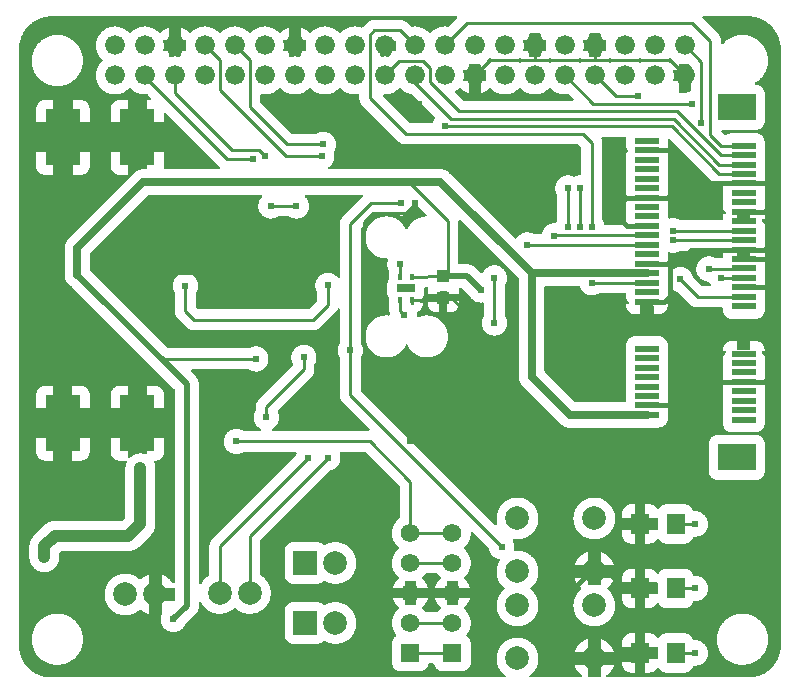
<source format=gtl>
G04 Layer: TopLayer*
G04 EasyEDA v6.3.39, 2020-04-29T00:00:54+01:00*
G04 38e1d9d995c248c0af5722392e401878,0b17d191cf8f41b9921c3230ced7432e,10*
G04 Gerber Generator version 0.2*
G04 Scale: 100 percent, Rotated: No, Reflected: No *
G04 Dimensions in millimeters *
G04 leading zeros omitted , absolute positions ,3 integer and 3 decimal *
%FSLAX33Y33*%
%MOMM*%
G90*
G71D02*

%ADD10C,0.254000*%
%ADD11C,1.016000*%
%ADD12C,0.508000*%
%ADD13C,0.635000*%
%ADD14C,0.381000*%
%ADD15C,0.609600*%
%ADD16R,0.350012X0.550012*%
%ADD17R,1.599997X0.700024*%
%ADD18R,1.499997X1.799996*%
%ADD19R,1.099998X0.999998*%
%ADD20R,3.199994X2.299995*%
%ADD21R,1.999996X0.599948*%
%ADD22R,2.999994X4.800092*%
%ADD23R,1.999996X1.999996*%
%ADD24C,1.999996*%
%ADD25C,1.676400*%
%ADD26C,1.574800*%
%ADD27R,1.574800X1.574800*%

%LPD*%
G36*
G01X32087Y54147D02*
G01X30952Y54147D01*
G01X30937Y54146D01*
G01X30923Y54143D01*
G01X30910Y54138D01*
G01X30897Y54131D01*
G01X30885Y54122D01*
G01X30875Y54112D01*
G01X30866Y54101D01*
G01X30860Y54088D01*
G01X30854Y54074D01*
G01X30851Y54060D01*
G01X30850Y54046D01*
G01X30850Y52911D01*
G01X30851Y52897D01*
G01X30854Y52882D01*
G01X30866Y52856D01*
G01X30875Y52845D01*
G01X30885Y52834D01*
G01X30897Y52826D01*
G01X30910Y52819D01*
G01X30923Y52814D01*
G01X30937Y52811D01*
G01X30952Y52810D01*
G01X30969Y52811D01*
G01X31033Y52820D01*
G01X31099Y52827D01*
G01X31164Y52831D01*
G01X31230Y52832D01*
G01X31295Y52831D01*
G01X31360Y52827D01*
G01X31425Y52820D01*
G01X31490Y52811D01*
G01X31507Y52810D01*
G01X31523Y52811D01*
G01X31538Y52815D01*
G01X31553Y52821D01*
G01X31566Y52829D01*
G01X31579Y52839D01*
G01X31682Y52943D01*
G01X31693Y52955D01*
G01X31701Y52969D01*
G01X31707Y52984D01*
G01X31711Y52999D01*
G01X31712Y53015D01*
G01X31712Y53287D01*
G01X32108Y53287D01*
G01X32123Y53288D01*
G01X32137Y53291D01*
G01X32150Y53296D01*
G01X32163Y53303D01*
G01X32175Y53311D01*
G01X32185Y53322D01*
G01X32194Y53333D01*
G01X32201Y53346D01*
G01X32206Y53360D01*
G01X32209Y53374D01*
G01X32210Y53388D01*
G01X32207Y53411D01*
G01X32195Y53470D01*
G01X32185Y53529D01*
G01X32177Y53589D01*
G01X32171Y53649D01*
G01X32168Y53709D01*
G01X32167Y53769D01*
G01X32168Y53834D01*
G01X32172Y53900D01*
G01X32179Y53964D01*
G01X32188Y54029D01*
G01X32189Y54046D01*
G01X32188Y54061D01*
G01X32184Y54077D01*
G01X32178Y54092D01*
G01X32170Y54105D01*
G01X32159Y54117D01*
G01X32147Y54128D01*
G01X32134Y54136D01*
G01X32119Y54142D01*
G01X32103Y54146D01*
G01X32087Y54147D01*
G37*

%LPD*%
G36*
G01X44310Y54782D02*
G01X43548Y54782D01*
G01X43534Y54781D01*
G01X43520Y54778D01*
G01X43506Y54773D01*
G01X43493Y54766D01*
G01X43482Y54757D01*
G01X43472Y54747D01*
G01X43463Y54736D01*
G01X43456Y54723D01*
G01X43451Y54709D01*
G01X43448Y54695D01*
G01X43447Y54681D01*
G01X43447Y54252D01*
G01X43051Y54252D01*
G01X43036Y54251D01*
G01X43022Y54248D01*
G01X43008Y54243D01*
G01X42996Y54236D01*
G01X42984Y54227D01*
G01X42974Y54217D01*
G01X42965Y54205D01*
G01X42958Y54192D01*
G01X42953Y54179D01*
G01X42950Y54165D01*
G01X42949Y54150D01*
G01X42951Y54128D01*
G01X42964Y54069D01*
G01X42974Y54009D01*
G01X42982Y53950D01*
G01X42988Y53890D01*
G01X42991Y53829D01*
G01X42992Y53769D01*
G01X42991Y53709D01*
G01X42988Y53649D01*
G01X42982Y53589D01*
G01X42974Y53529D01*
G01X42964Y53470D01*
G01X42951Y53411D01*
G01X42949Y53388D01*
G01X42950Y53374D01*
G01X42953Y53360D01*
G01X42958Y53346D01*
G01X42965Y53333D01*
G01X42974Y53322D01*
G01X42984Y53311D01*
G01X42996Y53303D01*
G01X43008Y53296D01*
G01X43022Y53291D01*
G01X43036Y53288D01*
G01X43051Y53287D01*
G01X43447Y53287D01*
G01X43447Y52891D01*
G01X43448Y52876D01*
G01X43451Y52862D01*
G01X43456Y52849D01*
G01X43463Y52836D01*
G01X43472Y52824D01*
G01X43482Y52814D01*
G01X43493Y52805D01*
G01X43506Y52798D01*
G01X43520Y52793D01*
G01X43534Y52790D01*
G01X43548Y52789D01*
G01X43571Y52792D01*
G01X43630Y52804D01*
G01X43689Y52814D01*
G01X43749Y52822D01*
G01X43809Y52828D01*
G01X43869Y52831D01*
G01X43929Y52832D01*
G01X43990Y52831D01*
G01X44050Y52828D01*
G01X44110Y52822D01*
G01X44169Y52814D01*
G01X44229Y52804D01*
G01X44288Y52792D01*
G01X44310Y52789D01*
G01X44325Y52790D01*
G01X44339Y52793D01*
G01X44353Y52798D01*
G01X44365Y52805D01*
G01X44377Y52814D01*
G01X44387Y52824D01*
G01X44396Y52836D01*
G01X44403Y52849D01*
G01X44408Y52862D01*
G01X44411Y52876D01*
G01X44412Y52891D01*
G01X44412Y53287D01*
G01X44808Y53287D01*
G01X44823Y53288D01*
G01X44837Y53291D01*
G01X44850Y53296D01*
G01X44863Y53303D01*
G01X44875Y53311D01*
G01X44885Y53322D01*
G01X44894Y53333D01*
G01X44901Y53346D01*
G01X44906Y53360D01*
G01X44909Y53374D01*
G01X44910Y53388D01*
G01X44907Y53411D01*
G01X44895Y53470D01*
G01X44885Y53529D01*
G01X44877Y53589D01*
G01X44871Y53649D01*
G01X44868Y53709D01*
G01X44867Y53769D01*
G01X44868Y53829D01*
G01X44871Y53890D01*
G01X44877Y53950D01*
G01X44885Y54009D01*
G01X44895Y54069D01*
G01X44907Y54128D01*
G01X44910Y54150D01*
G01X44909Y54165D01*
G01X44906Y54179D01*
G01X44901Y54192D01*
G01X44894Y54205D01*
G01X44885Y54217D01*
G01X44875Y54227D01*
G01X44863Y54236D01*
G01X44850Y54243D01*
G01X44837Y54248D01*
G01X44823Y54251D01*
G01X44808Y54252D01*
G01X44412Y54252D01*
G01X44412Y54681D01*
G01X44411Y54695D01*
G01X44408Y54709D01*
G01X44403Y54723D01*
G01X44396Y54736D01*
G01X44387Y54747D01*
G01X44377Y54757D01*
G01X44365Y54766D01*
G01X44353Y54773D01*
G01X44339Y54778D01*
G01X44325Y54781D01*
G01X44310Y54782D01*
G37*

%LPD*%
G36*
G01X49390Y54782D02*
G01X48628Y54782D01*
G01X48614Y54781D01*
G01X48600Y54778D01*
G01X48586Y54773D01*
G01X48573Y54766D01*
G01X48562Y54757D01*
G01X48552Y54747D01*
G01X48543Y54736D01*
G01X48536Y54723D01*
G01X48531Y54709D01*
G01X48528Y54695D01*
G01X48527Y54681D01*
G01X48527Y54252D01*
G01X48131Y54252D01*
G01X48116Y54251D01*
G01X48102Y54248D01*
G01X48088Y54243D01*
G01X48076Y54236D01*
G01X48064Y54227D01*
G01X48054Y54217D01*
G01X48045Y54205D01*
G01X48038Y54192D01*
G01X48033Y54179D01*
G01X48030Y54165D01*
G01X48029Y54150D01*
G01X48031Y54128D01*
G01X48044Y54069D01*
G01X48054Y54009D01*
G01X48062Y53950D01*
G01X48068Y53890D01*
G01X48071Y53829D01*
G01X48072Y53769D01*
G01X48071Y53709D01*
G01X48068Y53649D01*
G01X48062Y53589D01*
G01X48054Y53529D01*
G01X48044Y53470D01*
G01X48031Y53411D01*
G01X48029Y53388D01*
G01X48030Y53374D01*
G01X48033Y53360D01*
G01X48038Y53346D01*
G01X48045Y53333D01*
G01X48054Y53322D01*
G01X48064Y53311D01*
G01X48076Y53303D01*
G01X48088Y53296D01*
G01X48102Y53291D01*
G01X48116Y53288D01*
G01X48131Y53287D01*
G01X48527Y53287D01*
G01X48527Y52891D01*
G01X48528Y52876D01*
G01X48531Y52862D01*
G01X48536Y52849D01*
G01X48543Y52836D01*
G01X48552Y52824D01*
G01X48562Y52814D01*
G01X48573Y52805D01*
G01X48586Y52798D01*
G01X48600Y52793D01*
G01X48614Y52790D01*
G01X48628Y52789D01*
G01X48651Y52792D01*
G01X48710Y52804D01*
G01X48769Y52814D01*
G01X48829Y52822D01*
G01X48889Y52828D01*
G01X48949Y52831D01*
G01X49009Y52832D01*
G01X49070Y52831D01*
G01X49130Y52828D01*
G01X49190Y52822D01*
G01X49249Y52814D01*
G01X49309Y52804D01*
G01X49368Y52792D01*
G01X49390Y52789D01*
G01X49405Y52790D01*
G01X49419Y52793D01*
G01X49433Y52798D01*
G01X49445Y52805D01*
G01X49457Y52814D01*
G01X49467Y52824D01*
G01X49476Y52836D01*
G01X49483Y52849D01*
G01X49488Y52862D01*
G01X49491Y52876D01*
G01X49492Y52891D01*
G01X49492Y53287D01*
G01X49888Y53287D01*
G01X49903Y53288D01*
G01X49917Y53291D01*
G01X49930Y53296D01*
G01X49943Y53303D01*
G01X49955Y53311D01*
G01X49965Y53322D01*
G01X49974Y53333D01*
G01X49981Y53346D01*
G01X49986Y53360D01*
G01X49989Y53374D01*
G01X49990Y53388D01*
G01X49987Y53411D01*
G01X49975Y53470D01*
G01X49965Y53529D01*
G01X49957Y53589D01*
G01X49951Y53649D01*
G01X49948Y53709D01*
G01X49947Y53769D01*
G01X49948Y53829D01*
G01X49951Y53890D01*
G01X49957Y53950D01*
G01X49965Y54009D01*
G01X49975Y54069D01*
G01X49987Y54128D01*
G01X49990Y54150D01*
G01X49989Y54165D01*
G01X49986Y54179D01*
G01X49981Y54192D01*
G01X49974Y54205D01*
G01X49965Y54217D01*
G01X49955Y54227D01*
G01X49943Y54236D01*
G01X49930Y54243D01*
G01X49917Y54248D01*
G01X49903Y54251D01*
G01X49888Y54252D01*
G01X49492Y54252D01*
G01X49492Y54681D01*
G01X49491Y54695D01*
G01X49488Y54709D01*
G01X49483Y54723D01*
G01X49476Y54736D01*
G01X49467Y54747D01*
G01X49457Y54757D01*
G01X49445Y54766D01*
G01X49433Y54773D01*
G01X49419Y54778D01*
G01X49405Y54781D01*
G01X49390Y54782D01*
G37*

%LPD*%
G36*
G01X40136Y52733D02*
G01X40119Y52734D01*
G01X40102Y52733D01*
G01X40086Y52729D01*
G01X40070Y52722D01*
G01X40056Y52712D01*
G01X40044Y52700D01*
G01X40003Y52657D01*
G01X39962Y52615D01*
G01X39918Y52575D01*
G01X39907Y52563D01*
G01X39897Y52548D01*
G01X39890Y52533D01*
G01X39886Y52516D01*
G01X39884Y52499D01*
G01X39886Y52482D01*
G01X39890Y52466D01*
G01X39897Y52450D01*
G01X39907Y52436D01*
G01X39918Y52424D01*
G01X39962Y52383D01*
G01X40003Y52342D01*
G01X40044Y52298D01*
G01X40056Y52287D01*
G01X40070Y52277D01*
G01X40086Y52270D01*
G01X40102Y52266D01*
G01X40119Y52265D01*
G01X40136Y52266D01*
G01X40153Y52270D01*
G01X40168Y52277D01*
G01X40183Y52287D01*
G01X40195Y52298D01*
G01X40235Y52342D01*
G01X40277Y52383D01*
G01X40320Y52424D01*
G01X40332Y52436D01*
G01X40342Y52450D01*
G01X40348Y52466D01*
G01X40353Y52482D01*
G01X40354Y52499D01*
G01X40353Y52516D01*
G01X40348Y52533D01*
G01X40342Y52548D01*
G01X40332Y52563D01*
G01X40320Y52575D01*
G01X40277Y52615D01*
G01X40235Y52657D01*
G01X40195Y52700D01*
G01X40183Y52712D01*
G01X40168Y52722D01*
G01X40153Y52729D01*
G01X40136Y52733D01*
G37*

%LPD*%
G36*
G01X52836Y52733D02*
G01X52819Y52734D01*
G01X52802Y52733D01*
G01X52786Y52729D01*
G01X52770Y52722D01*
G01X52756Y52712D01*
G01X52744Y52700D01*
G01X52703Y52657D01*
G01X52662Y52615D01*
G01X52618Y52575D01*
G01X52607Y52563D01*
G01X52597Y52548D01*
G01X52590Y52533D01*
G01X52586Y52516D01*
G01X52584Y52499D01*
G01X52586Y52482D01*
G01X52590Y52466D01*
G01X52597Y52450D01*
G01X52607Y52436D01*
G01X52618Y52424D01*
G01X52662Y52383D01*
G01X52703Y52342D01*
G01X52744Y52298D01*
G01X52756Y52287D01*
G01X52770Y52277D01*
G01X52786Y52270D01*
G01X52802Y52266D01*
G01X52819Y52265D01*
G01X52836Y52266D01*
G01X52853Y52270D01*
G01X52868Y52277D01*
G01X52883Y52287D01*
G01X52895Y52298D01*
G01X52935Y52342D01*
G01X52977Y52383D01*
G01X53020Y52424D01*
G01X53032Y52436D01*
G01X53042Y52450D01*
G01X53048Y52466D01*
G01X53053Y52482D01*
G01X53054Y52499D01*
G01X53053Y52516D01*
G01X53048Y52533D01*
G01X53042Y52548D01*
G01X53032Y52563D01*
G01X53020Y52575D01*
G01X52977Y52615D01*
G01X52935Y52657D01*
G01X52895Y52700D01*
G01X52883Y52712D01*
G01X52868Y52722D01*
G01X52853Y52729D01*
G01X52836Y52733D01*
G37*

%LPD*%
G36*
G01X42676Y52733D02*
G01X42659Y52734D01*
G01X42642Y52733D01*
G01X42626Y52729D01*
G01X42610Y52722D01*
G01X42596Y52712D01*
G01X42584Y52700D01*
G01X42543Y52657D01*
G01X42502Y52615D01*
G01X42458Y52575D01*
G01X42447Y52563D01*
G01X42437Y52548D01*
G01X42430Y52533D01*
G01X42426Y52516D01*
G01X42424Y52499D01*
G01X42426Y52482D01*
G01X42430Y52466D01*
G01X42437Y52450D01*
G01X42447Y52436D01*
G01X42458Y52424D01*
G01X42502Y52383D01*
G01X42543Y52342D01*
G01X42584Y52298D01*
G01X42596Y52287D01*
G01X42610Y52277D01*
G01X42626Y52270D01*
G01X42642Y52266D01*
G01X42659Y52265D01*
G01X42676Y52266D01*
G01X42693Y52270D01*
G01X42708Y52277D01*
G01X42723Y52287D01*
G01X42735Y52298D01*
G01X42775Y52342D01*
G01X42817Y52383D01*
G01X42860Y52424D01*
G01X42872Y52436D01*
G01X42882Y52450D01*
G01X42888Y52466D01*
G01X42893Y52482D01*
G01X42894Y52499D01*
G01X42893Y52516D01*
G01X42888Y52533D01*
G01X42882Y52548D01*
G01X42872Y52563D01*
G01X42860Y52575D01*
G01X42817Y52615D01*
G01X42775Y52657D01*
G01X42735Y52700D01*
G01X42723Y52712D01*
G01X42708Y52722D01*
G01X42693Y52729D01*
G01X42676Y52733D01*
G37*

%LPD*%
G36*
G01X45216Y52733D02*
G01X45199Y52734D01*
G01X45182Y52733D01*
G01X45166Y52729D01*
G01X45150Y52722D01*
G01X45136Y52712D01*
G01X45124Y52700D01*
G01X45083Y52657D01*
G01X45042Y52615D01*
G01X44998Y52575D01*
G01X44987Y52563D01*
G01X44977Y52548D01*
G01X44970Y52533D01*
G01X44966Y52516D01*
G01X44964Y52499D01*
G01X44966Y52482D01*
G01X44970Y52466D01*
G01X44977Y52450D01*
G01X44987Y52436D01*
G01X44998Y52424D01*
G01X45042Y52383D01*
G01X45083Y52342D01*
G01X45124Y52298D01*
G01X45136Y52287D01*
G01X45150Y52277D01*
G01X45166Y52270D01*
G01X45182Y52266D01*
G01X45199Y52265D01*
G01X45216Y52266D01*
G01X45233Y52270D01*
G01X45248Y52277D01*
G01X45263Y52287D01*
G01X45275Y52298D01*
G01X45315Y52342D01*
G01X45357Y52383D01*
G01X45400Y52424D01*
G01X45412Y52436D01*
G01X45422Y52450D01*
G01X45428Y52466D01*
G01X45433Y52482D01*
G01X45434Y52499D01*
G01X45433Y52516D01*
G01X45428Y52533D01*
G01X45422Y52548D01*
G01X45412Y52563D01*
G01X45400Y52575D01*
G01X45357Y52615D01*
G01X45315Y52657D01*
G01X45275Y52700D01*
G01X45263Y52712D01*
G01X45248Y52722D01*
G01X45233Y52729D01*
G01X45216Y52733D01*
G37*

%LPD*%
G36*
G01X50296Y52733D02*
G01X50279Y52734D01*
G01X50262Y52733D01*
G01X50246Y52729D01*
G01X50230Y52722D01*
G01X50216Y52712D01*
G01X50204Y52700D01*
G01X50163Y52657D01*
G01X50122Y52615D01*
G01X50078Y52575D01*
G01X50067Y52563D01*
G01X50057Y52548D01*
G01X50050Y52533D01*
G01X50046Y52516D01*
G01X50044Y52499D01*
G01X50046Y52482D01*
G01X50050Y52466D01*
G01X50057Y52450D01*
G01X50067Y52436D01*
G01X50078Y52424D01*
G01X50122Y52383D01*
G01X50163Y52342D01*
G01X50204Y52298D01*
G01X50216Y52287D01*
G01X50230Y52277D01*
G01X50246Y52270D01*
G01X50262Y52266D01*
G01X50279Y52265D01*
G01X50296Y52266D01*
G01X50313Y52270D01*
G01X50328Y52277D01*
G01X50343Y52287D01*
G01X50355Y52298D01*
G01X50395Y52342D01*
G01X50437Y52383D01*
G01X50480Y52424D01*
G01X50492Y52436D01*
G01X50502Y52450D01*
G01X50508Y52466D01*
G01X50513Y52482D01*
G01X50514Y52499D01*
G01X50513Y52516D01*
G01X50508Y52533D01*
G01X50502Y52548D01*
G01X50492Y52563D01*
G01X50480Y52575D01*
G01X50437Y52615D01*
G01X50395Y52657D01*
G01X50355Y52700D01*
G01X50343Y52712D01*
G01X50328Y52722D01*
G01X50313Y52729D01*
G01X50296Y52733D01*
G37*

%LPD*%
G36*
G01X55376Y52733D02*
G01X55359Y52734D01*
G01X55342Y52733D01*
G01X55326Y52729D01*
G01X55310Y52722D01*
G01X55296Y52712D01*
G01X55284Y52700D01*
G01X55243Y52657D01*
G01X55202Y52615D01*
G01X55158Y52575D01*
G01X55147Y52563D01*
G01X55137Y52548D01*
G01X55130Y52533D01*
G01X55126Y52516D01*
G01X55124Y52499D01*
G01X55126Y52482D01*
G01X55130Y52466D01*
G01X55137Y52450D01*
G01X55147Y52436D01*
G01X55158Y52424D01*
G01X55202Y52383D01*
G01X55243Y52342D01*
G01X55284Y52298D01*
G01X55296Y52287D01*
G01X55310Y52277D01*
G01X55326Y52270D01*
G01X55342Y52266D01*
G01X55359Y52265D01*
G01X55376Y52266D01*
G01X55393Y52270D01*
G01X55408Y52277D01*
G01X55423Y52287D01*
G01X55435Y52298D01*
G01X55475Y52342D01*
G01X55517Y52383D01*
G01X55560Y52424D01*
G01X55572Y52436D01*
G01X55582Y52450D01*
G01X55588Y52466D01*
G01X55593Y52482D01*
G01X55594Y52499D01*
G01X55593Y52516D01*
G01X55588Y52533D01*
G01X55582Y52548D01*
G01X55572Y52563D01*
G01X55560Y52575D01*
G01X55517Y52615D01*
G01X55475Y52657D01*
G01X55435Y52700D01*
G01X55423Y52712D01*
G01X55408Y52722D01*
G01X55393Y52729D01*
G01X55376Y52733D01*
G37*

%LPD*%
G36*
G01X47756Y52733D02*
G01X47739Y52734D01*
G01X47722Y52733D01*
G01X47706Y52729D01*
G01X47690Y52722D01*
G01X47676Y52712D01*
G01X47664Y52700D01*
G01X47623Y52657D01*
G01X47582Y52615D01*
G01X47538Y52575D01*
G01X47527Y52563D01*
G01X47517Y52548D01*
G01X47510Y52533D01*
G01X47506Y52516D01*
G01X47504Y52499D01*
G01X47506Y52482D01*
G01X47510Y52466D01*
G01X47517Y52450D01*
G01X47527Y52436D01*
G01X47538Y52424D01*
G01X47582Y52383D01*
G01X47623Y52342D01*
G01X47664Y52298D01*
G01X47676Y52287D01*
G01X47690Y52277D01*
G01X47706Y52270D01*
G01X47722Y52266D01*
G01X47739Y52265D01*
G01X47756Y52266D01*
G01X47773Y52270D01*
G01X47788Y52277D01*
G01X47803Y52287D01*
G01X47815Y52298D01*
G01X47855Y52342D01*
G01X47897Y52383D01*
G01X47940Y52424D01*
G01X47952Y52436D01*
G01X47962Y52450D01*
G01X47968Y52466D01*
G01X47973Y52482D01*
G01X47974Y52499D01*
G01X47973Y52516D01*
G01X47968Y52533D01*
G01X47962Y52548D01*
G01X47952Y52563D01*
G01X47940Y52575D01*
G01X47897Y52615D01*
G01X47855Y52657D01*
G01X47815Y52700D01*
G01X47803Y52712D01*
G01X47788Y52722D01*
G01X47773Y52729D01*
G01X47756Y52733D01*
G37*

%LPD*%
G36*
G01X56271Y52207D02*
G01X56248Y52210D01*
G01X56234Y52209D01*
G01X56220Y52206D01*
G01X56206Y52200D01*
G01X56193Y52194D01*
G01X56182Y52185D01*
G01X56172Y52175D01*
G01X56163Y52163D01*
G01X56156Y52150D01*
G01X56151Y52137D01*
G01X56148Y52123D01*
G01X56147Y52108D01*
G01X56147Y51712D01*
G01X55751Y51712D01*
G01X55736Y51711D01*
G01X55722Y51708D01*
G01X55708Y51703D01*
G01X55696Y51696D01*
G01X55684Y51687D01*
G01X55674Y51677D01*
G01X55665Y51665D01*
G01X55658Y51653D01*
G01X55653Y51639D01*
G01X55650Y51625D01*
G01X55649Y51611D01*
G01X55651Y51588D01*
G01X55664Y51529D01*
G01X55674Y51470D01*
G01X55682Y51410D01*
G01X55688Y51350D01*
G01X55691Y51290D01*
G01X55692Y51230D01*
G01X55691Y51169D01*
G01X55688Y51109D01*
G01X55682Y51049D01*
G01X55674Y50990D01*
G01X55664Y50930D01*
G01X55651Y50871D01*
G01X55649Y50849D01*
G01X55650Y50834D01*
G01X55653Y50820D01*
G01X55658Y50806D01*
G01X55665Y50794D01*
G01X55674Y50782D01*
G01X55684Y50772D01*
G01X55696Y50763D01*
G01X55708Y50756D01*
G01X55722Y50751D01*
G01X55736Y50748D01*
G01X55751Y50747D01*
G01X56147Y50747D01*
G01X56147Y49809D01*
G01X56148Y49794D01*
G01X56151Y49780D01*
G01X56156Y49767D01*
G01X56163Y49754D01*
G01X56172Y49742D01*
G01X56182Y49732D01*
G01X56193Y49723D01*
G01X56206Y49716D01*
G01X56220Y49711D01*
G01X56234Y49708D01*
G01X56248Y49707D01*
G01X56644Y49707D01*
G01X56662Y49709D01*
G01X56680Y49714D01*
G01X56697Y49723D01*
G01X56742Y49749D01*
G01X56788Y49773D01*
G01X56835Y49795D01*
G01X56883Y49815D01*
G01X56932Y49832D01*
G01X56982Y49847D01*
G01X57032Y49860D01*
G01X57047Y49864D01*
G01X57061Y49871D01*
G01X57073Y49879D01*
G01X57085Y49890D01*
G01X57094Y49901D01*
G01X57102Y49915D01*
G01X57107Y49929D01*
G01X57111Y49944D01*
G01X57112Y49959D01*
G01X57112Y50785D01*
G01X57121Y50799D01*
G01X57129Y50815D01*
G01X57133Y50831D01*
G01X57134Y50849D01*
G01X57134Y51611D01*
G01X57133Y51628D01*
G01X57129Y51644D01*
G01X57121Y51660D01*
G01X57112Y51674D01*
G01X57112Y51984D01*
G01X57111Y52000D01*
G01X57107Y52015D01*
G01X57101Y52030D01*
G01X57093Y52043D01*
G01X57082Y52056D01*
G01X56978Y52159D01*
G01X56966Y52170D01*
G01X56953Y52178D01*
G01X56938Y52184D01*
G01X56922Y52188D01*
G01X56906Y52189D01*
G01X56890Y52188D01*
G01X56825Y52179D01*
G01X56760Y52172D01*
G01X56695Y52168D01*
G01X56629Y52167D01*
G01X56569Y52168D01*
G01X56509Y52171D01*
G01X56449Y52177D01*
G01X56389Y52185D01*
G01X56330Y52195D01*
G01X56271Y52207D01*
G37*

%LPD*%
G36*
G01X38491Y52207D02*
G01X38468Y52210D01*
G01X38454Y52209D01*
G01X38440Y52206D01*
G01X38426Y52200D01*
G01X38413Y52194D01*
G01X38402Y52185D01*
G01X38392Y52175D01*
G01X38383Y52163D01*
G01X38376Y52150D01*
G01X38371Y52137D01*
G01X38368Y52123D01*
G01X38367Y52108D01*
G01X38367Y51712D01*
G01X37971Y51712D01*
G01X37956Y51711D01*
G01X37942Y51708D01*
G01X37928Y51703D01*
G01X37916Y51696D01*
G01X37904Y51687D01*
G01X37894Y51677D01*
G01X37885Y51665D01*
G01X37878Y51653D01*
G01X37873Y51639D01*
G01X37870Y51625D01*
G01X37869Y51611D01*
G01X37871Y51588D01*
G01X37884Y51529D01*
G01X37894Y51470D01*
G01X37902Y51410D01*
G01X37908Y51350D01*
G01X37911Y51290D01*
G01X37912Y51230D01*
G01X37911Y51169D01*
G01X37908Y51109D01*
G01X37902Y51049D01*
G01X37894Y50990D01*
G01X37884Y50930D01*
G01X37871Y50871D01*
G01X37869Y50849D01*
G01X37870Y50834D01*
G01X37873Y50820D01*
G01X37878Y50806D01*
G01X37885Y50794D01*
G01X37894Y50782D01*
G01X37904Y50772D01*
G01X37916Y50763D01*
G01X37928Y50756D01*
G01X37942Y50751D01*
G01X37956Y50748D01*
G01X37971Y50747D01*
G01X38367Y50747D01*
G01X38367Y49701D01*
G01X38313Y49719D01*
G01X38259Y49739D01*
G01X38206Y49761D01*
G01X38154Y49785D01*
G01X38103Y49811D01*
G01X38053Y49838D01*
G01X38004Y49868D01*
G01X37956Y49899D01*
G01X37909Y49931D01*
G01X37864Y49966D01*
G01X37819Y50002D01*
G01X37776Y50039D01*
G01X37734Y50078D01*
G01X37694Y50119D01*
G01X37655Y50161D01*
G01X37643Y50172D01*
G01X37628Y50182D01*
G01X37613Y50189D01*
G01X37596Y50193D01*
G01X37579Y50195D01*
G01X37562Y50193D01*
G01X37546Y50189D01*
G01X37530Y50182D01*
G01X37516Y50172D01*
G01X37504Y50161D01*
G01X37462Y50116D01*
G01X37419Y50073D01*
G01X37375Y50032D01*
G01X37328Y49992D01*
G01X37281Y49955D01*
G01X37232Y49919D01*
G01X37219Y49908D01*
G01X37209Y49896D01*
G01X37200Y49883D01*
G01X37194Y49868D01*
G01X37190Y49852D01*
G01X37189Y49836D01*
G01X37190Y49820D01*
G01X37194Y49804D01*
G01X37200Y49790D01*
G01X37208Y49776D01*
G01X37218Y49764D01*
G01X37880Y49102D01*
G01X37892Y49092D01*
G01X37906Y49083D01*
G01X37921Y49077D01*
G01X37936Y49074D01*
G01X37952Y49072D01*
G01X47119Y49072D01*
G01X47134Y49073D01*
G01X47148Y49076D01*
G01X47161Y49081D01*
G01X47174Y49088D01*
G01X47186Y49097D01*
G01X47196Y49107D01*
G01X47205Y49119D01*
G01X47212Y49132D01*
G01X47217Y49145D01*
G01X47220Y49159D01*
G01X47221Y49174D01*
G01X47219Y49190D01*
G01X47216Y49205D01*
G01X47210Y49220D01*
G01X47201Y49234D01*
G01X47191Y49246D01*
G01X46817Y49620D01*
G01X46805Y49630D01*
G01X46791Y49638D01*
G01X46777Y49644D01*
G01X46761Y49648D01*
G01X46745Y49649D01*
G01X46729Y49648D01*
G01X46664Y49639D01*
G01X46600Y49632D01*
G01X46534Y49628D01*
G01X46469Y49627D01*
G01X46411Y49628D01*
G01X46352Y49631D01*
G01X46294Y49636D01*
G01X46236Y49644D01*
G01X46178Y49653D01*
G01X46121Y49665D01*
G01X46064Y49679D01*
G01X46007Y49695D01*
G01X45951Y49713D01*
G01X45896Y49733D01*
G01X45842Y49755D01*
G01X45789Y49779D01*
G01X45736Y49804D01*
G01X45684Y49832D01*
G01X45634Y49862D01*
G01X45584Y49893D01*
G01X45536Y49926D01*
G01X45489Y49961D01*
G01X45444Y49998D01*
G01X45399Y50036D01*
G01X45356Y50076D01*
G01X45315Y50118D01*
G01X45275Y50161D01*
G01X45263Y50172D01*
G01X45248Y50182D01*
G01X45233Y50189D01*
G01X45216Y50193D01*
G01X45199Y50195D01*
G01X45182Y50193D01*
G01X45166Y50189D01*
G01X45150Y50182D01*
G01X45136Y50172D01*
G01X45124Y50161D01*
G01X45084Y50118D01*
G01X45042Y50076D01*
G01X44999Y50036D01*
G01X44955Y49998D01*
G01X44909Y49961D01*
G01X44862Y49926D01*
G01X44814Y49893D01*
G01X44765Y49862D01*
G01X44714Y49832D01*
G01X44663Y49804D01*
G01X44610Y49779D01*
G01X44557Y49755D01*
G01X44502Y49733D01*
G01X44447Y49713D01*
G01X44391Y49695D01*
G01X44335Y49679D01*
G01X44278Y49665D01*
G01X44221Y49653D01*
G01X44163Y49644D01*
G01X44105Y49636D01*
G01X44046Y49631D01*
G01X43988Y49628D01*
G01X43929Y49627D01*
G01X43871Y49628D01*
G01X43812Y49631D01*
G01X43754Y49636D01*
G01X43696Y49644D01*
G01X43638Y49653D01*
G01X43581Y49665D01*
G01X43524Y49679D01*
G01X43467Y49695D01*
G01X43411Y49713D01*
G01X43356Y49733D01*
G01X43302Y49755D01*
G01X43249Y49779D01*
G01X43196Y49804D01*
G01X43144Y49832D01*
G01X43094Y49862D01*
G01X43044Y49893D01*
G01X42996Y49926D01*
G01X42949Y49961D01*
G01X42904Y49998D01*
G01X42859Y50036D01*
G01X42816Y50076D01*
G01X42775Y50118D01*
G01X42735Y50161D01*
G01X42723Y50172D01*
G01X42708Y50182D01*
G01X42693Y50189D01*
G01X42676Y50193D01*
G01X42659Y50195D01*
G01X42642Y50193D01*
G01X42626Y50189D01*
G01X42610Y50182D01*
G01X42596Y50172D01*
G01X42584Y50161D01*
G01X42544Y50118D01*
G01X42502Y50076D01*
G01X42459Y50036D01*
G01X42415Y49998D01*
G01X42369Y49961D01*
G01X42322Y49926D01*
G01X42274Y49893D01*
G01X42225Y49862D01*
G01X42174Y49832D01*
G01X42123Y49804D01*
G01X42070Y49779D01*
G01X42017Y49755D01*
G01X41962Y49733D01*
G01X41907Y49713D01*
G01X41851Y49695D01*
G01X41795Y49679D01*
G01X41738Y49665D01*
G01X41681Y49653D01*
G01X41623Y49644D01*
G01X41565Y49636D01*
G01X41506Y49631D01*
G01X41448Y49628D01*
G01X41389Y49627D01*
G01X41331Y49628D01*
G01X41272Y49631D01*
G01X41214Y49636D01*
G01X41156Y49644D01*
G01X41098Y49653D01*
G01X41041Y49665D01*
G01X40984Y49679D01*
G01X40927Y49695D01*
G01X40871Y49713D01*
G01X40816Y49733D01*
G01X40762Y49755D01*
G01X40709Y49779D01*
G01X40656Y49804D01*
G01X40604Y49832D01*
G01X40554Y49862D01*
G01X40504Y49893D01*
G01X40456Y49926D01*
G01X40409Y49961D01*
G01X40364Y49998D01*
G01X40319Y50036D01*
G01X40276Y50076D01*
G01X40235Y50118D01*
G01X40195Y50161D01*
G01X40183Y50172D01*
G01X40168Y50182D01*
G01X40153Y50189D01*
G01X40136Y50193D01*
G01X40119Y50195D01*
G01X40102Y50193D01*
G01X40086Y50189D01*
G01X40070Y50182D01*
G01X40056Y50172D01*
G01X40044Y50161D01*
G01X40005Y50119D01*
G01X39964Y50078D01*
G01X39923Y50039D01*
G01X39880Y50002D01*
G01X39835Y49966D01*
G01X39789Y49931D01*
G01X39743Y49899D01*
G01X39695Y49868D01*
G01X39645Y49838D01*
G01X39595Y49811D01*
G01X39544Y49785D01*
G01X39492Y49761D01*
G01X39440Y49739D01*
G01X39386Y49719D01*
G01X39332Y49701D01*
G01X39332Y50747D01*
G01X39728Y50747D01*
G01X39743Y50748D01*
G01X39757Y50751D01*
G01X39770Y50756D01*
G01X39783Y50763D01*
G01X39795Y50772D01*
G01X39805Y50782D01*
G01X39814Y50794D01*
G01X39821Y50806D01*
G01X39826Y50820D01*
G01X39829Y50834D01*
G01X39830Y50849D01*
G01X39827Y50871D01*
G01X39815Y50930D01*
G01X39805Y50990D01*
G01X39797Y51049D01*
G01X39791Y51109D01*
G01X39788Y51169D01*
G01X39787Y51230D01*
G01X39788Y51290D01*
G01X39791Y51350D01*
G01X39797Y51410D01*
G01X39805Y51470D01*
G01X39815Y51529D01*
G01X39827Y51588D01*
G01X39830Y51611D01*
G01X39829Y51625D01*
G01X39826Y51639D01*
G01X39821Y51653D01*
G01X39814Y51665D01*
G01X39805Y51677D01*
G01X39795Y51687D01*
G01X39783Y51696D01*
G01X39770Y51703D01*
G01X39757Y51708D01*
G01X39743Y51711D01*
G01X39728Y51712D01*
G01X39332Y51712D01*
G01X39332Y52108D01*
G01X39331Y52123D01*
G01X39328Y52137D01*
G01X39323Y52150D01*
G01X39316Y52163D01*
G01X39307Y52175D01*
G01X39297Y52185D01*
G01X39285Y52194D01*
G01X39273Y52200D01*
G01X39259Y52206D01*
G01X39245Y52209D01*
G01X39230Y52210D01*
G01X39208Y52207D01*
G01X39149Y52195D01*
G01X39089Y52185D01*
G01X39030Y52177D01*
G01X38970Y52171D01*
G01X38910Y52168D01*
G01X38849Y52167D01*
G01X38789Y52168D01*
G01X38729Y52171D01*
G01X38669Y52177D01*
G01X38609Y52185D01*
G01X38550Y52195D01*
G01X38491Y52207D01*
G37*

%LPD*%
G36*
G01X32516Y50193D02*
G01X32499Y50194D01*
G01X32482Y50193D01*
G01X32466Y50189D01*
G01X32450Y50182D01*
G01X32436Y50172D01*
G01X32424Y50161D01*
G01X32384Y50118D01*
G01X32342Y50076D01*
G01X32300Y50036D01*
G01X32255Y49998D01*
G01X32210Y49961D01*
G01X32163Y49926D01*
G01X32114Y49893D01*
G01X32065Y49862D01*
G01X32014Y49832D01*
G01X31963Y49804D01*
G01X31910Y49778D01*
G01X31857Y49755D01*
G01X31802Y49733D01*
G01X31747Y49713D01*
G01X31692Y49695D01*
G01X31635Y49679D01*
G01X31578Y49665D01*
G01X31521Y49653D01*
G01X31463Y49644D01*
G01X31405Y49636D01*
G01X31347Y49631D01*
G01X31288Y49628D01*
G01X31230Y49627D01*
G01X31165Y49628D01*
G01X31160Y49628D01*
G01X31146Y49627D01*
G01X31132Y49624D01*
G01X31118Y49619D01*
G01X31106Y49612D01*
G01X31094Y49603D01*
G01X31084Y49593D01*
G01X31075Y49582D01*
G01X31068Y49569D01*
G01X31063Y49555D01*
G01X31060Y49541D01*
G01X31059Y49527D01*
G01X31060Y49511D01*
G01X31064Y49495D01*
G01X31070Y49480D01*
G01X31078Y49467D01*
G01X31089Y49455D01*
G01X33346Y47197D01*
G01X33358Y47187D01*
G01X33372Y47178D01*
G01X33387Y47172D01*
G01X33402Y47169D01*
G01X33418Y47167D01*
G01X35194Y47167D01*
G01X35210Y47169D01*
G01X35225Y47172D01*
G01X35240Y47178D01*
G01X35254Y47187D01*
G01X35266Y47197D01*
G01X35276Y47209D01*
G01X35285Y47223D01*
G01X35291Y47238D01*
G01X35306Y47283D01*
G01X35324Y47328D01*
G01X35344Y47372D01*
G01X35366Y47415D01*
G01X35390Y47457D01*
G01X35415Y47498D01*
G01X35443Y47538D01*
G01X35451Y47552D01*
G01X35457Y47566D01*
G01X35461Y47582D01*
G01X35462Y47598D01*
G01X35461Y47613D01*
G01X35457Y47629D01*
G01X35451Y47644D01*
G01X35443Y47657D01*
G01X35432Y47669D01*
G01X33462Y49640D01*
G01X33447Y49652D01*
G01X33431Y49661D01*
G01X33413Y49667D01*
G01X33356Y49681D01*
G01X33301Y49697D01*
G01X33245Y49715D01*
G01X33191Y49735D01*
G01X33137Y49757D01*
G01X33084Y49781D01*
G01X33032Y49807D01*
G01X32981Y49834D01*
G01X32931Y49864D01*
G01X32882Y49895D01*
G01X32834Y49928D01*
G01X32787Y49963D01*
G01X32742Y49999D01*
G01X32698Y50037D01*
G01X32656Y50077D01*
G01X32615Y50118D01*
G01X32575Y50161D01*
G01X32563Y50172D01*
G01X32549Y50182D01*
G01X32533Y50189D01*
G01X32516Y50193D01*
G37*

%LPD*%
G36*
G01X62080Y39419D02*
G01X61156Y39419D01*
G01X61142Y39418D01*
G01X61127Y39415D01*
G01X61114Y39410D01*
G01X61101Y39403D01*
G01X61089Y39394D01*
G01X61079Y39384D01*
G01X61070Y39373D01*
G01X61064Y39360D01*
G01X61058Y39346D01*
G01X61055Y39332D01*
G01X61054Y39318D01*
G01X61054Y39250D01*
G01X61055Y39235D01*
G01X61058Y39221D01*
G01X61070Y39195D01*
G01X61079Y39183D01*
G01X61089Y39173D01*
G01X61101Y39164D01*
G01X61114Y39157D01*
G01X61127Y39152D01*
G01X61142Y39149D01*
G01X61156Y39148D01*
G01X62080Y39148D01*
G01X62094Y39149D01*
G01X62108Y39152D01*
G01X62122Y39157D01*
G01X62135Y39164D01*
G01X62146Y39173D01*
G01X62157Y39183D01*
G01X62165Y39195D01*
G01X62172Y39208D01*
G01X62177Y39221D01*
G01X62180Y39235D01*
G01X62181Y39250D01*
G01X62181Y39318D01*
G01X62180Y39332D01*
G01X62177Y39346D01*
G01X62172Y39360D01*
G01X62165Y39373D01*
G01X62157Y39384D01*
G01X62146Y39394D01*
G01X62135Y39403D01*
G01X62122Y39410D01*
G01X62108Y39415D01*
G01X62094Y39418D01*
G01X62080Y39419D01*
G37*

%LPD*%
G36*
G01X55301Y45820D02*
G01X55285Y45821D01*
G01X55271Y45820D01*
G01X55257Y45817D01*
G01X55243Y45812D01*
G01X55230Y45805D01*
G01X55219Y45796D01*
G01X55209Y45786D01*
G01X55200Y45774D01*
G01X55193Y45762D01*
G01X55188Y45748D01*
G01X55185Y45734D01*
G01X55184Y45719D01*
G01X55184Y45386D01*
G01X55183Y45341D01*
G01X55178Y45286D01*
G01X55179Y45274D01*
G01X55183Y45230D01*
G01X55184Y45186D01*
G01X55184Y45099D01*
G01X55169Y45096D01*
G01X55155Y45092D01*
G01X55142Y45085D01*
G01X55130Y45077D01*
G01X55119Y45067D01*
G01X55110Y45056D01*
G01X55103Y45043D01*
G01X55075Y44993D01*
G01X55044Y44944D01*
G01X55036Y44931D01*
G01X55030Y44917D01*
G01X55026Y44901D01*
G01X55025Y44886D01*
G01X55026Y44870D01*
G01X55030Y44855D01*
G01X55036Y44841D01*
G01X55044Y44827D01*
G01X55075Y44779D01*
G01X55103Y44728D01*
G01X55110Y44716D01*
G01X55119Y44704D01*
G01X55130Y44694D01*
G01X55142Y44686D01*
G01X55155Y44680D01*
G01X55169Y44675D01*
G01X55184Y44673D01*
G01X55184Y44586D01*
G01X55183Y44541D01*
G01X55178Y44486D01*
G01X55179Y44474D01*
G01X55183Y44430D01*
G01X55184Y44386D01*
G01X55184Y43786D01*
G01X55183Y43742D01*
G01X55179Y43697D01*
G01X55178Y43686D01*
G01X55179Y43674D01*
G01X55183Y43630D01*
G01X55184Y43586D01*
G01X55184Y42986D01*
G01X55183Y42941D01*
G01X55178Y42886D01*
G01X55179Y42874D01*
G01X55183Y42830D01*
G01X55184Y42786D01*
G01X55184Y42186D01*
G01X55183Y42141D01*
G01X55178Y42086D01*
G01X55179Y42074D01*
G01X55183Y42030D01*
G01X55184Y41986D01*
G01X55184Y41386D01*
G01X55183Y41342D01*
G01X55179Y41297D01*
G01X55178Y41286D01*
G01X55179Y41274D01*
G01X55183Y41230D01*
G01X55184Y41186D01*
G01X55184Y41099D01*
G01X55169Y41096D01*
G01X55155Y41092D01*
G01X55142Y41085D01*
G01X55130Y41077D01*
G01X55119Y41067D01*
G01X55110Y41056D01*
G01X55103Y41043D01*
G01X55075Y40993D01*
G01X55044Y40944D01*
G01X55036Y40931D01*
G01X55030Y40917D01*
G01X55026Y40901D01*
G01X55025Y40886D01*
G01X55026Y40870D01*
G01X55030Y40855D01*
G01X55036Y40841D01*
G01X55044Y40827D01*
G01X55075Y40779D01*
G01X55103Y40728D01*
G01X55110Y40716D01*
G01X55119Y40704D01*
G01X55130Y40694D01*
G01X55142Y40686D01*
G01X55155Y40680D01*
G01X55169Y40675D01*
G01X55184Y40673D01*
G01X55184Y40586D01*
G01X55183Y40541D01*
G01X55178Y40486D01*
G01X55179Y40474D01*
G01X55183Y40430D01*
G01X55184Y40386D01*
G01X55184Y39786D01*
G01X55183Y39742D01*
G01X55179Y39697D01*
G01X55178Y39686D01*
G01X55179Y39674D01*
G01X55183Y39630D01*
G01X55184Y39586D01*
G01X55184Y39208D01*
G01X55185Y39194D01*
G01X55188Y39179D01*
G01X55193Y39166D01*
G01X55200Y39153D01*
G01X55209Y39141D01*
G01X55219Y39131D01*
G01X55230Y39123D01*
G01X55243Y39116D01*
G01X55257Y39110D01*
G01X55271Y39107D01*
G01X55285Y39106D01*
G01X55300Y39107D01*
G01X55314Y39110D01*
G01X55363Y39123D01*
G01X55412Y39134D01*
G01X55462Y39142D01*
G01X55512Y39148D01*
G01X55562Y39152D01*
G01X55613Y39153D01*
G01X55663Y39152D01*
G01X55712Y39148D01*
G01X55762Y39143D01*
G01X55811Y39135D01*
G01X55859Y39124D01*
G01X55907Y39112D01*
G01X55955Y39097D01*
G01X56002Y39080D01*
G01X56048Y39061D01*
G01X56093Y39039D01*
G01X56136Y39016D01*
G01X56179Y38991D01*
G01X56196Y38982D01*
G01X56214Y38977D01*
G01X56233Y38975D01*
G01X59752Y38975D01*
G01X59766Y38976D01*
G01X59780Y38979D01*
G01X59794Y38984D01*
G01X59807Y38991D01*
G01X59818Y39000D01*
G01X59829Y39010D01*
G01X59837Y39022D01*
G01X59844Y39035D01*
G01X59849Y39048D01*
G01X59852Y39062D01*
G01X59853Y39077D01*
G01X59853Y39184D01*
G01X59855Y39228D01*
G01X59858Y39272D01*
G01X59859Y39284D01*
G01X59858Y39296D01*
G01X59855Y39340D01*
G01X59853Y39384D01*
G01X59853Y39470D01*
G01X60005Y39470D01*
G01X60019Y39471D01*
G01X60034Y39474D01*
G01X60047Y39479D01*
G01X60060Y39486D01*
G01X60072Y39495D01*
G01X60082Y39505D01*
G01X60090Y39517D01*
G01X60097Y39530D01*
G01X60102Y39543D01*
G01X60106Y39557D01*
G01X60107Y39572D01*
G01X60105Y39588D01*
G01X60102Y39603D01*
G01X60096Y39618D01*
G01X60087Y39631D01*
G01X60077Y39644D01*
G01X60047Y39675D01*
G01X60019Y39708D01*
G01X59994Y39742D01*
G01X59962Y39791D01*
G01X59934Y39841D01*
G01X59927Y39854D01*
G01X59918Y39865D01*
G01X59907Y39875D01*
G01X59895Y39883D01*
G01X59882Y39890D01*
G01X59868Y39894D01*
G01X59853Y39897D01*
G01X59853Y39984D01*
G01X59855Y40028D01*
G01X59858Y40072D01*
G01X59859Y40084D01*
G01X59858Y40095D01*
G01X59855Y40140D01*
G01X59853Y40184D01*
G01X59853Y40784D01*
G01X59855Y40828D01*
G01X59858Y40872D01*
G01X59859Y40884D01*
G01X59858Y40895D01*
G01X59855Y40939D01*
G01X59853Y40984D01*
G01X59853Y41584D01*
G01X59855Y41628D01*
G01X59858Y41672D01*
G01X59859Y41684D01*
G01X59858Y41695D01*
G01X59855Y41740D01*
G01X59853Y41784D01*
G01X59853Y41892D01*
G01X59852Y41906D01*
G01X59849Y41920D01*
G01X59844Y41934D01*
G01X59837Y41947D01*
G01X59829Y41958D01*
G01X59818Y41968D01*
G01X59807Y41977D01*
G01X59794Y41984D01*
G01X59780Y41989D01*
G01X59766Y41992D01*
G01X59752Y41993D01*
G01X59524Y41993D01*
G01X59481Y41994D01*
G01X59437Y41998D01*
G01X59394Y42003D01*
G01X59350Y42010D01*
G01X59308Y42020D01*
G01X59266Y42032D01*
G01X59224Y42045D01*
G01X59183Y42061D01*
G01X59143Y42079D01*
G01X59104Y42099D01*
G01X59066Y42120D01*
G01X59029Y42144D01*
G01X58993Y42169D01*
G01X58959Y42196D01*
G01X58926Y42224D01*
G01X58894Y42254D01*
G01X55357Y45791D01*
G01X55345Y45801D01*
G01X55332Y45810D01*
G01X55317Y45816D01*
G01X55301Y45820D01*
G37*

%LPD*%
G36*
G01X51553Y46019D02*
G01X49662Y46019D01*
G01X49648Y46018D01*
G01X49633Y46015D01*
G01X49620Y46010D01*
G01X49607Y46003D01*
G01X49596Y45994D01*
G01X49585Y45984D01*
G01X49577Y45973D01*
G01X49570Y45960D01*
G01X49565Y45946D01*
G01X49562Y45932D01*
G01X49561Y45918D01*
G01X49563Y45897D01*
G01X49569Y45876D01*
G01X49587Y45833D01*
G01X49603Y45789D01*
G01X49616Y45744D01*
G01X49627Y45699D01*
G01X49635Y45653D01*
G01X49641Y45607D01*
G01X49645Y45560D01*
G01X49646Y45514D01*
G01X49646Y39022D01*
G01X49648Y39003D01*
G01X49653Y38985D01*
G01X49662Y38968D01*
G01X49687Y38926D01*
G01X49710Y38883D01*
G01X49731Y38839D01*
G01X49750Y38794D01*
G01X49766Y38748D01*
G01X49781Y38702D01*
G01X49794Y38655D01*
G01X49798Y38641D01*
G01X49805Y38627D01*
G01X49814Y38615D01*
G01X49824Y38604D01*
G01X49836Y38595D01*
G01X49849Y38587D01*
G01X49863Y38582D01*
G01X49878Y38578D01*
G01X49892Y38577D01*
G01X51553Y38577D01*
G01X51568Y38578D01*
G01X51582Y38581D01*
G01X51595Y38586D01*
G01X51608Y38593D01*
G01X51620Y38602D01*
G01X51630Y38612D01*
G01X51639Y38624D01*
G01X51646Y38637D01*
G01X51651Y38650D01*
G01X51654Y38664D01*
G01X51655Y38679D01*
G01X51655Y38786D01*
G01X51656Y38830D01*
G01X51660Y38874D01*
G01X51661Y38886D01*
G01X51656Y38941D01*
G01X51655Y38986D01*
G01X51655Y39586D01*
G01X51656Y39630D01*
G01X51660Y39674D01*
G01X51661Y39686D01*
G01X51660Y39697D01*
G01X51656Y39742D01*
G01X51655Y39786D01*
G01X51655Y40386D01*
G01X51656Y40430D01*
G01X51660Y40474D01*
G01X51661Y40486D01*
G01X51656Y40541D01*
G01X51655Y40586D01*
G01X51655Y40673D01*
G01X51669Y40675D01*
G01X51683Y40680D01*
G01X51696Y40686D01*
G01X51708Y40694D01*
G01X51719Y40704D01*
G01X51728Y40716D01*
G01X51736Y40728D01*
G01X51763Y40779D01*
G01X51795Y40827D01*
G01X51803Y40841D01*
G01X51809Y40855D01*
G01X51812Y40870D01*
G01X51814Y40886D01*
G01X51812Y40901D01*
G01X51809Y40917D01*
G01X51803Y40931D01*
G01X51795Y40944D01*
G01X51764Y40993D01*
G01X51736Y41043D01*
G01X51728Y41056D01*
G01X51719Y41067D01*
G01X51708Y41077D01*
G01X51696Y41085D01*
G01X51683Y41092D01*
G01X51669Y41096D01*
G01X51655Y41099D01*
G01X51655Y41186D01*
G01X51656Y41230D01*
G01X51660Y41274D01*
G01X51661Y41286D01*
G01X51660Y41297D01*
G01X51656Y41342D01*
G01X51655Y41386D01*
G01X51655Y41986D01*
G01X51656Y42030D01*
G01X51660Y42074D01*
G01X51661Y42086D01*
G01X51656Y42141D01*
G01X51655Y42186D01*
G01X51655Y42786D01*
G01X51656Y42830D01*
G01X51660Y42874D01*
G01X51661Y42886D01*
G01X51656Y42941D01*
G01X51655Y42986D01*
G01X51655Y43586D01*
G01X51656Y43630D01*
G01X51660Y43674D01*
G01X51661Y43686D01*
G01X51660Y43697D01*
G01X51656Y43742D01*
G01X51655Y43786D01*
G01X51655Y44386D01*
G01X51656Y44430D01*
G01X51660Y44474D01*
G01X51661Y44486D01*
G01X51656Y44541D01*
G01X51655Y44586D01*
G01X51655Y44673D01*
G01X51669Y44675D01*
G01X51683Y44680D01*
G01X51696Y44686D01*
G01X51708Y44694D01*
G01X51719Y44704D01*
G01X51728Y44716D01*
G01X51736Y44728D01*
G01X51763Y44779D01*
G01X51795Y44827D01*
G01X51803Y44841D01*
G01X51809Y44855D01*
G01X51812Y44870D01*
G01X51814Y44886D01*
G01X51812Y44901D01*
G01X51809Y44917D01*
G01X51803Y44931D01*
G01X51795Y44944D01*
G01X51764Y44993D01*
G01X51736Y45043D01*
G01X51728Y45056D01*
G01X51719Y45067D01*
G01X51708Y45077D01*
G01X51696Y45085D01*
G01X51683Y45092D01*
G01X51669Y45096D01*
G01X51655Y45099D01*
G01X51655Y45186D01*
G01X51656Y45230D01*
G01X51660Y45274D01*
G01X51661Y45286D01*
G01X51656Y45341D01*
G01X51655Y45386D01*
G01X51655Y45918D01*
G01X51654Y45932D01*
G01X51651Y45946D01*
G01X51646Y45960D01*
G01X51639Y45973D01*
G01X51630Y45984D01*
G01X51620Y45994D01*
G01X51608Y46003D01*
G01X51595Y46010D01*
G01X51582Y46015D01*
G01X51568Y46018D01*
G01X51553Y46019D01*
G37*

%LPD*%
G36*
G01X22357Y50193D02*
G01X22340Y50195D01*
G01X22323Y50193D01*
G01X22306Y50189D01*
G01X22290Y50182D01*
G01X22276Y50172D01*
G01X22264Y50161D01*
G01X22224Y50118D01*
G01X22183Y50076D01*
G01X22140Y50036D01*
G01X22095Y49998D01*
G01X22050Y49961D01*
G01X22003Y49926D01*
G01X21954Y49893D01*
G01X21905Y49862D01*
G01X21854Y49832D01*
G01X21803Y49804D01*
G01X21750Y49779D01*
G01X21697Y49755D01*
G01X21642Y49733D01*
G01X21587Y49713D01*
G01X21532Y49695D01*
G01X21475Y49679D01*
G01X21418Y49665D01*
G01X21361Y49653D01*
G01X21303Y49644D01*
G01X21245Y49636D01*
G01X21187Y49631D01*
G01X21128Y49628D01*
G01X21070Y49627D01*
G01X21004Y49628D01*
G01X20939Y49632D01*
G01X20873Y49639D01*
G01X20809Y49648D01*
G01X20792Y49650D01*
G01X20777Y49648D01*
G01X20763Y49645D01*
G01X20750Y49640D01*
G01X20737Y49633D01*
G01X20725Y49625D01*
G01X20715Y49614D01*
G01X20706Y49603D01*
G01X20694Y49577D01*
G01X20691Y49562D01*
G01X20690Y49548D01*
G01X20690Y48973D01*
G01X20692Y48957D01*
G01X20695Y48942D01*
G01X20701Y48927D01*
G01X20710Y48913D01*
G01X20720Y48901D01*
G01X23313Y46308D01*
G01X23325Y46298D01*
G01X23339Y46289D01*
G01X23354Y46283D01*
G01X23369Y46280D01*
G01X23385Y46278D01*
G01X25402Y46278D01*
G01X25420Y46280D01*
G01X25438Y46285D01*
G01X25455Y46294D01*
G01X25498Y46319D01*
G01X25542Y46342D01*
G01X25587Y46364D01*
G01X25633Y46383D01*
G01X25680Y46400D01*
G01X25727Y46415D01*
G01X25775Y46427D01*
G01X25824Y46438D01*
G01X25873Y46446D01*
G01X25922Y46451D01*
G01X25972Y46455D01*
G01X26022Y46456D01*
G01X26068Y46455D01*
G01X26115Y46452D01*
G01X26161Y46447D01*
G01X26207Y46440D01*
G01X26253Y46431D01*
G01X26299Y46420D01*
G01X26343Y46407D01*
G01X26388Y46392D01*
G01X26431Y46375D01*
G01X26474Y46356D01*
G01X26516Y46335D01*
G01X26556Y46313D01*
G01X26596Y46289D01*
G01X26635Y46263D01*
G01X26673Y46235D01*
G01X26709Y46206D01*
G01X26744Y46175D01*
G01X26778Y46143D01*
G01X26810Y46109D01*
G01X26841Y46074D01*
G01X26870Y46038D01*
G01X26898Y46000D01*
G01X26924Y45961D01*
G01X26948Y45921D01*
G01X26970Y45881D01*
G01X26991Y45839D01*
G01X27010Y45796D01*
G01X27027Y45752D01*
G01X27042Y45708D01*
G01X27055Y45664D01*
G01X27066Y45618D01*
G01X27075Y45572D01*
G01X27082Y45526D01*
G01X27087Y45480D01*
G01X27090Y45433D01*
G01X27091Y45387D01*
G01X27090Y45339D01*
G01X27087Y45292D01*
G01X27082Y45245D01*
G01X27074Y45198D01*
G01X27065Y45151D01*
G01X27053Y45105D01*
G01X27040Y45060D01*
G01X27024Y45015D01*
G01X27007Y44971D01*
G01X26988Y44928D01*
G01X26966Y44885D01*
G01X26943Y44844D01*
G01X26918Y44804D01*
G01X26911Y44791D01*
G01X26906Y44777D01*
G01X26903Y44763D01*
G01X26902Y44748D01*
G01X26903Y44732D01*
G01X26907Y44715D01*
G01X26922Y44668D01*
G01X26935Y44619D01*
G01X26945Y44570D01*
G01X26954Y44521D01*
G01X26959Y44471D01*
G01X26963Y44421D01*
G01X26964Y44371D01*
G01X26963Y44323D01*
G01X26960Y44275D01*
G01X26955Y44228D01*
G01X26947Y44180D01*
G01X26937Y44133D01*
G01X26926Y44087D01*
G01X26912Y44041D01*
G01X26896Y43996D01*
G01X26879Y43952D01*
G01X26859Y43908D01*
G01X26837Y43865D01*
G01X26814Y43824D01*
G01X26788Y43783D01*
G01X26761Y43744D01*
G01X26732Y43706D01*
G01X26702Y43669D01*
G01X26669Y43634D01*
G01X26636Y43600D01*
G01X26600Y43567D01*
G01X26564Y43536D01*
G01X26526Y43507D01*
G01X26486Y43480D01*
G01X26473Y43470D01*
G01X26462Y43457D01*
G01X26453Y43443D01*
G01X26447Y43428D01*
G01X26442Y43412D01*
G01X26441Y43395D01*
G01X26442Y43381D01*
G01X26445Y43367D01*
G01X26450Y43353D01*
G01X26457Y43340D01*
G01X26466Y43329D01*
G01X26476Y43319D01*
G01X26488Y43310D01*
G01X26500Y43303D01*
G01X26514Y43298D01*
G01X26528Y43295D01*
G01X26543Y43294D01*
G01X35928Y43294D01*
G01X35975Y43293D01*
G01X36022Y43290D01*
G01X36069Y43285D01*
G01X36116Y43277D01*
G01X36162Y43268D01*
G01X36208Y43257D01*
G01X36253Y43244D01*
G01X36298Y43229D01*
G01X36342Y43211D01*
G01X36385Y43192D01*
G01X36427Y43172D01*
G01X36469Y43149D01*
G01X36509Y43124D01*
G01X36548Y43098D01*
G01X36586Y43070D01*
G01X36623Y43041D01*
G01X36659Y43010D01*
G01X36693Y42977D01*
G01X42235Y37435D01*
G01X42247Y37425D01*
G01X42260Y37417D01*
G01X42275Y37410D01*
G01X42290Y37407D01*
G01X42306Y37406D01*
G01X42321Y37407D01*
G01X42335Y37410D01*
G01X42349Y37415D01*
G01X42361Y37422D01*
G01X42373Y37431D01*
G01X42383Y37441D01*
G01X42392Y37453D01*
G01X42418Y37491D01*
G01X42446Y37529D01*
G01X42475Y37565D01*
G01X42506Y37600D01*
G01X42538Y37634D01*
G01X42571Y37666D01*
G01X42607Y37697D01*
G01X42643Y37726D01*
G01X42681Y37754D01*
G01X42719Y37780D01*
G01X42759Y37804D01*
G01X42800Y37826D01*
G01X42842Y37847D01*
G01X42885Y37866D01*
G01X42928Y37883D01*
G01X42972Y37898D01*
G01X43017Y37911D01*
G01X43062Y37922D01*
G01X43108Y37931D01*
G01X43154Y37938D01*
G01X43201Y37943D01*
G01X43247Y37946D01*
G01X43294Y37947D01*
G01X43344Y37946D01*
G01X43393Y37942D01*
G01X43443Y37937D01*
G01X43492Y37929D01*
G01X43540Y37918D01*
G01X43588Y37906D01*
G01X43636Y37891D01*
G01X43683Y37874D01*
G01X43729Y37855D01*
G01X43774Y37833D01*
G01X43817Y37810D01*
G01X43860Y37785D01*
G01X43877Y37776D01*
G01X43895Y37771D01*
G01X43914Y37769D01*
G01X44432Y37769D01*
G01X44447Y37770D01*
G01X44462Y37774D01*
G01X44477Y37780D01*
G01X44490Y37788D01*
G01X44502Y37797D01*
G01X44512Y37809D01*
G01X44521Y37822D01*
G01X44527Y37836D01*
G01X44531Y37851D01*
G01X44542Y37897D01*
G01X44554Y37943D01*
G01X44569Y37988D01*
G01X44585Y38032D01*
G01X44603Y38076D01*
G01X44624Y38119D01*
G01X44646Y38160D01*
G01X44670Y38201D01*
G01X44695Y38241D01*
G01X44723Y38279D01*
G01X44752Y38317D01*
G01X44783Y38353D01*
G01X44815Y38387D01*
G01X44849Y38420D01*
G01X44884Y38452D01*
G01X44921Y38482D01*
G01X44959Y38510D01*
G01X44998Y38537D01*
G01X45038Y38562D01*
G01X45079Y38585D01*
G01X45122Y38606D01*
G01X45165Y38625D01*
G01X45209Y38643D01*
G01X45254Y38658D01*
G01X45299Y38672D01*
G01X45345Y38683D01*
G01X45391Y38692D01*
G01X45438Y38700D01*
G01X45485Y38705D01*
G01X45532Y38708D01*
G01X45580Y38709D01*
G01X45621Y38708D01*
G01X45625Y38708D01*
G01X45641Y38709D01*
G01X45656Y38713D01*
G01X45670Y38719D01*
G01X45683Y38726D01*
G01X45695Y38736D01*
G01X45706Y38748D01*
G01X45714Y38760D01*
G01X45720Y38774D01*
G01X45741Y38825D01*
G01X45763Y38874D01*
G01X45788Y38922D01*
G01X45816Y38968D01*
G01X45824Y38985D01*
G01X45830Y39003D01*
G01X45831Y39022D01*
G01X45831Y41083D01*
G01X45830Y41102D01*
G01X45824Y41120D01*
G01X45816Y41137D01*
G01X45790Y41180D01*
G01X45767Y41224D01*
G01X45746Y41269D01*
G01X45727Y41315D01*
G01X45710Y41362D01*
G01X45695Y41409D01*
G01X45682Y41457D01*
G01X45672Y41506D01*
G01X45664Y41555D01*
G01X45658Y41604D01*
G01X45655Y41654D01*
G01X45653Y41704D01*
G01X45654Y41750D01*
G01X45658Y41797D01*
G01X45663Y41843D01*
G01X45670Y41889D01*
G01X45679Y41935D01*
G01X45690Y41981D01*
G01X45703Y42025D01*
G01X45718Y42069D01*
G01X45735Y42113D01*
G01X45754Y42156D01*
G01X45774Y42198D01*
G01X45797Y42238D01*
G01X45821Y42278D01*
G01X45847Y42317D01*
G01X45874Y42355D01*
G01X45904Y42391D01*
G01X45934Y42426D01*
G01X45967Y42460D01*
G01X46000Y42492D01*
G01X46035Y42523D01*
G01X46072Y42552D01*
G01X46109Y42580D01*
G01X46148Y42606D01*
G01X46188Y42630D01*
G01X46229Y42652D01*
G01X46271Y42673D01*
G01X46314Y42692D01*
G01X46357Y42709D01*
G01X46401Y42724D01*
G01X46446Y42737D01*
G01X46491Y42748D01*
G01X46537Y42757D01*
G01X46583Y42764D01*
G01X46630Y42769D01*
G01X46676Y42772D01*
G01X46723Y42773D01*
G01X46771Y42772D01*
G01X46819Y42769D01*
G01X46866Y42763D01*
G01X46914Y42756D01*
G01X46961Y42746D01*
G01X47007Y42735D01*
G01X47053Y42721D01*
G01X47098Y42705D01*
G01X47143Y42687D01*
G01X47187Y42667D01*
G01X47201Y42662D01*
G01X47216Y42658D01*
G01X47231Y42657D01*
G01X47246Y42658D01*
G01X47261Y42662D01*
G01X47275Y42667D01*
G01X47319Y42687D01*
G01X47363Y42705D01*
G01X47408Y42721D01*
G01X47454Y42735D01*
G01X47501Y42746D01*
G01X47548Y42756D01*
G01X47595Y42763D01*
G01X47643Y42769D01*
G01X47691Y42772D01*
G01X47739Y42773D01*
G01X47762Y42773D01*
G01X47776Y42774D01*
G01X47790Y42777D01*
G01X47804Y42782D01*
G01X47817Y42789D01*
G01X47828Y42798D01*
G01X47838Y42808D01*
G01X47847Y42820D01*
G01X47854Y42832D01*
G01X47859Y42846D01*
G01X47862Y42860D01*
G01X47863Y42874D01*
G01X47863Y45102D01*
G01X47862Y45118D01*
G01X47858Y45134D01*
G01X47852Y45149D01*
G01X47844Y45162D01*
G01X47833Y45174D01*
G01X47653Y45354D01*
G01X47641Y45365D01*
G01X47628Y45373D01*
G01X47613Y45379D01*
G01X47597Y45383D01*
G01X47581Y45384D01*
G01X33007Y45384D01*
G01X32963Y45385D01*
G01X32919Y45389D01*
G01X32876Y45394D01*
G01X32833Y45401D01*
G01X32790Y45411D01*
G01X32748Y45423D01*
G01X32706Y45436D01*
G01X32666Y45452D01*
G01X32626Y45470D01*
G01X32587Y45490D01*
G01X32548Y45511D01*
G01X32512Y45534D01*
G01X32476Y45560D01*
G01X32441Y45587D01*
G01X32408Y45615D01*
G01X32376Y45645D01*
G01X29328Y48693D01*
G01X29298Y48725D01*
G01X29270Y48758D01*
G01X29243Y48793D01*
G01X29218Y48828D01*
G01X29194Y48865D01*
G01X29173Y48903D01*
G01X29153Y48943D01*
G01X29135Y48983D01*
G01X29119Y49023D01*
G01X29106Y49065D01*
G01X29094Y49107D01*
G01X29084Y49150D01*
G01X29077Y49193D01*
G01X29072Y49236D01*
G01X29068Y49280D01*
G01X29067Y49324D01*
G01X29067Y49548D01*
G01X29066Y49562D01*
G01X29063Y49576D01*
G01X29058Y49590D01*
G01X29051Y49603D01*
G01X29042Y49614D01*
G01X29032Y49624D01*
G01X29021Y49633D01*
G01X29008Y49640D01*
G01X28994Y49645D01*
G01X28980Y49648D01*
G01X28966Y49649D01*
G01X28949Y49648D01*
G01X28885Y49639D01*
G01X28820Y49632D01*
G01X28755Y49628D01*
G01X28690Y49627D01*
G01X28631Y49628D01*
G01X28572Y49631D01*
G01X28514Y49636D01*
G01X28456Y49644D01*
G01X28398Y49653D01*
G01X28341Y49665D01*
G01X28284Y49679D01*
G01X28228Y49695D01*
G01X28172Y49713D01*
G01X28117Y49733D01*
G01X28062Y49755D01*
G01X28009Y49779D01*
G01X27956Y49804D01*
G01X27905Y49832D01*
G01X27854Y49862D01*
G01X27805Y49893D01*
G01X27756Y49926D01*
G01X27709Y49961D01*
G01X27664Y49998D01*
G01X27619Y50036D01*
G01X27577Y50076D01*
G01X27535Y50118D01*
G01X27495Y50161D01*
G01X27483Y50172D01*
G01X27469Y50182D01*
G01X27453Y50189D01*
G01X27437Y50193D01*
G01X27420Y50195D01*
G01X27403Y50193D01*
G01X27386Y50189D01*
G01X27370Y50182D01*
G01X27356Y50172D01*
G01X27344Y50161D01*
G01X27304Y50118D01*
G01X27263Y50076D01*
G01X27220Y50036D01*
G01X27175Y49998D01*
G01X27130Y49961D01*
G01X27083Y49926D01*
G01X27034Y49893D01*
G01X26985Y49862D01*
G01X26934Y49832D01*
G01X26883Y49804D01*
G01X26830Y49779D01*
G01X26777Y49755D01*
G01X26722Y49733D01*
G01X26667Y49713D01*
G01X26612Y49695D01*
G01X26555Y49679D01*
G01X26498Y49665D01*
G01X26441Y49653D01*
G01X26383Y49644D01*
G01X26325Y49636D01*
G01X26267Y49631D01*
G01X26208Y49628D01*
G01X26150Y49627D01*
G01X26091Y49628D01*
G01X26032Y49631D01*
G01X25974Y49636D01*
G01X25916Y49644D01*
G01X25858Y49653D01*
G01X25801Y49665D01*
G01X25744Y49679D01*
G01X25688Y49695D01*
G01X25632Y49713D01*
G01X25577Y49733D01*
G01X25522Y49755D01*
G01X25469Y49779D01*
G01X25416Y49804D01*
G01X25365Y49832D01*
G01X25314Y49862D01*
G01X25265Y49893D01*
G01X25216Y49926D01*
G01X25169Y49961D01*
G01X25124Y49998D01*
G01X25079Y50036D01*
G01X25037Y50076D01*
G01X24995Y50118D01*
G01X24955Y50161D01*
G01X24943Y50172D01*
G01X24929Y50182D01*
G01X24913Y50189D01*
G01X24897Y50193D01*
G01X24880Y50195D01*
G01X24863Y50193D01*
G01X24846Y50189D01*
G01X24830Y50182D01*
G01X24816Y50172D01*
G01X24804Y50161D01*
G01X24764Y50118D01*
G01X24723Y50076D01*
G01X24680Y50036D01*
G01X24635Y49998D01*
G01X24590Y49961D01*
G01X24543Y49926D01*
G01X24494Y49893D01*
G01X24445Y49862D01*
G01X24394Y49832D01*
G01X24343Y49804D01*
G01X24290Y49779D01*
G01X24237Y49755D01*
G01X24182Y49733D01*
G01X24127Y49713D01*
G01X24072Y49695D01*
G01X24015Y49679D01*
G01X23958Y49665D01*
G01X23901Y49653D01*
G01X23843Y49644D01*
G01X23785Y49636D01*
G01X23727Y49631D01*
G01X23668Y49628D01*
G01X23610Y49627D01*
G01X23551Y49628D01*
G01X23492Y49631D01*
G01X23434Y49636D01*
G01X23376Y49644D01*
G01X23318Y49653D01*
G01X23261Y49665D01*
G01X23204Y49679D01*
G01X23148Y49695D01*
G01X23092Y49713D01*
G01X23037Y49733D01*
G01X22982Y49755D01*
G01X22929Y49779D01*
G01X22876Y49804D01*
G01X22825Y49832D01*
G01X22774Y49862D01*
G01X22725Y49893D01*
G01X22676Y49926D01*
G01X22629Y49961D01*
G01X22584Y49998D01*
G01X22539Y50036D01*
G01X22497Y50076D01*
G01X22455Y50118D01*
G01X22415Y50161D01*
G01X22403Y50172D01*
G01X22389Y50182D01*
G01X22373Y50189D01*
G01X22357Y50193D01*
G37*

%LPD*%
G36*
G01X62080Y36219D02*
G01X61156Y36219D01*
G01X61142Y36218D01*
G01X61127Y36215D01*
G01X61114Y36210D01*
G01X61101Y36203D01*
G01X61089Y36194D01*
G01X61079Y36184D01*
G01X61070Y36172D01*
G01X61064Y36160D01*
G01X61058Y36146D01*
G01X61055Y36132D01*
G01X61054Y36118D01*
G01X61054Y36050D01*
G01X61055Y36036D01*
G01X61058Y36021D01*
G01X61070Y35995D01*
G01X61079Y35983D01*
G01X61089Y35973D01*
G01X61101Y35965D01*
G01X61114Y35958D01*
G01X61127Y35952D01*
G01X61142Y35949D01*
G01X61156Y35948D01*
G01X62080Y35948D01*
G01X62094Y35949D01*
G01X62108Y35952D01*
G01X62122Y35958D01*
G01X62135Y35965D01*
G01X62146Y35973D01*
G01X62157Y35983D01*
G01X62165Y35995D01*
G01X62172Y36008D01*
G01X62177Y36021D01*
G01X62180Y36036D01*
G01X62181Y36050D01*
G01X62181Y36118D01*
G01X62180Y36132D01*
G01X62177Y36146D01*
G01X62172Y36160D01*
G01X62165Y36172D01*
G01X62157Y36184D01*
G01X62146Y36194D01*
G01X62135Y36203D01*
G01X62122Y36210D01*
G01X62108Y36215D01*
G01X62094Y36218D01*
G01X62080Y36219D01*
G37*

%LPD*%
G36*
G01X59752Y36392D02*
G01X56233Y36392D01*
G01X56214Y36390D01*
G01X56196Y36385D01*
G01X56179Y36377D01*
G01X56136Y36351D01*
G01X56093Y36328D01*
G01X56048Y36307D01*
G01X56002Y36288D01*
G01X55955Y36271D01*
G01X55907Y36256D01*
G01X55859Y36243D01*
G01X55811Y36233D01*
G01X55762Y36225D01*
G01X55712Y36219D01*
G01X55663Y36215D01*
G01X55613Y36214D01*
G01X55562Y36216D01*
G01X55512Y36219D01*
G01X55462Y36225D01*
G01X55412Y36233D01*
G01X55363Y36244D01*
G01X55314Y36257D01*
G01X55300Y36260D01*
G01X55285Y36261D01*
G01X55271Y36260D01*
G01X55257Y36257D01*
G01X55243Y36252D01*
G01X55230Y36245D01*
G01X55219Y36236D01*
G01X55209Y36226D01*
G01X55200Y36214D01*
G01X55193Y36202D01*
G01X55188Y36188D01*
G01X55185Y36174D01*
G01X55184Y36159D01*
G01X55184Y35786D01*
G01X55183Y35742D01*
G01X55179Y35697D01*
G01X55178Y35686D01*
G01X55179Y35674D01*
G01X55183Y35630D01*
G01X55184Y35586D01*
G01X55184Y35499D01*
G01X55169Y35496D01*
G01X55155Y35492D01*
G01X55142Y35485D01*
G01X55130Y35477D01*
G01X55119Y35467D01*
G01X55110Y35456D01*
G01X55103Y35443D01*
G01X55075Y35393D01*
G01X55044Y35344D01*
G01X55036Y35331D01*
G01X55030Y35317D01*
G01X55026Y35301D01*
G01X55025Y35286D01*
G01X55026Y35270D01*
G01X55030Y35255D01*
G01X55036Y35241D01*
G01X55044Y35227D01*
G01X55075Y35179D01*
G01X55103Y35128D01*
G01X55110Y35116D01*
G01X55119Y35104D01*
G01X55130Y35094D01*
G01X55142Y35086D01*
G01X55155Y35080D01*
G01X55169Y35075D01*
G01X55184Y35073D01*
G01X55184Y34986D01*
G01X55183Y34942D01*
G01X55179Y34897D01*
G01X55178Y34886D01*
G01X55179Y34874D01*
G01X55183Y34830D01*
G01X55184Y34786D01*
G01X55184Y34624D01*
G01X55185Y34609D01*
G01X55188Y34595D01*
G01X55193Y34582D01*
G01X55200Y34569D01*
G01X55209Y34557D01*
G01X55219Y34547D01*
G01X55230Y34538D01*
G01X55243Y34531D01*
G01X55257Y34526D01*
G01X55271Y34523D01*
G01X55285Y34522D01*
G01X55302Y34523D01*
G01X55317Y34527D01*
G01X55333Y34534D01*
G01X55346Y34542D01*
G01X55359Y34553D01*
G01X55369Y34566D01*
G01X55396Y34604D01*
G01X55426Y34641D01*
G01X55456Y34676D01*
G01X55489Y34710D01*
G01X55522Y34742D01*
G01X55558Y34773D01*
G01X55594Y34803D01*
G01X55632Y34831D01*
G01X55671Y34857D01*
G01X55711Y34881D01*
G01X55752Y34904D01*
G01X55794Y34925D01*
G01X55837Y34944D01*
G01X55880Y34961D01*
G01X55925Y34976D01*
G01X55970Y34989D01*
G01X56015Y35000D01*
G01X56061Y35010D01*
G01X56108Y35017D01*
G01X56154Y35022D01*
G01X56201Y35025D01*
G01X56248Y35026D01*
G01X56296Y35025D01*
G01X56343Y35022D01*
G01X56391Y35016D01*
G01X56438Y35009D01*
G01X56485Y34999D01*
G01X56532Y34988D01*
G01X56578Y34974D01*
G01X56623Y34958D01*
G01X56667Y34940D01*
G01X56711Y34921D01*
G01X56754Y34899D01*
G01X56795Y34875D01*
G01X56836Y34850D01*
G01X56875Y34823D01*
G01X56913Y34794D01*
G01X56950Y34763D01*
G01X56986Y34731D01*
G01X57020Y34697D01*
G01X57052Y34662D01*
G01X57083Y34625D01*
G01X57112Y34587D01*
G01X57139Y34548D01*
G01X57165Y34507D01*
G01X57188Y34466D01*
G01X57210Y34423D01*
G01X57230Y34379D01*
G01X57248Y34335D01*
G01X57264Y34290D01*
G01X57278Y34244D01*
G01X57290Y34198D01*
G01X57296Y34180D01*
G01X57305Y34163D01*
G01X57317Y34149D01*
G01X58061Y33405D01*
G01X58073Y33395D01*
G01X58086Y33386D01*
G01X58101Y33380D01*
G01X58116Y33376D01*
G01X58132Y33375D01*
G01X58714Y33375D01*
G01X58728Y33376D01*
G01X58742Y33379D01*
G01X58756Y33384D01*
G01X58769Y33391D01*
G01X58780Y33400D01*
G01X58790Y33410D01*
G01X58799Y33422D01*
G01X58806Y33434D01*
G01X58811Y33448D01*
G01X58814Y33462D01*
G01X58815Y33477D01*
G01X58814Y33495D01*
G01X58809Y33513D01*
G01X58801Y33529D01*
G01X58775Y33573D01*
G01X58752Y33618D01*
G01X58731Y33664D01*
G01X58713Y33711D01*
G01X58706Y33725D01*
G01X58698Y33737D01*
G01X58688Y33748D01*
G01X58677Y33758D01*
G01X58664Y33766D01*
G01X58650Y33772D01*
G01X58636Y33776D01*
G01X58621Y33777D01*
G01X58574Y33780D01*
G01X58528Y33785D01*
G01X58481Y33792D01*
G01X58435Y33800D01*
G01X58390Y33811D01*
G01X58345Y33824D01*
G01X58300Y33839D01*
G01X58257Y33856D01*
G01X58214Y33874D01*
G01X58171Y33895D01*
G01X58130Y33917D01*
G01X58090Y33941D01*
G01X58051Y33967D01*
G01X58013Y33995D01*
G01X57977Y34024D01*
G01X57941Y34055D01*
G01X57907Y34087D01*
G01X57875Y34121D01*
G01X57844Y34156D01*
G01X57814Y34192D01*
G01X57786Y34230D01*
G01X57760Y34269D01*
G01X57736Y34309D01*
G01X57713Y34350D01*
G01X57693Y34392D01*
G01X57674Y34435D01*
G01X57657Y34479D01*
G01X57641Y34523D01*
G01X57628Y34568D01*
G01X57617Y34613D01*
G01X57608Y34659D01*
G01X57601Y34706D01*
G01X57596Y34752D01*
G01X57592Y34799D01*
G01X57591Y34846D01*
G01X57592Y34892D01*
G01X57596Y34939D01*
G01X57601Y34985D01*
G01X57608Y35031D01*
G01X57617Y35077D01*
G01X57628Y35123D01*
G01X57641Y35167D01*
G01X57656Y35211D01*
G01X57673Y35255D01*
G01X57692Y35298D01*
G01X57712Y35340D01*
G01X57735Y35380D01*
G01X57759Y35420D01*
G01X57785Y35459D01*
G01X57812Y35497D01*
G01X57842Y35533D01*
G01X57872Y35568D01*
G01X57905Y35602D01*
G01X57938Y35634D01*
G01X57973Y35665D01*
G01X58010Y35694D01*
G01X58047Y35722D01*
G01X58086Y35748D01*
G01X58126Y35772D01*
G01X58167Y35794D01*
G01X58209Y35815D01*
G01X58252Y35834D01*
G01X58295Y35851D01*
G01X58339Y35866D01*
G01X58384Y35879D01*
G01X58429Y35890D01*
G01X58475Y35899D01*
G01X58521Y35906D01*
G01X58568Y35911D01*
G01X58614Y35914D01*
G01X58661Y35915D01*
G01X58711Y35914D01*
G01X58760Y35910D01*
G01X58810Y35905D01*
G01X58859Y35897D01*
G01X58907Y35886D01*
G01X58955Y35874D01*
G01X59003Y35859D01*
G01X59050Y35842D01*
G01X59096Y35823D01*
G01X59141Y35801D01*
G01X59184Y35778D01*
G01X59227Y35753D01*
G01X59244Y35744D01*
G01X59262Y35739D01*
G01X59281Y35737D01*
G01X59752Y35737D01*
G01X59766Y35738D01*
G01X59780Y35741D01*
G01X59794Y35746D01*
G01X59807Y35753D01*
G01X59818Y35762D01*
G01X59829Y35772D01*
G01X59837Y35784D01*
G01X59844Y35797D01*
G01X59849Y35810D01*
G01X59852Y35824D01*
G01X59853Y35839D01*
G01X59853Y35984D01*
G01X59855Y36028D01*
G01X59858Y36072D01*
G01X59859Y36084D01*
G01X59858Y36095D01*
G01X59855Y36140D01*
G01X59853Y36184D01*
G01X59853Y36291D01*
G01X59852Y36305D01*
G01X59849Y36319D01*
G01X59844Y36333D01*
G01X59837Y36345D01*
G01X59829Y36357D01*
G01X59818Y36367D01*
G01X59807Y36376D01*
G01X59794Y36383D01*
G01X59780Y36388D01*
G01X59766Y36391D01*
G01X59752Y36392D01*
G37*

%LPD*%
G36*
G01X33556Y32084D02*
G01X33548Y32084D01*
G01X33533Y32082D01*
G01X33519Y32079D01*
G01X33506Y32074D01*
G01X33493Y32067D01*
G01X33481Y32059D01*
G01X33471Y32048D01*
G01X33462Y32037D01*
G01X33450Y32011D01*
G01X33447Y31996D01*
G01X33446Y31982D01*
G01X33446Y31917D01*
G01X33445Y31877D01*
G01X33445Y31871D01*
G01X33446Y31855D01*
G01X33450Y31839D01*
G01X33457Y31824D01*
G01X33465Y31810D01*
G01X33476Y31798D01*
G01X33489Y31788D01*
G01X33498Y31782D01*
G01X33511Y31774D01*
G01X33526Y31768D01*
G01X33541Y31764D01*
G01X33556Y31763D01*
G01X33571Y31764D01*
G01X33585Y31767D01*
G01X33599Y31772D01*
G01X33611Y31779D01*
G01X33623Y31788D01*
G01X33633Y31798D01*
G01X33642Y31810D01*
G01X33649Y31822D01*
G01X33654Y31836D01*
G01X33657Y31850D01*
G01X33658Y31864D01*
G01X33658Y31982D01*
G01X33657Y31996D01*
G01X33654Y32011D01*
G01X33649Y32024D01*
G01X33642Y32037D01*
G01X33633Y32048D01*
G01X33623Y32059D01*
G01X33611Y32067D01*
G01X33599Y32074D01*
G01X33585Y32079D01*
G01X33571Y32082D01*
G01X33556Y32084D01*
G37*

%LPD*%
G36*
G01X20770Y41130D02*
G01X11272Y41130D01*
G01X11256Y41128D01*
G01X11241Y41125D01*
G01X11226Y41119D01*
G01X11212Y41110D01*
G01X11200Y41100D01*
G01X6306Y36205D01*
G01X6295Y36193D01*
G01X6287Y36180D01*
G01X6281Y36165D01*
G01X6277Y36149D01*
G01X6276Y36133D01*
G01X6276Y34741D01*
G01X6277Y34725D01*
G01X6281Y34709D01*
G01X6287Y34695D01*
G01X6295Y34681D01*
G01X6306Y34669D01*
G01X12827Y28147D01*
G01X12840Y28137D01*
G01X12853Y28128D01*
G01X12868Y28122D01*
G01X12883Y28119D01*
G01X12899Y28117D01*
G01X19687Y28117D01*
G01X19705Y28119D01*
G01X19723Y28124D01*
G01X19740Y28133D01*
G01X19783Y28158D01*
G01X19827Y28181D01*
G01X19872Y28203D01*
G01X19918Y28222D01*
G01X19965Y28239D01*
G01X20012Y28254D01*
G01X20060Y28266D01*
G01X20109Y28277D01*
G01X20158Y28285D01*
G01X20207Y28290D01*
G01X20257Y28294D01*
G01X20307Y28295D01*
G01X20353Y28294D01*
G01X20400Y28291D01*
G01X20446Y28286D01*
G01X20492Y28279D01*
G01X20538Y28270D01*
G01X20584Y28259D01*
G01X20628Y28246D01*
G01X20673Y28231D01*
G01X20716Y28214D01*
G01X20759Y28195D01*
G01X20801Y28174D01*
G01X20841Y28152D01*
G01X20881Y28128D01*
G01X20920Y28102D01*
G01X20958Y28074D01*
G01X20994Y28045D01*
G01X21029Y28014D01*
G01X21063Y27982D01*
G01X21095Y27948D01*
G01X21126Y27913D01*
G01X21155Y27877D01*
G01X21183Y27839D01*
G01X21209Y27800D01*
G01X21233Y27760D01*
G01X21255Y27720D01*
G01X21276Y27678D01*
G01X21295Y27635D01*
G01X21312Y27591D01*
G01X21327Y27547D01*
G01X21340Y27503D01*
G01X21351Y27457D01*
G01X21360Y27411D01*
G01X21367Y27365D01*
G01X21372Y27319D01*
G01X21375Y27272D01*
G01X21376Y27226D01*
G01X21375Y27179D01*
G01X21372Y27133D01*
G01X21367Y27086D01*
G01X21360Y27040D01*
G01X21351Y26994D01*
G01X21340Y26949D01*
G01X21327Y26904D01*
G01X21312Y26860D01*
G01X21295Y26817D01*
G01X21276Y26774D01*
G01X21255Y26732D01*
G01X21233Y26691D01*
G01X21209Y26651D01*
G01X21183Y26612D01*
G01X21155Y26575D01*
G01X21126Y26538D01*
G01X21095Y26503D01*
G01X21063Y26470D01*
G01X21029Y26437D01*
G01X20994Y26407D01*
G01X20958Y26377D01*
G01X20920Y26350D01*
G01X20881Y26324D01*
G01X20841Y26300D01*
G01X20801Y26277D01*
G01X20759Y26257D01*
G01X20716Y26238D01*
G01X20673Y26221D01*
G01X20628Y26206D01*
G01X20584Y26193D01*
G01X20538Y26182D01*
G01X20492Y26173D01*
G01X20446Y26166D01*
G01X20400Y26160D01*
G01X20353Y26157D01*
G01X20307Y26156D01*
G01X20257Y26158D01*
G01X20207Y26161D01*
G01X20158Y26167D01*
G01X20109Y26175D01*
G01X20060Y26185D01*
G01X20012Y26198D01*
G01X19965Y26213D01*
G01X19918Y26230D01*
G01X19872Y26249D01*
G01X19827Y26270D01*
G01X19783Y26293D01*
G01X19740Y26319D01*
G01X19723Y26327D01*
G01X19705Y26332D01*
G01X19687Y26334D01*
G01X14886Y26334D01*
G01X14871Y26333D01*
G01X14857Y26330D01*
G01X14843Y26325D01*
G01X14831Y26318D01*
G01X14819Y26309D01*
G01X14809Y26299D01*
G01X14800Y26288D01*
G01X14793Y26275D01*
G01X14788Y26261D01*
G01X14785Y26247D01*
G01X14784Y26233D01*
G01X14785Y26217D01*
G01X14789Y26201D01*
G01X14795Y26186D01*
G01X14803Y26173D01*
G01X14814Y26161D01*
G01X15185Y25790D01*
G01X15218Y25755D01*
G01X15248Y25720D01*
G01X15278Y25683D01*
G01X15305Y25645D01*
G01X15331Y25605D01*
G01X15355Y25565D01*
G01X15377Y25523D01*
G01X15397Y25481D01*
G01X15415Y25437D01*
G01X15431Y25393D01*
G01X15444Y25348D01*
G01X15456Y25302D01*
G01X15466Y25256D01*
G01X15474Y25210D01*
G01X15479Y25163D01*
G01X15482Y25116D01*
G01X15483Y25069D01*
G01X15483Y8239D01*
G01X15484Y8224D01*
G01X15487Y8210D01*
G01X15499Y8184D01*
G01X15508Y8172D01*
G01X15518Y8162D01*
G01X15530Y8153D01*
G01X15543Y8146D01*
G01X15556Y8141D01*
G01X15570Y8138D01*
G01X15585Y8137D01*
G01X15601Y8138D01*
G01X15617Y8142D01*
G01X15632Y8149D01*
G01X15645Y8157D01*
G01X15657Y8168D01*
G01X15668Y8180D01*
G01X15676Y8194D01*
G01X15704Y8248D01*
G01X15734Y8301D01*
G01X15765Y8353D01*
G01X15798Y8404D01*
G01X15833Y8454D01*
G01X15870Y8502D01*
G01X15908Y8550D01*
G01X15948Y8595D01*
G01X15990Y8640D01*
G01X16033Y8683D01*
G01X16077Y8724D01*
G01X16123Y8764D01*
G01X16171Y8803D01*
G01X16219Y8839D01*
G01X16269Y8874D01*
G01X16332Y8916D01*
G01X16342Y8927D01*
G01X16351Y8938D01*
G01X16358Y8951D01*
G01X16363Y8965D01*
G01X16366Y8979D01*
G01X16367Y8994D01*
G01X16367Y11351D01*
G01X16368Y11394D01*
G01X16372Y11438D01*
G01X16377Y11482D01*
G01X16384Y11525D01*
G01X16394Y11567D01*
G01X16406Y11610D01*
G01X16419Y11651D01*
G01X16435Y11692D01*
G01X16453Y11732D01*
G01X16473Y11771D01*
G01X16494Y11809D01*
G01X16518Y11846D01*
G01X16543Y11882D01*
G01X16570Y11916D01*
G01X16598Y11949D01*
G01X16628Y11981D01*
G01X23683Y19036D01*
G01X23695Y19050D01*
G01X23704Y19067D01*
G01X23710Y19085D01*
G01X23727Y19149D01*
G01X23748Y19213D01*
G01X23753Y19230D01*
G01X23754Y19248D01*
G01X23753Y19262D01*
G01X23750Y19276D01*
G01X23745Y19290D01*
G01X23738Y19303D01*
G01X23730Y19314D01*
G01X23719Y19324D01*
G01X23708Y19333D01*
G01X23695Y19340D01*
G01X23681Y19345D01*
G01X23667Y19348D01*
G01X23653Y19349D01*
G01X19276Y19349D01*
G01X19257Y19347D01*
G01X19239Y19342D01*
G01X19222Y19334D01*
G01X19179Y19308D01*
G01X19136Y19285D01*
G01X19091Y19264D01*
G01X19045Y19245D01*
G01X18998Y19228D01*
G01X18950Y19213D01*
G01X18902Y19200D01*
G01X18854Y19190D01*
G01X18805Y19182D01*
G01X18755Y19176D01*
G01X18706Y19173D01*
G01X18656Y19171D01*
G01X18609Y19172D01*
G01X18563Y19175D01*
G01X18516Y19181D01*
G01X18470Y19188D01*
G01X18424Y19197D01*
G01X18379Y19208D01*
G01X18334Y19221D01*
G01X18290Y19236D01*
G01X18247Y19253D01*
G01X18204Y19272D01*
G01X18162Y19292D01*
G01X18121Y19315D01*
G01X18081Y19339D01*
G01X18042Y19365D01*
G01X18005Y19392D01*
G01X17968Y19422D01*
G01X17933Y19452D01*
G01X17867Y19518D01*
G01X17837Y19553D01*
G01X17807Y19590D01*
G01X17780Y19627D01*
G01X17754Y19666D01*
G01X17730Y19706D01*
G01X17707Y19747D01*
G01X17687Y19789D01*
G01X17668Y19832D01*
G01X17651Y19875D01*
G01X17636Y19919D01*
G01X17623Y19964D01*
G01X17612Y20009D01*
G01X17603Y20055D01*
G01X17596Y20101D01*
G01X17591Y20148D01*
G01X17587Y20194D01*
G01X17586Y20241D01*
G01X17587Y20287D01*
G01X17591Y20334D01*
G01X17596Y20380D01*
G01X17603Y20426D01*
G01X17612Y20472D01*
G01X17623Y20518D01*
G01X17636Y20562D01*
G01X17651Y20606D01*
G01X17668Y20650D01*
G01X17687Y20693D01*
G01X17707Y20735D01*
G01X17730Y20775D01*
G01X17754Y20815D01*
G01X17780Y20854D01*
G01X17807Y20892D01*
G01X17837Y20928D01*
G01X17867Y20963D01*
G01X17900Y20997D01*
G01X17933Y21029D01*
G01X17968Y21060D01*
G01X18005Y21089D01*
G01X18042Y21117D01*
G01X18081Y21143D01*
G01X18121Y21167D01*
G01X18162Y21189D01*
G01X18204Y21210D01*
G01X18247Y21229D01*
G01X18290Y21246D01*
G01X18334Y21261D01*
G01X18379Y21274D01*
G01X18424Y21285D01*
G01X18470Y21294D01*
G01X18516Y21301D01*
G01X18563Y21306D01*
G01X18609Y21309D01*
G01X18656Y21310D01*
G01X18706Y21309D01*
G01X18755Y21305D01*
G01X18805Y21300D01*
G01X18854Y21292D01*
G01X18902Y21281D01*
G01X18950Y21269D01*
G01X18998Y21254D01*
G01X19045Y21237D01*
G01X19091Y21218D01*
G01X19136Y21196D01*
G01X19179Y21173D01*
G01X19222Y21148D01*
G01X19239Y21139D01*
G01X19257Y21134D01*
G01X19276Y21132D01*
G01X20656Y21132D01*
G01X20670Y21133D01*
G01X20684Y21136D01*
G01X20698Y21141D01*
G01X20710Y21148D01*
G01X20722Y21157D01*
G01X20732Y21167D01*
G01X20741Y21179D01*
G01X20748Y21192D01*
G01X20753Y21205D01*
G01X20756Y21219D01*
G01X20757Y21234D01*
G01X20756Y21250D01*
G01X20752Y21265D01*
G01X20746Y21280D01*
G01X20738Y21293D01*
G01X20728Y21305D01*
G01X20716Y21316D01*
G01X20702Y21324D01*
G01X20661Y21346D01*
G01X20622Y21371D01*
G01X20583Y21397D01*
G01X20545Y21424D01*
G01X20509Y21453D01*
G01X20474Y21484D01*
G01X20440Y21516D01*
G01X20408Y21550D01*
G01X20377Y21585D01*
G01X20348Y21622D01*
G01X20320Y21659D01*
G01X20294Y21698D01*
G01X20270Y21738D01*
G01X20247Y21779D01*
G01X20227Y21821D01*
G01X20208Y21863D01*
G01X20191Y21907D01*
G01X20176Y21951D01*
G01X20163Y21996D01*
G01X20152Y22041D01*
G01X20143Y22087D01*
G01X20136Y22133D01*
G01X20131Y22180D01*
G01X20127Y22226D01*
G01X20126Y22273D01*
G01X20128Y22322D01*
G01X20131Y22372D01*
G01X20137Y22422D01*
G01X20145Y22471D01*
G01X20155Y22519D01*
G01X20168Y22567D01*
G01X20183Y22615D01*
G01X20200Y22662D01*
G01X20219Y22707D01*
G01X20240Y22752D01*
G01X20263Y22796D01*
G01X20289Y22839D01*
G01X20297Y22856D01*
G01X20302Y22874D01*
G01X20304Y22893D01*
G01X20304Y23162D01*
G01X20305Y23206D01*
G01X20309Y23249D01*
G01X20314Y23293D01*
G01X20321Y23336D01*
G01X20331Y23378D01*
G01X20343Y23421D01*
G01X20356Y23462D01*
G01X20372Y23503D01*
G01X20390Y23543D01*
G01X20409Y23582D01*
G01X20431Y23620D01*
G01X20454Y23657D01*
G01X20480Y23693D01*
G01X20507Y23727D01*
G01X20535Y23761D01*
G01X20565Y23792D01*
G01X23443Y26670D01*
G01X23454Y26682D01*
G01X23462Y26696D01*
G01X23468Y26711D01*
G01X23472Y26726D01*
G01X23473Y26742D01*
G01X23472Y26761D01*
G01X23467Y26779D01*
G01X23458Y26795D01*
G01X23434Y26837D01*
G01X23411Y26881D01*
G01X23391Y26925D01*
G01X23372Y26970D01*
G01X23356Y27016D01*
G01X23341Y27063D01*
G01X23329Y27110D01*
G01X23319Y27158D01*
G01X23311Y27207D01*
G01X23306Y27255D01*
G01X23303Y27304D01*
G01X23301Y27353D01*
G01X23302Y27399D01*
G01X23306Y27446D01*
G01X23311Y27492D01*
G01X23318Y27538D01*
G01X23327Y27584D01*
G01X23338Y27630D01*
G01X23351Y27674D01*
G01X23366Y27718D01*
G01X23383Y27762D01*
G01X23402Y27805D01*
G01X23422Y27847D01*
G01X23445Y27887D01*
G01X23469Y27927D01*
G01X23495Y27966D01*
G01X23522Y28004D01*
G01X23552Y28040D01*
G01X23582Y28075D01*
G01X23615Y28109D01*
G01X23648Y28141D01*
G01X23683Y28172D01*
G01X23720Y28201D01*
G01X23757Y28229D01*
G01X23796Y28255D01*
G01X23836Y28279D01*
G01X23877Y28301D01*
G01X23919Y28322D01*
G01X23962Y28341D01*
G01X24005Y28358D01*
G01X24049Y28373D01*
G01X24094Y28386D01*
G01X24139Y28397D01*
G01X24185Y28406D01*
G01X24231Y28413D01*
G01X24278Y28418D01*
G01X24324Y28421D01*
G01X24371Y28422D01*
G01X24417Y28421D01*
G01X24464Y28418D01*
G01X24510Y28413D01*
G01X24556Y28406D01*
G01X24602Y28397D01*
G01X24648Y28386D01*
G01X24692Y28373D01*
G01X24737Y28358D01*
G01X24780Y28341D01*
G01X24823Y28322D01*
G01X24865Y28301D01*
G01X24905Y28279D01*
G01X24945Y28255D01*
G01X24984Y28229D01*
G01X25022Y28201D01*
G01X25058Y28172D01*
G01X25093Y28141D01*
G01X25127Y28109D01*
G01X25159Y28075D01*
G01X25190Y28040D01*
G01X25219Y28004D01*
G01X25247Y27966D01*
G01X25273Y27927D01*
G01X25297Y27887D01*
G01X25319Y27847D01*
G01X25340Y27805D01*
G01X25359Y27762D01*
G01X25376Y27718D01*
G01X25391Y27674D01*
G01X25404Y27630D01*
G01X25415Y27584D01*
G01X25424Y27538D01*
G01X25431Y27492D01*
G01X25436Y27446D01*
G01X25439Y27399D01*
G01X25440Y27353D01*
G01X25439Y27303D01*
G01X25436Y27253D01*
G01X25430Y27204D01*
G01X25422Y27155D01*
G01X25411Y27106D01*
G01X25399Y27058D01*
G01X25384Y27011D01*
G01X25367Y26964D01*
G01X25348Y26918D01*
G01X25326Y26873D01*
G01X25303Y26829D01*
G01X25278Y26786D01*
G01X25269Y26769D01*
G01X25264Y26751D01*
G01X25262Y26732D01*
G01X25262Y26337D01*
G01X25261Y26293D01*
G01X25258Y26249D01*
G01X25253Y26206D01*
G01X25245Y26163D01*
G01X25236Y26120D01*
G01X25224Y26078D01*
G01X25210Y26036D01*
G01X25194Y25996D01*
G01X25177Y25956D01*
G01X25157Y25917D01*
G01X25135Y25878D01*
G01X25112Y25841D01*
G01X25087Y25806D01*
G01X25060Y25771D01*
G01X25031Y25738D01*
G01X25001Y25706D01*
G01X22169Y22874D01*
G01X22158Y22862D01*
G01X22150Y22848D01*
G01X22144Y22833D01*
G01X22140Y22818D01*
G01X22139Y22802D01*
G01X22140Y22786D01*
G01X22144Y22771D01*
G01X22150Y22756D01*
G01X22171Y22711D01*
G01X22191Y22665D01*
G01X22208Y22617D01*
G01X22223Y22570D01*
G01X22236Y22521D01*
G01X22246Y22472D01*
G01X22255Y22423D01*
G01X22260Y22373D01*
G01X22264Y22323D01*
G01X22265Y22273D01*
G01X22264Y22226D01*
G01X22261Y22180D01*
G01X22256Y22133D01*
G01X22249Y22087D01*
G01X22240Y22041D01*
G01X22229Y21996D01*
G01X22216Y21951D01*
G01X22201Y21907D01*
G01X22184Y21863D01*
G01X22165Y21821D01*
G01X22144Y21779D01*
G01X22122Y21738D01*
G01X22098Y21698D01*
G01X22072Y21659D01*
G01X22044Y21622D01*
G01X22015Y21585D01*
G01X21984Y21550D01*
G01X21952Y21516D01*
G01X21918Y21484D01*
G01X21883Y21453D01*
G01X21846Y21424D01*
G01X21809Y21397D01*
G01X21770Y21371D01*
G01X21730Y21346D01*
G01X21689Y21324D01*
G01X21676Y21316D01*
G01X21664Y21305D01*
G01X21654Y21293D01*
G01X21645Y21280D01*
G01X21639Y21265D01*
G01X21636Y21250D01*
G01X21634Y21234D01*
G01X21635Y21219D01*
G01X21639Y21205D01*
G01X21644Y21192D01*
G01X21651Y21179D01*
G01X21659Y21167D01*
G01X21670Y21157D01*
G01X21681Y21148D01*
G01X21694Y21141D01*
G01X21707Y21136D01*
G01X21722Y21133D01*
G01X21736Y21132D01*
G01X29847Y21132D01*
G01X29862Y21133D01*
G01X29876Y21136D01*
G01X29889Y21141D01*
G01X29902Y21148D01*
G01X29914Y21157D01*
G01X29924Y21167D01*
G01X29933Y21179D01*
G01X29940Y21192D01*
G01X29945Y21205D01*
G01X29948Y21219D01*
G01X29949Y21234D01*
G01X29947Y21250D01*
G01X29944Y21265D01*
G01X29938Y21280D01*
G01X29929Y21294D01*
G01X29919Y21306D01*
G01X27677Y23547D01*
G01X27647Y23579D01*
G01X27619Y23612D01*
G01X27592Y23647D01*
G01X27567Y23682D01*
G01X27543Y23719D01*
G01X27522Y23757D01*
G01X27502Y23797D01*
G01X27484Y23837D01*
G01X27468Y23877D01*
G01X27455Y23919D01*
G01X27443Y23961D01*
G01X27433Y24004D01*
G01X27426Y24047D01*
G01X27421Y24090D01*
G01X27417Y24134D01*
G01X27416Y24178D01*
G01X27416Y27338D01*
G01X27415Y27357D01*
G01X27409Y27375D01*
G01X27401Y27392D01*
G01X27375Y27434D01*
G01X27352Y27478D01*
G01X27331Y27523D01*
G01X27312Y27569D01*
G01X27295Y27616D01*
G01X27280Y27663D01*
G01X27267Y27712D01*
G01X27257Y27760D01*
G01X27249Y27809D01*
G01X27243Y27859D01*
G01X27240Y27908D01*
G01X27238Y27958D01*
G01X27240Y28008D01*
G01X27243Y28057D01*
G01X27249Y28107D01*
G01X27257Y28156D01*
G01X27267Y28205D01*
G01X27280Y28253D01*
G01X27295Y28300D01*
G01X27312Y28347D01*
G01X27331Y28393D01*
G01X27352Y28438D01*
G01X27375Y28482D01*
G01X27401Y28524D01*
G01X27409Y28541D01*
G01X27415Y28560D01*
G01X27416Y28578D01*
G01X27416Y31404D01*
G01X27415Y31419D01*
G01X27412Y31433D01*
G01X27407Y31446D01*
G01X27400Y31459D01*
G01X27391Y31471D01*
G01X27381Y31481D01*
G01X27370Y31490D01*
G01X27357Y31497D01*
G01X27343Y31502D01*
G01X27329Y31505D01*
G01X27315Y31506D01*
G01X27300Y31505D01*
G01X27286Y31502D01*
G01X27272Y31496D01*
G01X27259Y31489D01*
G01X27247Y31480D01*
G01X27237Y31470D01*
G01X27228Y31458D01*
G01X27221Y31445D01*
G01X27201Y31401D01*
G01X27179Y31358D01*
G01X27154Y31317D01*
G01X27127Y31277D01*
G01X27097Y31239D01*
G01X27066Y31202D01*
G01X27033Y31167D01*
G01X25763Y29897D01*
G01X25732Y29867D01*
G01X25698Y29839D01*
G01X25664Y29812D01*
G01X25628Y29786D01*
G01X25591Y29763D01*
G01X25553Y29742D01*
G01X25514Y29722D01*
G01X25474Y29704D01*
G01X25433Y29688D01*
G01X25392Y29675D01*
G01X25349Y29663D01*
G01X25307Y29653D01*
G01X25264Y29646D01*
G01X25220Y29641D01*
G01X25177Y29637D01*
G01X25133Y29636D01*
G01X15100Y29636D01*
G01X15056Y29637D01*
G01X15012Y29641D01*
G01X14969Y29646D01*
G01X14926Y29653D01*
G01X14883Y29663D01*
G01X14841Y29675D01*
G01X14799Y29688D01*
G01X14759Y29704D01*
G01X14719Y29722D01*
G01X14680Y29742D01*
G01X14641Y29763D01*
G01X14605Y29786D01*
G01X14569Y29812D01*
G01X14534Y29839D01*
G01X14501Y29867D01*
G01X14469Y29897D01*
G01X13707Y30659D01*
G01X13677Y30691D01*
G01X13649Y30724D01*
G01X13622Y30759D01*
G01X13597Y30794D01*
G01X13573Y30831D01*
G01X13552Y30869D01*
G01X13532Y30909D01*
G01X13514Y30949D01*
G01X13498Y30989D01*
G01X13485Y31031D01*
G01X13473Y31073D01*
G01X13463Y31116D01*
G01X13456Y31159D01*
G01X13451Y31202D01*
G01X13447Y31246D01*
G01X13446Y31290D01*
G01X13446Y32802D01*
G01X13445Y32821D01*
G01X13439Y32839D01*
G01X13431Y32856D01*
G01X13405Y32899D01*
G01X13382Y32943D01*
G01X13361Y32988D01*
G01X13342Y33034D01*
G01X13325Y33080D01*
G01X13310Y33128D01*
G01X13297Y33176D01*
G01X13287Y33225D01*
G01X13279Y33274D01*
G01X13273Y33323D01*
G01X13270Y33373D01*
G01X13268Y33423D01*
G01X13269Y33469D01*
G01X13273Y33516D01*
G01X13278Y33562D01*
G01X13285Y33608D01*
G01X13294Y33654D01*
G01X13305Y33699D01*
G01X13318Y33744D01*
G01X13333Y33788D01*
G01X13350Y33832D01*
G01X13369Y33875D01*
G01X13389Y33916D01*
G01X13412Y33957D01*
G01X13436Y33997D01*
G01X13462Y34036D01*
G01X13489Y34074D01*
G01X13519Y34110D01*
G01X13549Y34145D01*
G01X13582Y34179D01*
G01X13615Y34211D01*
G01X13650Y34242D01*
G01X13687Y34271D01*
G01X13724Y34299D01*
G01X13763Y34324D01*
G01X13803Y34349D01*
G01X13844Y34371D01*
G01X13886Y34392D01*
G01X13929Y34411D01*
G01X13972Y34427D01*
G01X14016Y34442D01*
G01X14061Y34455D01*
G01X14106Y34467D01*
G01X14152Y34476D01*
G01X14198Y34483D01*
G01X14245Y34488D01*
G01X14291Y34491D01*
G01X14338Y34492D01*
G01X14384Y34491D01*
G01X14431Y34488D01*
G01X14477Y34483D01*
G01X14523Y34476D01*
G01X14569Y34467D01*
G01X14615Y34455D01*
G01X14659Y34442D01*
G01X14704Y34427D01*
G01X14747Y34411D01*
G01X14790Y34392D01*
G01X14832Y34371D01*
G01X14872Y34349D01*
G01X14912Y34324D01*
G01X14951Y34299D01*
G01X14989Y34271D01*
G01X15025Y34242D01*
G01X15060Y34211D01*
G01X15094Y34179D01*
G01X15126Y34145D01*
G01X15157Y34110D01*
G01X15186Y34074D01*
G01X15214Y34036D01*
G01X15240Y33997D01*
G01X15264Y33957D01*
G01X15286Y33916D01*
G01X15307Y33875D01*
G01X15326Y33832D01*
G01X15343Y33788D01*
G01X15358Y33744D01*
G01X15371Y33699D01*
G01X15382Y33654D01*
G01X15391Y33608D01*
G01X15398Y33562D01*
G01X15403Y33516D01*
G01X15406Y33469D01*
G01X15407Y33423D01*
G01X15406Y33373D01*
G01X15403Y33323D01*
G01X15397Y33274D01*
G01X15389Y33225D01*
G01X15378Y33176D01*
G01X15366Y33128D01*
G01X15351Y33080D01*
G01X15334Y33034D01*
G01X15315Y32988D01*
G01X15293Y32943D01*
G01X15270Y32899D01*
G01X15245Y32856D01*
G01X15236Y32839D01*
G01X15231Y32821D01*
G01X15229Y32802D01*
G01X15229Y31701D01*
G01X15231Y31685D01*
G01X15234Y31670D01*
G01X15240Y31655D01*
G01X15249Y31641D01*
G01X15259Y31629D01*
G01X15439Y31449D01*
G01X15451Y31439D01*
G01X15465Y31430D01*
G01X15480Y31424D01*
G01X15495Y31421D01*
G01X15511Y31419D01*
G01X24721Y31419D01*
G01X24737Y31421D01*
G01X24753Y31424D01*
G01X24768Y31430D01*
G01X24781Y31439D01*
G01X24793Y31449D01*
G01X25481Y32137D01*
G01X25492Y32149D01*
G01X25500Y32163D01*
G01X25506Y32178D01*
G01X25510Y32193D01*
G01X25511Y32209D01*
G01X25511Y32828D01*
G01X25510Y32847D01*
G01X25504Y32865D01*
G01X25496Y32882D01*
G01X25470Y32925D01*
G01X25447Y32969D01*
G01X25426Y33014D01*
G01X25407Y33060D01*
G01X25390Y33107D01*
G01X25375Y33154D01*
G01X25362Y33202D01*
G01X25352Y33251D01*
G01X25344Y33300D01*
G01X25338Y33349D01*
G01X25335Y33399D01*
G01X25333Y33449D01*
G01X25334Y33495D01*
G01X25338Y33542D01*
G01X25343Y33588D01*
G01X25350Y33634D01*
G01X25359Y33680D01*
G01X25370Y33726D01*
G01X25383Y33770D01*
G01X25398Y33814D01*
G01X25415Y33858D01*
G01X25434Y33901D01*
G01X25454Y33943D01*
G01X25477Y33983D01*
G01X25501Y34023D01*
G01X25527Y34062D01*
G01X25554Y34100D01*
G01X25584Y34136D01*
G01X25614Y34171D01*
G01X25647Y34205D01*
G01X25680Y34237D01*
G01X25715Y34268D01*
G01X25752Y34297D01*
G01X25789Y34325D01*
G01X25828Y34351D01*
G01X25868Y34375D01*
G01X25909Y34397D01*
G01X25951Y34418D01*
G01X25994Y34437D01*
G01X26037Y34454D01*
G01X26081Y34469D01*
G01X26126Y34482D01*
G01X26171Y34493D01*
G01X26217Y34502D01*
G01X26263Y34509D01*
G01X26310Y34514D01*
G01X26356Y34517D01*
G01X26403Y34518D01*
G01X26451Y34517D01*
G01X26498Y34514D01*
G01X26546Y34509D01*
G01X26593Y34501D01*
G01X26639Y34492D01*
G01X26686Y34480D01*
G01X26731Y34466D01*
G01X26777Y34451D01*
G01X26821Y34433D01*
G01X26864Y34413D01*
G01X26907Y34392D01*
G01X26949Y34368D01*
G01X26989Y34343D01*
G01X27028Y34316D01*
G01X27066Y34287D01*
G01X27103Y34257D01*
G01X27139Y34225D01*
G01X27172Y34191D01*
G01X27205Y34156D01*
G01X27236Y34120D01*
G01X27246Y34109D01*
G01X27258Y34099D01*
G01X27271Y34092D01*
G01X27285Y34086D01*
G01X27300Y34083D01*
G01X27315Y34082D01*
G01X27329Y34083D01*
G01X27343Y34086D01*
G01X27357Y34091D01*
G01X27370Y34098D01*
G01X27381Y34107D01*
G01X27391Y34117D01*
G01X27400Y34128D01*
G01X27407Y34141D01*
G01X27412Y34155D01*
G01X27415Y34169D01*
G01X27416Y34183D01*
G01X27416Y38656D01*
G01X27417Y38699D01*
G01X27421Y38743D01*
G01X27426Y38787D01*
G01X27433Y38830D01*
G01X27443Y38872D01*
G01X27455Y38915D01*
G01X27468Y38956D01*
G01X27484Y38997D01*
G01X27502Y39037D01*
G01X27522Y39076D01*
G01X27543Y39114D01*
G01X27567Y39151D01*
G01X27592Y39187D01*
G01X27619Y39221D01*
G01X27647Y39254D01*
G01X27677Y39286D01*
G01X29347Y40956D01*
G01X29358Y40968D01*
G01X29366Y40982D01*
G01X29372Y40997D01*
G01X29376Y41012D01*
G01X29377Y41028D01*
G01X29376Y41043D01*
G01X29373Y41057D01*
G01X29368Y41070D01*
G01X29361Y41083D01*
G01X29352Y41095D01*
G01X29342Y41105D01*
G01X29331Y41114D01*
G01X29318Y41121D01*
G01X29304Y41126D01*
G01X29290Y41129D01*
G01X29276Y41130D01*
G01X24543Y41130D01*
G01X24528Y41129D01*
G01X24514Y41126D01*
G01X24501Y41121D01*
G01X24488Y41114D01*
G01X24476Y41105D01*
G01X24466Y41095D01*
G01X24457Y41083D01*
G01X24450Y41070D01*
G01X24445Y41057D01*
G01X24442Y41043D01*
G01X24441Y41028D01*
G01X24443Y41012D01*
G01X24447Y40996D01*
G01X24453Y40981D01*
G01X24462Y40967D01*
G01X24473Y40955D01*
G01X24507Y40921D01*
G01X24540Y40885D01*
G01X24570Y40848D01*
G01X24600Y40810D01*
G01X24627Y40770D01*
G01X24653Y40730D01*
G01X24677Y40688D01*
G01X24699Y40645D01*
G01X24719Y40601D01*
G01X24737Y40557D01*
G01X24752Y40511D01*
G01X24766Y40465D01*
G01X24778Y40418D01*
G01X24788Y40371D01*
G01X24795Y40324D01*
G01X24801Y40276D01*
G01X24804Y40228D01*
G01X24805Y40180D01*
G01X24804Y40133D01*
G01X24801Y40087D01*
G01X24796Y40040D01*
G01X24789Y39994D01*
G01X24780Y39948D01*
G01X24769Y39903D01*
G01X24756Y39858D01*
G01X24741Y39814D01*
G01X24724Y39771D01*
G01X24705Y39728D01*
G01X24684Y39686D01*
G01X24662Y39645D01*
G01X24638Y39605D01*
G01X24612Y39566D01*
G01X24584Y39529D01*
G01X24555Y39492D01*
G01X24524Y39457D01*
G01X24492Y39424D01*
G01X24458Y39391D01*
G01X24423Y39361D01*
G01X24387Y39331D01*
G01X24349Y39304D01*
G01X24310Y39278D01*
G01X24270Y39254D01*
G01X24230Y39231D01*
G01X24188Y39211D01*
G01X24145Y39192D01*
G01X24102Y39175D01*
G01X24057Y39160D01*
G01X24013Y39147D01*
G01X23967Y39136D01*
G01X23921Y39127D01*
G01X23875Y39120D01*
G01X23829Y39114D01*
G01X23782Y39111D01*
G01X23736Y39110D01*
G01X23686Y39112D01*
G01X23636Y39115D01*
G01X23587Y39121D01*
G01X23538Y39129D01*
G01X23489Y39139D01*
G01X23441Y39152D01*
G01X23394Y39167D01*
G01X23347Y39184D01*
G01X23301Y39203D01*
G01X23256Y39224D01*
G01X23212Y39247D01*
G01X23169Y39273D01*
G01X23152Y39281D01*
G01X23134Y39286D01*
G01X23115Y39288D01*
G01X22197Y39288D01*
G01X22178Y39286D01*
G01X22160Y39281D01*
G01X22143Y39273D01*
G01X22101Y39247D01*
G01X22057Y39224D01*
G01X22012Y39203D01*
G01X21966Y39184D01*
G01X21919Y39167D01*
G01X21871Y39152D01*
G01X21823Y39139D01*
G01X21775Y39129D01*
G01X21726Y39121D01*
G01X21676Y39115D01*
G01X21627Y39112D01*
G01X21577Y39110D01*
G01X21530Y39111D01*
G01X21484Y39114D01*
G01X21437Y39120D01*
G01X21391Y39127D01*
G01X21345Y39136D01*
G01X21300Y39147D01*
G01X21255Y39160D01*
G01X21211Y39175D01*
G01X21168Y39192D01*
G01X21125Y39211D01*
G01X21083Y39231D01*
G01X21042Y39254D01*
G01X21002Y39278D01*
G01X20963Y39304D01*
G01X20926Y39331D01*
G01X20889Y39361D01*
G01X20854Y39391D01*
G01X20788Y39457D01*
G01X20758Y39492D01*
G01X20728Y39529D01*
G01X20701Y39566D01*
G01X20675Y39605D01*
G01X20651Y39645D01*
G01X20628Y39686D01*
G01X20608Y39728D01*
G01X20589Y39771D01*
G01X20572Y39814D01*
G01X20557Y39858D01*
G01X20544Y39903D01*
G01X20533Y39948D01*
G01X20524Y39994D01*
G01X20517Y40040D01*
G01X20512Y40087D01*
G01X20508Y40133D01*
G01X20507Y40180D01*
G01X20509Y40228D01*
G01X20512Y40276D01*
G01X20517Y40324D01*
G01X20525Y40371D01*
G01X20534Y40418D01*
G01X20546Y40465D01*
G01X20560Y40511D01*
G01X20576Y40557D01*
G01X20594Y40601D01*
G01X20614Y40645D01*
G01X20636Y40688D01*
G01X20660Y40730D01*
G01X20685Y40770D01*
G01X20713Y40810D01*
G01X20742Y40848D01*
G01X20773Y40885D01*
G01X20806Y40921D01*
G01X20840Y40955D01*
G01X20851Y40967D01*
G01X20860Y40981D01*
G01X20866Y40996D01*
G01X20870Y41012D01*
G01X20871Y41028D01*
G01X20870Y41043D01*
G01X20867Y41057D01*
G01X20862Y41070D01*
G01X20855Y41083D01*
G01X20846Y41095D01*
G01X20836Y41105D01*
G01X20825Y41114D01*
G01X20812Y41121D01*
G01X20798Y41126D01*
G01X20784Y41129D01*
G01X20770Y41130D01*
G37*

%LPD*%
G36*
G01X37277Y56243D02*
G01X2999Y56243D01*
G01X2924Y56242D01*
G01X2848Y56239D01*
G01X2773Y56233D01*
G01X2698Y56226D01*
G01X2623Y56217D01*
G01X2548Y56205D01*
G01X2474Y56192D01*
G01X2400Y56176D01*
G01X2326Y56159D01*
G01X2253Y56139D01*
G01X2181Y56118D01*
G01X2109Y56094D01*
G01X2038Y56069D01*
G01X1967Y56041D01*
G01X1897Y56012D01*
G01X1829Y55980D01*
G01X1761Y55947D01*
G01X1694Y55912D01*
G01X1628Y55875D01*
G01X1563Y55836D01*
G01X1499Y55796D01*
G01X1436Y55754D01*
G01X1375Y55710D01*
G01X1314Y55664D01*
G01X1255Y55617D01*
G01X1198Y55568D01*
G01X1141Y55518D01*
G01X1086Y55466D01*
G01X1033Y55412D01*
G01X981Y55357D01*
G01X931Y55301D01*
G01X882Y55243D01*
G01X835Y55184D01*
G01X789Y55124D01*
G01X745Y55063D01*
G01X703Y55000D01*
G01X662Y54936D01*
G01X624Y54871D01*
G01X587Y54805D01*
G01X552Y54738D01*
G01X518Y54670D01*
G01X487Y54601D01*
G01X458Y54532D01*
G01X430Y54461D01*
G01X405Y54390D01*
G01X381Y54318D01*
G01X360Y54246D01*
G01X340Y54173D01*
G01X322Y54099D01*
G01X307Y54025D01*
G01X293Y53951D01*
G01X282Y53876D01*
G01X273Y53801D01*
G01X265Y53726D01*
G01X260Y53650D01*
G01X257Y53575D01*
G01X256Y53499D01*
G01X256Y2999D01*
G01X257Y2924D01*
G01X260Y2848D01*
G01X265Y2773D01*
G01X273Y2698D01*
G01X282Y2623D01*
G01X293Y2548D01*
G01X307Y2474D01*
G01X322Y2400D01*
G01X340Y2326D01*
G01X360Y2253D01*
G01X381Y2181D01*
G01X405Y2109D01*
G01X430Y2038D01*
G01X458Y1967D01*
G01X487Y1897D01*
G01X518Y1829D01*
G01X552Y1761D01*
G01X587Y1694D01*
G01X624Y1628D01*
G01X662Y1563D01*
G01X703Y1499D01*
G01X745Y1436D01*
G01X789Y1375D01*
G01X835Y1314D01*
G01X882Y1255D01*
G01X931Y1198D01*
G01X981Y1141D01*
G01X1033Y1086D01*
G01X1086Y1033D01*
G01X1141Y981D01*
G01X1198Y931D01*
G01X1255Y882D01*
G01X1314Y835D01*
G01X1375Y789D01*
G01X1436Y745D01*
G01X1499Y703D01*
G01X1563Y662D01*
G01X1628Y624D01*
G01X1694Y587D01*
G01X1761Y552D01*
G01X1829Y518D01*
G01X1897Y487D01*
G01X1967Y458D01*
G01X2038Y430D01*
G01X2109Y405D01*
G01X2181Y381D01*
G01X2253Y360D01*
G01X2326Y340D01*
G01X2400Y322D01*
G01X2474Y307D01*
G01X2548Y293D01*
G01X2623Y282D01*
G01X2698Y273D01*
G01X2773Y265D01*
G01X2848Y260D01*
G01X2924Y257D01*
G01X2999Y256D01*
G01X41352Y256D01*
G01X41367Y257D01*
G01X41381Y260D01*
G01X41395Y265D01*
G01X41407Y272D01*
G01X41419Y281D01*
G01X41429Y291D01*
G01X41438Y303D01*
G01X41445Y315D01*
G01X41450Y329D01*
G01X41453Y343D01*
G01X41454Y358D01*
G01X41453Y373D01*
G01X41449Y389D01*
G01X41443Y404D01*
G01X41435Y417D01*
G01X41425Y429D01*
G01X41413Y440D01*
G01X41364Y477D01*
G01X41316Y515D01*
G01X41270Y556D01*
G01X41226Y598D01*
G01X41183Y641D01*
G01X41141Y686D01*
G01X41101Y733D01*
G01X41063Y780D01*
G01X41026Y829D01*
G01X40991Y880D01*
G01X40958Y931D01*
G01X40926Y984D01*
G01X40897Y1037D01*
G01X40869Y1092D01*
G01X40843Y1148D01*
G01X40819Y1204D01*
G01X40798Y1261D01*
G01X40778Y1319D01*
G01X40760Y1378D01*
G01X40744Y1437D01*
G01X40730Y1497D01*
G01X40719Y1557D01*
G01X40709Y1618D01*
G01X40702Y1678D01*
G01X40697Y1739D01*
G01X40693Y1801D01*
G01X40692Y1862D01*
G01X40693Y1922D01*
G01X40696Y1982D01*
G01X40702Y2042D01*
G01X40709Y2102D01*
G01X40718Y2162D01*
G01X40729Y2221D01*
G01X40742Y2280D01*
G01X40758Y2338D01*
G01X40775Y2396D01*
G01X40794Y2453D01*
G01X40815Y2509D01*
G01X40838Y2565D01*
G01X40863Y2620D01*
G01X40890Y2674D01*
G01X40919Y2727D01*
G01X40949Y2779D01*
G01X40981Y2830D01*
G01X41015Y2879D01*
G01X41051Y2928D01*
G01X41088Y2975D01*
G01X41127Y3021D01*
G01X41167Y3066D01*
G01X41209Y3110D01*
G01X41252Y3151D01*
G01X41297Y3192D01*
G01X41343Y3231D01*
G01X41391Y3268D01*
G01X41439Y3303D01*
G01X41489Y3337D01*
G01X41540Y3369D01*
G01X41592Y3400D01*
G01X41645Y3429D01*
G01X41699Y3455D01*
G01X41754Y3480D01*
G01X41810Y3503D01*
G01X41866Y3524D01*
G01X41923Y3544D01*
G01X41981Y3561D01*
G01X42039Y3576D01*
G01X42098Y3589D01*
G01X42157Y3601D01*
G01X42217Y3610D01*
G01X42276Y3617D01*
G01X42336Y3622D01*
G01X42397Y3625D01*
G01X42457Y3626D01*
G01X42517Y3625D01*
G01X42577Y3622D01*
G01X42637Y3617D01*
G01X42697Y3610D01*
G01X42757Y3601D01*
G01X42816Y3589D01*
G01X42875Y3576D01*
G01X42933Y3561D01*
G01X42991Y3544D01*
G01X43048Y3524D01*
G01X43104Y3503D01*
G01X43160Y3480D01*
G01X43215Y3455D01*
G01X43269Y3429D01*
G01X43322Y3400D01*
G01X43374Y3369D01*
G01X43425Y3337D01*
G01X43474Y3303D01*
G01X43523Y3268D01*
G01X43570Y3231D01*
G01X43617Y3192D01*
G01X43705Y3110D01*
G01X43746Y3066D01*
G01X43787Y3021D01*
G01X43826Y2975D01*
G01X43863Y2928D01*
G01X43898Y2879D01*
G01X43932Y2830D01*
G01X43965Y2779D01*
G01X43995Y2727D01*
G01X44024Y2674D01*
G01X44050Y2620D01*
G01X44075Y2565D01*
G01X44098Y2509D01*
G01X44120Y2453D01*
G01X44139Y2396D01*
G01X44156Y2338D01*
G01X44171Y2280D01*
G01X44185Y2221D01*
G01X44196Y2162D01*
G01X44205Y2102D01*
G01X44212Y2042D01*
G01X44217Y1982D01*
G01X44220Y1922D01*
G01X44221Y1862D01*
G01X44220Y1801D01*
G01X44217Y1739D01*
G01X44212Y1678D01*
G01X44204Y1618D01*
G01X44195Y1557D01*
G01X44183Y1497D01*
G01X44170Y1437D01*
G01X44154Y1378D01*
G01X44136Y1319D01*
G01X44116Y1261D01*
G01X44094Y1204D01*
G01X44070Y1148D01*
G01X44045Y1092D01*
G01X44017Y1037D01*
G01X43987Y984D01*
G01X43956Y931D01*
G01X43923Y880D01*
G01X43888Y829D01*
G01X43851Y780D01*
G01X43813Y733D01*
G01X43773Y686D01*
G01X43731Y641D01*
G01X43688Y598D01*
G01X43643Y556D01*
G01X43597Y515D01*
G01X43550Y477D01*
G01X43501Y440D01*
G01X43489Y429D01*
G01X43479Y417D01*
G01X43471Y404D01*
G01X43465Y389D01*
G01X43461Y373D01*
G01X43460Y358D01*
G01X43461Y343D01*
G01X43464Y329D01*
G01X43469Y315D01*
G01X43476Y303D01*
G01X43485Y291D01*
G01X43495Y281D01*
G01X43506Y272D01*
G01X43519Y265D01*
G01X43533Y260D01*
G01X43547Y257D01*
G01X43561Y256D01*
G01X47852Y256D01*
G01X47867Y257D01*
G01X47881Y260D01*
G01X47894Y265D01*
G01X47907Y272D01*
G01X47919Y281D01*
G01X47929Y291D01*
G01X47938Y303D01*
G01X47945Y315D01*
G01X47950Y329D01*
G01X47953Y343D01*
G01X47954Y358D01*
G01X47953Y373D01*
G01X47949Y389D01*
G01X47943Y404D01*
G01X47935Y417D01*
G01X47924Y429D01*
G01X47912Y440D01*
G01X47865Y476D01*
G01X47818Y514D01*
G01X47773Y553D01*
G01X47729Y594D01*
G01X47687Y637D01*
G01X47646Y681D01*
G01X47606Y726D01*
G01X47568Y773D01*
G01X47532Y821D01*
G01X47498Y870D01*
G01X47465Y920D01*
G01X47434Y971D01*
G01X47404Y1023D01*
G01X47376Y1077D01*
G01X47351Y1131D01*
G01X47327Y1186D01*
G01X47305Y1242D01*
G01X47285Y1298D01*
G01X48393Y1298D01*
G01X48393Y358D01*
G01X48394Y343D01*
G01X48397Y329D01*
G01X48402Y315D01*
G01X48409Y303D01*
G01X48418Y291D01*
G01X48428Y281D01*
G01X48440Y272D01*
G01X48453Y265D01*
G01X48466Y260D01*
G01X48480Y257D01*
G01X48495Y256D01*
G01X49419Y256D01*
G01X49433Y257D01*
G01X49447Y260D01*
G01X49461Y265D01*
G01X49474Y272D01*
G01X49485Y281D01*
G01X49495Y291D01*
G01X49504Y303D01*
G01X49511Y315D01*
G01X49516Y329D01*
G01X49519Y343D01*
G01X49520Y358D01*
G01X49520Y1298D01*
G01X50629Y1298D01*
G01X50609Y1242D01*
G01X50587Y1186D01*
G01X50563Y1131D01*
G01X50537Y1077D01*
G01X50509Y1023D01*
G01X50480Y971D01*
G01X50449Y920D01*
G01X50416Y870D01*
G01X50381Y821D01*
G01X50345Y773D01*
G01X50307Y726D01*
G01X50268Y681D01*
G01X50227Y637D01*
G01X50184Y594D01*
G01X50141Y553D01*
G01X50095Y514D01*
G01X50049Y476D01*
G01X50001Y440D01*
G01X49989Y429D01*
G01X49979Y417D01*
G01X49971Y404D01*
G01X49965Y389D01*
G01X49961Y373D01*
G01X49960Y358D01*
G01X49961Y343D01*
G01X49964Y329D01*
G01X49969Y315D01*
G01X49976Y303D01*
G01X49984Y291D01*
G01X49995Y281D01*
G01X50006Y272D01*
G01X50019Y265D01*
G01X50033Y260D01*
G01X50047Y257D01*
G01X50061Y256D01*
G01X61999Y256D01*
G01X62075Y257D01*
G01X62151Y260D01*
G01X62226Y265D01*
G01X62301Y273D01*
G01X62376Y282D01*
G01X62451Y293D01*
G01X62525Y307D01*
G01X62599Y322D01*
G01X62673Y340D01*
G01X62746Y360D01*
G01X62818Y381D01*
G01X62890Y405D01*
G01X62961Y430D01*
G01X63032Y458D01*
G01X63101Y487D01*
G01X63170Y518D01*
G01X63238Y552D01*
G01X63305Y587D01*
G01X63371Y624D01*
G01X63436Y662D01*
G01X63500Y703D01*
G01X63563Y745D01*
G01X63624Y789D01*
G01X63684Y835D01*
G01X63743Y882D01*
G01X63801Y931D01*
G01X63857Y981D01*
G01X63912Y1033D01*
G01X63966Y1086D01*
G01X64018Y1141D01*
G01X64068Y1198D01*
G01X64117Y1255D01*
G01X64164Y1314D01*
G01X64210Y1375D01*
G01X64254Y1436D01*
G01X64296Y1499D01*
G01X64337Y1563D01*
G01X64375Y1628D01*
G01X64412Y1694D01*
G01X64447Y1761D01*
G01X64480Y1829D01*
G01X64512Y1897D01*
G01X64541Y1967D01*
G01X64569Y2038D01*
G01X64594Y2109D01*
G01X64618Y2181D01*
G01X64639Y2253D01*
G01X64659Y2326D01*
G01X64676Y2400D01*
G01X64692Y2474D01*
G01X64705Y2548D01*
G01X64717Y2623D01*
G01X64726Y2698D01*
G01X64733Y2773D01*
G01X64739Y2848D01*
G01X64742Y2924D01*
G01X64743Y2999D01*
G01X64743Y53499D01*
G01X64742Y53575D01*
G01X64739Y53650D01*
G01X64733Y53726D01*
G01X64726Y53801D01*
G01X64717Y53876D01*
G01X64705Y53951D01*
G01X64692Y54025D01*
G01X64676Y54099D01*
G01X64659Y54173D01*
G01X64639Y54246D01*
G01X64618Y54318D01*
G01X64594Y54390D01*
G01X64569Y54461D01*
G01X64541Y54532D01*
G01X64512Y54601D01*
G01X64480Y54670D01*
G01X64447Y54738D01*
G01X64412Y54805D01*
G01X64375Y54871D01*
G01X64337Y54936D01*
G01X64296Y55000D01*
G01X64254Y55063D01*
G01X64210Y55124D01*
G01X64164Y55184D01*
G01X64117Y55243D01*
G01X64068Y55301D01*
G01X64018Y55357D01*
G01X63966Y55412D01*
G01X63912Y55466D01*
G01X63857Y55518D01*
G01X63801Y55568D01*
G01X63743Y55617D01*
G01X63684Y55664D01*
G01X63624Y55710D01*
G01X63563Y55754D01*
G01X63500Y55796D01*
G01X63436Y55836D01*
G01X63371Y55875D01*
G01X63305Y55912D01*
G01X63238Y55947D01*
G01X63170Y55980D01*
G01X63101Y56012D01*
G01X63032Y56041D01*
G01X62961Y56069D01*
G01X62890Y56094D01*
G01X62818Y56118D01*
G01X62746Y56139D01*
G01X62673Y56159D01*
G01X62599Y56176D01*
G01X62525Y56192D01*
G01X62451Y56205D01*
G01X62376Y56217D01*
G01X62301Y56226D01*
G01X62226Y56233D01*
G01X62151Y56239D01*
G01X62075Y56242D01*
G01X61999Y56243D01*
G01X58201Y56243D01*
G01X58187Y56242D01*
G01X58172Y56239D01*
G01X58159Y56234D01*
G01X58146Y56227D01*
G01X58134Y56218D01*
G01X58124Y56208D01*
G01X58115Y56196D01*
G01X58103Y56170D01*
G01X58100Y56156D01*
G01X58099Y56141D01*
G01X58101Y56125D01*
G01X58104Y56110D01*
G01X58110Y56095D01*
G01X58119Y56081D01*
G01X58129Y56069D01*
G01X59418Y54780D01*
G01X59448Y54748D01*
G01X59477Y54715D01*
G01X59504Y54681D01*
G01X59529Y54645D01*
G01X59552Y54608D01*
G01X59574Y54570D01*
G01X59594Y54531D01*
G01X59611Y54491D01*
G01X59627Y54450D01*
G01X59641Y54409D01*
G01X59653Y54366D01*
G01X59662Y54324D01*
G01X59670Y54281D01*
G01X59675Y54237D01*
G01X59678Y54193D01*
G01X59679Y54150D01*
G01X59679Y53977D01*
G01X59680Y53962D01*
G01X59683Y53948D01*
G01X59695Y53922D01*
G01X59704Y53910D01*
G01X59714Y53900D01*
G01X59726Y53891D01*
G01X59739Y53884D01*
G01X59752Y53879D01*
G01X59766Y53876D01*
G01X59781Y53875D01*
G01X59795Y53876D01*
G01X59810Y53879D01*
G01X59823Y53884D01*
G01X59836Y53891D01*
G01X59848Y53900D01*
G01X59858Y53911D01*
G01X59902Y53960D01*
G01X59948Y54009D01*
G01X59995Y54056D01*
G01X60043Y54101D01*
G01X60093Y54145D01*
G01X60145Y54188D01*
G01X60197Y54228D01*
G01X60251Y54268D01*
G01X60306Y54305D01*
G01X60362Y54341D01*
G01X60419Y54375D01*
G01X60477Y54407D01*
G01X60536Y54438D01*
G01X60596Y54467D01*
G01X60657Y54493D01*
G01X60719Y54518D01*
G01X60781Y54541D01*
G01X60844Y54562D01*
G01X60908Y54582D01*
G01X60972Y54599D01*
G01X61037Y54614D01*
G01X61102Y54627D01*
G01X61168Y54638D01*
G01X61234Y54648D01*
G01X61300Y54655D01*
G01X61366Y54660D01*
G01X61433Y54663D01*
G01X61499Y54664D01*
G01X61566Y54663D01*
G01X61632Y54660D01*
G01X61699Y54655D01*
G01X61765Y54647D01*
G01X61831Y54638D01*
G01X61897Y54627D01*
G01X61962Y54614D01*
G01X62027Y54598D01*
G01X62092Y54581D01*
G01X62155Y54562D01*
G01X62219Y54541D01*
G01X62281Y54518D01*
G01X62343Y54493D01*
G01X62404Y54466D01*
G01X62464Y54437D01*
G01X62523Y54406D01*
G01X62582Y54374D01*
G01X62639Y54340D01*
G01X62695Y54304D01*
G01X62750Y54266D01*
G01X62804Y54227D01*
G01X62856Y54186D01*
G01X62908Y54143D01*
G01X62958Y54099D01*
G01X63006Y54053D01*
G01X63053Y54006D01*
G01X63099Y53958D01*
G01X63143Y53908D01*
G01X63186Y53856D01*
G01X63227Y53804D01*
G01X63266Y53750D01*
G01X63304Y53695D01*
G01X63340Y53639D01*
G01X63374Y53582D01*
G01X63406Y53523D01*
G01X63437Y53464D01*
G01X63466Y53404D01*
G01X63493Y53343D01*
G01X63518Y53281D01*
G01X63541Y53219D01*
G01X63562Y53155D01*
G01X63581Y53092D01*
G01X63598Y53027D01*
G01X63614Y52962D01*
G01X63627Y52897D01*
G01X63638Y52831D01*
G01X63647Y52765D01*
G01X63655Y52699D01*
G01X63660Y52633D01*
G01X63663Y52566D01*
G01X63664Y52499D01*
G01X63663Y52431D01*
G01X63660Y52363D01*
G01X63654Y52296D01*
G01X63647Y52228D01*
G01X63637Y52161D01*
G01X63626Y52094D01*
G01X63612Y52027D01*
G01X63596Y51961D01*
G01X63578Y51896D01*
G01X63558Y51831D01*
G01X63536Y51766D01*
G01X63512Y51703D01*
G01X63486Y51640D01*
G01X63458Y51578D01*
G01X63428Y51517D01*
G01X63396Y51457D01*
G01X63363Y51398D01*
G01X63327Y51340D01*
G01X63290Y51283D01*
G01X63251Y51228D01*
G01X63210Y51173D01*
G01X63168Y51120D01*
G01X63124Y51068D01*
G01X63078Y51018D01*
G01X63031Y50969D01*
G01X62982Y50922D01*
G01X62931Y50876D01*
G01X62880Y50832D01*
G01X62827Y50790D01*
G01X62772Y50749D01*
G01X62717Y50710D01*
G01X62660Y50672D01*
G01X62602Y50637D01*
G01X62590Y50628D01*
G01X62579Y50618D01*
G01X62570Y50606D01*
G01X62562Y50593D01*
G01X62557Y50579D01*
G01X62553Y50564D01*
G01X62552Y50549D01*
G01X62554Y50534D01*
G01X62557Y50519D01*
G01X62563Y50504D01*
G01X62571Y50491D01*
G01X62581Y50479D01*
G01X62592Y50469D01*
G01X62605Y50460D01*
G01X62619Y50454D01*
G01X62634Y50450D01*
G01X62650Y50448D01*
G01X62690Y50445D01*
G01X62730Y50440D01*
G01X62770Y50433D01*
G01X62809Y50424D01*
G01X62848Y50413D01*
G01X62886Y50400D01*
G01X62923Y50385D01*
G01X62960Y50368D01*
G01X62995Y50349D01*
G01X63030Y50328D01*
G01X63063Y50305D01*
G01X63095Y50281D01*
G01X63126Y50255D01*
G01X63156Y50228D01*
G01X63184Y50199D01*
G01X63210Y50168D01*
G01X63235Y50136D01*
G01X63258Y50103D01*
G01X63279Y50069D01*
G01X63298Y50033D01*
G01X63316Y49997D01*
G01X63331Y49960D01*
G01X63345Y49922D01*
G01X63356Y49883D01*
G01X63366Y49844D01*
G01X63373Y49804D01*
G01X63378Y49764D01*
G01X63382Y49724D01*
G01X63383Y49684D01*
G01X63383Y47384D01*
G01X63382Y47344D01*
G01X63378Y47304D01*
G01X63373Y47264D01*
G01X63366Y47225D01*
G01X63357Y47186D01*
G01X63345Y47148D01*
G01X63332Y47110D01*
G01X63317Y47073D01*
G01X63299Y47037D01*
G01X63280Y47002D01*
G01X63259Y46968D01*
G01X63237Y46935D01*
G01X63212Y46903D01*
G01X63186Y46872D01*
G01X63159Y46843D01*
G01X63130Y46816D01*
G01X63099Y46790D01*
G01X63067Y46765D01*
G01X63035Y46743D01*
G01X63000Y46722D01*
G01X62965Y46703D01*
G01X62929Y46686D01*
G01X62892Y46670D01*
G01X62854Y46657D01*
G01X62816Y46645D01*
G01X62777Y46636D01*
G01X62738Y46629D01*
G01X62698Y46624D01*
G01X62658Y46620D01*
G01X62618Y46619D01*
G01X59823Y46619D01*
G01X59809Y46618D01*
G01X59795Y46615D01*
G01X59781Y46610D01*
G01X59768Y46603D01*
G01X59757Y46595D01*
G01X59746Y46584D01*
G01X59738Y46573D01*
G01X59731Y46560D01*
G01X59726Y46546D01*
G01X59723Y46532D01*
G01X59722Y46518D01*
G01X59723Y46502D01*
G01X59727Y46486D01*
G01X59733Y46472D01*
G01X59741Y46458D01*
G01X59751Y46446D01*
G01X59993Y46204D01*
G01X60006Y46194D01*
G01X60019Y46185D01*
G01X60034Y46179D01*
G01X60049Y46175D01*
G01X60065Y46174D01*
G01X60097Y46174D01*
G01X60113Y46175D01*
G01X60129Y46179D01*
G01X60144Y46186D01*
G01X60158Y46195D01*
G01X60192Y46218D01*
G01X60226Y46240D01*
G01X60262Y46260D01*
G01X60299Y46279D01*
G01X60337Y46295D01*
G01X60376Y46309D01*
G01X60415Y46321D01*
G01X60455Y46331D01*
G01X60495Y46338D01*
G01X60536Y46344D01*
G01X60577Y46347D01*
G01X60618Y46348D01*
G01X62618Y46348D01*
G01X62658Y46347D01*
G01X62698Y46344D01*
G01X62737Y46339D01*
G01X62777Y46331D01*
G01X62816Y46322D01*
G01X62854Y46311D01*
G01X62892Y46297D01*
G01X62929Y46282D01*
G01X62965Y46265D01*
G01X63000Y46246D01*
G01X63034Y46225D01*
G01X63067Y46202D01*
G01X63099Y46178D01*
G01X63129Y46152D01*
G01X63158Y46124D01*
G01X63186Y46095D01*
G01X63212Y46065D01*
G01X63236Y46033D01*
G01X63259Y46000D01*
G01X63280Y45966D01*
G01X63299Y45931D01*
G01X63316Y45895D01*
G01X63332Y45858D01*
G01X63345Y45820D01*
G01X63356Y45781D01*
G01X63366Y45743D01*
G01X63373Y45703D01*
G01X63378Y45664D01*
G01X63381Y45624D01*
G01X63382Y45584D01*
G01X63382Y44984D01*
G01X63381Y44939D01*
G01X63377Y44895D01*
G01X63377Y44872D01*
G01X63381Y44828D01*
G01X63382Y44784D01*
G01X63382Y44184D01*
G01X63381Y44140D01*
G01X63377Y44095D01*
G01X63377Y44072D01*
G01X63381Y44028D01*
G01X63382Y43984D01*
G01X63382Y43384D01*
G01X63381Y43340D01*
G01X63377Y43296D01*
G01X63377Y43272D01*
G01X63381Y43228D01*
G01X63382Y43184D01*
G01X63382Y42584D01*
G01X63381Y42540D01*
G01X63377Y42496D01*
G01X63377Y42472D01*
G01X63381Y42428D01*
G01X63382Y42384D01*
G01X63382Y42297D01*
G01X63368Y42294D01*
G01X63354Y42290D01*
G01X63341Y42283D01*
G01X63329Y42275D01*
G01X63318Y42265D01*
G01X63309Y42254D01*
G01X63301Y42241D01*
G01X63274Y42191D01*
G01X63242Y42142D01*
G01X63234Y42129D01*
G01X63228Y42115D01*
G01X63225Y42099D01*
G01X63223Y42084D01*
G01X63225Y42068D01*
G01X63228Y42053D01*
G01X63234Y42038D01*
G01X63242Y42025D01*
G01X63274Y41977D01*
G01X63301Y41926D01*
G01X63309Y41914D01*
G01X63318Y41902D01*
G01X63329Y41892D01*
G01X63341Y41884D01*
G01X63354Y41878D01*
G01X63368Y41873D01*
G01X63382Y41871D01*
G01X63382Y41784D01*
G01X63381Y41740D01*
G01X63377Y41695D01*
G01X63377Y41672D01*
G01X63381Y41628D01*
G01X63382Y41584D01*
G01X63382Y40984D01*
G01X63381Y40939D01*
G01X63377Y40895D01*
G01X63377Y40872D01*
G01X63381Y40828D01*
G01X63382Y40784D01*
G01X63382Y40184D01*
G01X63381Y40140D01*
G01X63377Y40095D01*
G01X63377Y40072D01*
G01X63381Y40028D01*
G01X63382Y39984D01*
G01X63382Y39897D01*
G01X63368Y39894D01*
G01X63354Y39890D01*
G01X63341Y39883D01*
G01X63329Y39875D01*
G01X63318Y39865D01*
G01X63309Y39854D01*
G01X63301Y39841D01*
G01X63274Y39791D01*
G01X63242Y39742D01*
G01X63216Y39708D01*
G01X63188Y39675D01*
G01X63159Y39644D01*
G01X63149Y39631D01*
G01X63140Y39618D01*
G01X63134Y39603D01*
G01X63130Y39588D01*
G01X63129Y39572D01*
G01X63130Y39557D01*
G01X63133Y39543D01*
G01X63138Y39530D01*
G01X63145Y39517D01*
G01X63154Y39505D01*
G01X63164Y39495D01*
G01X63176Y39486D01*
G01X63189Y39479D01*
G01X63202Y39474D01*
G01X63216Y39471D01*
G01X63231Y39470D01*
G01X63382Y39470D01*
G01X63382Y39384D01*
G01X63381Y39340D01*
G01X63377Y39296D01*
G01X63377Y39272D01*
G01X63381Y39228D01*
G01X63382Y39184D01*
G01X63382Y39097D01*
G01X63231Y39097D01*
G01X63216Y39096D01*
G01X63202Y39093D01*
G01X63189Y39088D01*
G01X63176Y39081D01*
G01X63164Y39073D01*
G01X63154Y39062D01*
G01X63145Y39051D01*
G01X63138Y39038D01*
G01X63133Y39024D01*
G01X63130Y39010D01*
G01X63129Y38996D01*
G01X63130Y38980D01*
G01X63134Y38964D01*
G01X63140Y38950D01*
G01X63149Y38936D01*
G01X63159Y38924D01*
G01X63188Y38893D01*
G01X63216Y38860D01*
G01X63242Y38825D01*
G01X63274Y38777D01*
G01X63301Y38726D01*
G01X63309Y38714D01*
G01X63318Y38702D01*
G01X63329Y38693D01*
G01X63341Y38684D01*
G01X63354Y38678D01*
G01X63368Y38673D01*
G01X63382Y38671D01*
G01X63382Y38584D01*
G01X63381Y38540D01*
G01X63377Y38496D01*
G01X63377Y38472D01*
G01X63381Y38428D01*
G01X63382Y38384D01*
G01X63382Y37784D01*
G01X63381Y37740D01*
G01X63377Y37695D01*
G01X63377Y37672D01*
G01X63381Y37628D01*
G01X63382Y37584D01*
G01X63382Y36984D01*
G01X63381Y36939D01*
G01X63377Y36895D01*
G01X63377Y36872D01*
G01X63381Y36828D01*
G01X63382Y36784D01*
G01X63382Y36697D01*
G01X63368Y36694D01*
G01X63354Y36690D01*
G01X63341Y36683D01*
G01X63329Y36675D01*
G01X63318Y36665D01*
G01X63309Y36654D01*
G01X63301Y36641D01*
G01X63274Y36591D01*
G01X63242Y36542D01*
G01X63216Y36508D01*
G01X63189Y36475D01*
G01X63159Y36444D01*
G01X63149Y36432D01*
G01X63140Y36418D01*
G01X63134Y36403D01*
G01X63131Y36388D01*
G01X63129Y36372D01*
G01X63130Y36357D01*
G01X63134Y36343D01*
G01X63139Y36330D01*
G01X63146Y36317D01*
G01X63154Y36305D01*
G01X63164Y36295D01*
G01X63176Y36286D01*
G01X63189Y36279D01*
G01X63202Y36274D01*
G01X63217Y36271D01*
G01X63231Y36270D01*
G01X63382Y36270D01*
G01X63382Y36184D01*
G01X63381Y36140D01*
G01X63377Y36095D01*
G01X63377Y36072D01*
G01X63381Y36028D01*
G01X63382Y35984D01*
G01X63382Y35897D01*
G01X63231Y35897D01*
G01X63217Y35896D01*
G01X63202Y35893D01*
G01X63189Y35888D01*
G01X63176Y35881D01*
G01X63164Y35872D01*
G01X63154Y35862D01*
G01X63146Y35851D01*
G01X63139Y35838D01*
G01X63134Y35824D01*
G01X63130Y35810D01*
G01X63129Y35796D01*
G01X63131Y35780D01*
G01X63134Y35764D01*
G01X63140Y35750D01*
G01X63149Y35736D01*
G01X63159Y35724D01*
G01X63189Y35693D01*
G01X63216Y35660D01*
G01X63242Y35625D01*
G01X63274Y35577D01*
G01X63301Y35526D01*
G01X63309Y35514D01*
G01X63318Y35502D01*
G01X63329Y35492D01*
G01X63341Y35484D01*
G01X63354Y35478D01*
G01X63368Y35473D01*
G01X63382Y35471D01*
G01X63382Y35384D01*
G01X63381Y35340D01*
G01X63377Y35296D01*
G01X63377Y35272D01*
G01X63381Y35228D01*
G01X63382Y35184D01*
G01X63382Y34584D01*
G01X63381Y34540D01*
G01X63377Y34496D01*
G01X63377Y34472D01*
G01X63381Y34428D01*
G01X63382Y34384D01*
G01X63382Y33784D01*
G01X63381Y33740D01*
G01X63377Y33695D01*
G01X63377Y33672D01*
G01X63381Y33628D01*
G01X63382Y33584D01*
G01X63382Y33497D01*
G01X63368Y33494D01*
G01X63354Y33490D01*
G01X63341Y33483D01*
G01X63329Y33475D01*
G01X63318Y33465D01*
G01X63309Y33454D01*
G01X63301Y33441D01*
G01X63274Y33391D01*
G01X63242Y33342D01*
G01X63234Y33329D01*
G01X63228Y33315D01*
G01X63225Y33299D01*
G01X63224Y33284D01*
G01X63225Y33268D01*
G01X63228Y33253D01*
G01X63234Y33239D01*
G01X63242Y33225D01*
G01X63274Y33177D01*
G01X63301Y33126D01*
G01X63309Y33114D01*
G01X63318Y33102D01*
G01X63329Y33092D01*
G01X63341Y33084D01*
G01X63354Y33078D01*
G01X63368Y33073D01*
G01X63382Y33071D01*
G01X63382Y32984D01*
G01X63381Y32939D01*
G01X63377Y32895D01*
G01X63377Y32872D01*
G01X63381Y32828D01*
G01X63382Y32784D01*
G01X63382Y32184D01*
G01X63381Y32140D01*
G01X63377Y32095D01*
G01X63377Y32072D01*
G01X63381Y32028D01*
G01X63382Y31984D01*
G01X63382Y31384D01*
G01X63381Y31344D01*
G01X63378Y31304D01*
G01X63373Y31264D01*
G01X63366Y31225D01*
G01X63356Y31186D01*
G01X63345Y31147D01*
G01X63332Y31110D01*
G01X63316Y31073D01*
G01X63299Y31037D01*
G01X63280Y31001D01*
G01X63259Y30967D01*
G01X63236Y30934D01*
G01X63212Y30903D01*
G01X63186Y30872D01*
G01X63158Y30843D01*
G01X63129Y30816D01*
G01X63099Y30790D01*
G01X63067Y30765D01*
G01X63034Y30743D01*
G01X63000Y30722D01*
G01X62965Y30703D01*
G01X62929Y30685D01*
G01X62892Y30670D01*
G01X62854Y30657D01*
G01X62816Y30645D01*
G01X62777Y30636D01*
G01X62737Y30629D01*
G01X62698Y30623D01*
G01X62658Y30620D01*
G01X62618Y30619D01*
G01X60618Y30619D01*
G01X60578Y30620D01*
G01X60538Y30623D01*
G01X60498Y30629D01*
G01X60459Y30636D01*
G01X60420Y30645D01*
G01X60382Y30657D01*
G01X60344Y30670D01*
G01X60307Y30685D01*
G01X60271Y30703D01*
G01X60236Y30722D01*
G01X60201Y30743D01*
G01X60168Y30765D01*
G01X60137Y30790D01*
G01X60106Y30816D01*
G01X60077Y30843D01*
G01X60050Y30872D01*
G01X60024Y30903D01*
G01X59999Y30934D01*
G01X59977Y30967D01*
G01X59956Y31001D01*
G01X59937Y31037D01*
G01X59919Y31073D01*
G01X59904Y31110D01*
G01X59891Y31147D01*
G01X59879Y31186D01*
G01X59870Y31225D01*
G01X59863Y31264D01*
G01X59858Y31304D01*
G01X59854Y31344D01*
G01X59853Y31384D01*
G01X59853Y31490D01*
G01X59852Y31505D01*
G01X59849Y31519D01*
G01X59844Y31533D01*
G01X59837Y31545D01*
G01X59829Y31557D01*
G01X59818Y31567D01*
G01X59807Y31576D01*
G01X59794Y31583D01*
G01X59780Y31588D01*
G01X59766Y31591D01*
G01X59752Y31592D01*
G01X57721Y31592D01*
G01X57677Y31593D01*
G01X57634Y31596D01*
G01X57590Y31602D01*
G01X57547Y31609D01*
G01X57504Y31619D01*
G01X57462Y31630D01*
G01X57421Y31644D01*
G01X57380Y31660D01*
G01X57340Y31678D01*
G01X57301Y31697D01*
G01X57263Y31719D01*
G01X57226Y31742D01*
G01X57190Y31767D01*
G01X57155Y31794D01*
G01X57122Y31823D01*
G01X57091Y31853D01*
G01X56056Y32888D01*
G01X56041Y32900D01*
G01X56025Y32909D01*
G01X56007Y32915D01*
G01X55962Y32926D01*
G01X55917Y32940D01*
G01X55872Y32956D01*
G01X55829Y32973D01*
G01X55786Y32992D01*
G01X55744Y33014D01*
G01X55703Y33037D01*
G01X55663Y33061D01*
G01X55625Y33088D01*
G01X55587Y33116D01*
G01X55551Y33146D01*
G01X55516Y33177D01*
G01X55482Y33210D01*
G01X55450Y33244D01*
G01X55420Y33280D01*
G01X55391Y33317D01*
G01X55364Y33355D01*
G01X55353Y33368D01*
G01X55341Y33379D01*
G01X55327Y33388D01*
G01X55312Y33394D01*
G01X55296Y33398D01*
G01X55280Y33400D01*
G01X55265Y33399D01*
G01X55250Y33395D01*
G01X55236Y33390D01*
G01X55223Y33383D01*
G01X55211Y33373D01*
G01X55201Y33363D01*
G01X55193Y33350D01*
G01X55186Y33337D01*
G01X55181Y33323D01*
G01X55179Y33308D01*
G01X55177Y33296D01*
G01X55176Y33284D01*
G01X55177Y33272D01*
G01X55181Y33228D01*
G01X55182Y33184D01*
G01X55182Y32584D01*
G01X55181Y32540D01*
G01X55177Y32496D01*
G01X55176Y32484D01*
G01X55177Y32472D01*
G01X55181Y32428D01*
G01X55182Y32384D01*
G01X55182Y32297D01*
G01X55168Y32294D01*
G01X55154Y32290D01*
G01X55141Y32283D01*
G01X55129Y32275D01*
G01X55118Y32265D01*
G01X55109Y32254D01*
G01X55101Y32241D01*
G01X55082Y32205D01*
G01X55061Y32170D01*
G01X55038Y32137D01*
G01X55013Y32104D01*
G01X54987Y32073D01*
G01X54959Y32044D01*
G01X54948Y32032D01*
G01X54940Y32018D01*
G01X54934Y32003D01*
G01X54930Y31988D01*
G01X54929Y31972D01*
G01X54930Y31957D01*
G01X54933Y31943D01*
G01X54938Y31930D01*
G01X54945Y31917D01*
G01X54954Y31905D01*
G01X54964Y31895D01*
G01X54976Y31886D01*
G01X54988Y31879D01*
G01X55002Y31874D01*
G01X55016Y31871D01*
G01X55031Y31870D01*
G01X55182Y31870D01*
G01X55182Y31784D01*
G01X55181Y31744D01*
G01X55178Y31704D01*
G01X55173Y31664D01*
G01X55166Y31625D01*
G01X55156Y31586D01*
G01X55145Y31548D01*
G01X55131Y31510D01*
G01X55116Y31473D01*
G01X55099Y31437D01*
G01X55080Y31402D01*
G01X55059Y31367D01*
G01X55036Y31334D01*
G01X55012Y31303D01*
G01X54986Y31272D01*
G01X54958Y31243D01*
G01X54929Y31216D01*
G01X54899Y31190D01*
G01X54867Y31165D01*
G01X54834Y31143D01*
G01X54800Y31122D01*
G01X54765Y31103D01*
G01X54729Y31085D01*
G01X54692Y31070D01*
G01X54654Y31057D01*
G01X54616Y31045D01*
G01X54577Y31036D01*
G01X54537Y31029D01*
G01X54498Y31023D01*
G01X54458Y31020D01*
G01X54418Y31019D01*
G01X53981Y31019D01*
G01X53981Y31718D01*
G01X53980Y31732D01*
G01X53977Y31746D01*
G01X53972Y31760D01*
G01X53965Y31773D01*
G01X53956Y31784D01*
G01X53946Y31795D01*
G01X53935Y31803D01*
G01X53922Y31810D01*
G01X53908Y31815D01*
G01X53894Y31818D01*
G01X53880Y31819D01*
G01X52956Y31819D01*
G01X52941Y31818D01*
G01X52927Y31815D01*
G01X52914Y31810D01*
G01X52901Y31803D01*
G01X52889Y31795D01*
G01X52879Y31784D01*
G01X52870Y31773D01*
G01X52863Y31760D01*
G01X52858Y31746D01*
G01X52855Y31732D01*
G01X52854Y31718D01*
G01X52854Y31019D01*
G01X52418Y31019D01*
G01X52378Y31020D01*
G01X52338Y31023D01*
G01X52298Y31029D01*
G01X52259Y31036D01*
G01X52220Y31045D01*
G01X52181Y31057D01*
G01X52144Y31070D01*
G01X52107Y31085D01*
G01X52071Y31103D01*
G01X52035Y31122D01*
G01X52001Y31143D01*
G01X51968Y31165D01*
G01X51937Y31190D01*
G01X51906Y31216D01*
G01X51877Y31243D01*
G01X51850Y31272D01*
G01X51824Y31303D01*
G01X51799Y31334D01*
G01X51777Y31367D01*
G01X51756Y31402D01*
G01X51737Y31437D01*
G01X51719Y31473D01*
G01X51704Y31510D01*
G01X51691Y31548D01*
G01X51679Y31586D01*
G01X51670Y31625D01*
G01X51663Y31664D01*
G01X51657Y31704D01*
G01X51654Y31744D01*
G01X51653Y31784D01*
G01X51653Y31870D01*
G01X51805Y31870D01*
G01X51819Y31871D01*
G01X51833Y31874D01*
G01X51847Y31879D01*
G01X51860Y31886D01*
G01X51871Y31895D01*
G01X51882Y31905D01*
G01X51890Y31917D01*
G01X51897Y31930D01*
G01X51902Y31943D01*
G01X51905Y31957D01*
G01X51906Y31972D01*
G01X51905Y31988D01*
G01X51901Y32003D01*
G01X51895Y32018D01*
G01X51887Y32032D01*
G01X51877Y32044D01*
G01X51849Y32073D01*
G01X51822Y32104D01*
G01X51798Y32137D01*
G01X51775Y32170D01*
G01X51754Y32205D01*
G01X51734Y32241D01*
G01X51727Y32254D01*
G01X51718Y32265D01*
G01X51707Y32275D01*
G01X51695Y32283D01*
G01X51682Y32290D01*
G01X51668Y32294D01*
G01X51653Y32297D01*
G01X51653Y32384D01*
G01X51654Y32428D01*
G01X51658Y32472D01*
G01X51659Y32484D01*
G01X51658Y32496D01*
G01X51654Y32540D01*
G01X51653Y32584D01*
G01X51653Y32689D01*
G01X51652Y32704D01*
G01X51649Y32718D01*
G01X51644Y32732D01*
G01X51637Y32744D01*
G01X51628Y32756D01*
G01X51618Y32766D01*
G01X51607Y32775D01*
G01X51594Y32782D01*
G01X51580Y32787D01*
G01X51566Y32790D01*
G01X51552Y32791D01*
G01X49375Y32791D01*
G01X49356Y32789D01*
G01X49338Y32784D01*
G01X49321Y32775D01*
G01X49278Y32750D01*
G01X49235Y32727D01*
G01X49190Y32705D01*
G01X49144Y32686D01*
G01X49097Y32669D01*
G01X49049Y32655D01*
G01X49001Y32642D01*
G01X48953Y32632D01*
G01X48904Y32623D01*
G01X48854Y32618D01*
G01X48805Y32614D01*
G01X48755Y32613D01*
G01X48707Y32614D01*
G01X48660Y32617D01*
G01X48613Y32623D01*
G01X48566Y32630D01*
G01X48520Y32639D01*
G01X48474Y32651D01*
G01X48429Y32664D01*
G01X48384Y32679D01*
G01X48340Y32697D01*
G01X48297Y32716D01*
G01X48254Y32737D01*
G01X48213Y32760D01*
G01X48173Y32785D01*
G01X48134Y32812D01*
G01X48096Y32840D01*
G01X48059Y32870D01*
G01X48024Y32902D01*
G01X47990Y32935D01*
G01X47958Y32969D01*
G01X47927Y33005D01*
G01X47898Y33043D01*
G01X47870Y33081D01*
G01X47845Y33121D01*
G01X47821Y33162D01*
G01X47799Y33204D01*
G01X47778Y33246D01*
G01X47760Y33290D01*
G01X47744Y33334D01*
G01X47737Y33349D01*
G01X47729Y33362D01*
G01X47719Y33374D01*
G01X47707Y33384D01*
G01X47693Y33392D01*
G01X47679Y33398D01*
G01X47663Y33402D01*
G01X47648Y33403D01*
G01X44838Y33403D01*
G01X44824Y33402D01*
G01X44809Y33399D01*
G01X44796Y33394D01*
G01X44783Y33387D01*
G01X44772Y33378D01*
G01X44761Y33368D01*
G01X44753Y33356D01*
G01X44746Y33344D01*
G01X44741Y33330D01*
G01X44738Y33316D01*
G01X44737Y33301D01*
G01X44737Y26212D01*
G01X44738Y26196D01*
G01X44741Y26181D01*
G01X44748Y26166D01*
G01X44756Y26153D01*
G01X44766Y26141D01*
G01X47311Y23596D01*
G01X47323Y23585D01*
G01X47337Y23577D01*
G01X47352Y23571D01*
G01X47367Y23567D01*
G01X47383Y23566D01*
G01X51556Y23566D01*
G01X51571Y23567D01*
G01X51585Y23570D01*
G01X51599Y23576D01*
G01X51612Y23583D01*
G01X51624Y23592D01*
G01X51634Y23603D01*
G01X51643Y23615D01*
G01X51650Y23629D01*
G01X51654Y23643D01*
G01X51657Y23658D01*
G01X51658Y23672D01*
G01X51659Y23684D01*
G01X51658Y23695D01*
G01X51654Y23740D01*
G01X51653Y23784D01*
G01X51653Y24384D01*
G01X51654Y24428D01*
G01X51658Y24472D01*
G01X51659Y24484D01*
G01X51654Y24539D01*
G01X51653Y24584D01*
G01X51653Y25184D01*
G01X51654Y25228D01*
G01X51658Y25272D01*
G01X51659Y25284D01*
G01X51658Y25296D01*
G01X51654Y25340D01*
G01X51653Y25384D01*
G01X51653Y25984D01*
G01X51654Y26028D01*
G01X51658Y26072D01*
G01X51659Y26084D01*
G01X51658Y26096D01*
G01X51654Y26140D01*
G01X51653Y26184D01*
G01X51653Y26784D01*
G01X51654Y26828D01*
G01X51658Y26872D01*
G01X51659Y26884D01*
G01X51658Y26895D01*
G01X51654Y26940D01*
G01X51653Y26984D01*
G01X51653Y27584D01*
G01X51654Y27628D01*
G01X51658Y27672D01*
G01X51659Y27684D01*
G01X51658Y27695D01*
G01X51654Y27740D01*
G01X51653Y27784D01*
G01X51653Y28384D01*
G01X51654Y28424D01*
G01X51657Y28464D01*
G01X51663Y28503D01*
G01X51670Y28543D01*
G01X51679Y28582D01*
G01X51691Y28620D01*
G01X51704Y28658D01*
G01X51719Y28695D01*
G01X51737Y28731D01*
G01X51756Y28766D01*
G01X51777Y28800D01*
G01X51799Y28833D01*
G01X51824Y28865D01*
G01X51850Y28895D01*
G01X51877Y28924D01*
G01X51906Y28952D01*
G01X51937Y28978D01*
G01X51968Y29002D01*
G01X52001Y29025D01*
G01X52035Y29046D01*
G01X52071Y29065D01*
G01X52107Y29082D01*
G01X52144Y29098D01*
G01X52181Y29111D01*
G01X52220Y29122D01*
G01X52259Y29132D01*
G01X52298Y29139D01*
G01X52338Y29144D01*
G01X52378Y29147D01*
G01X52418Y29148D01*
G01X54418Y29148D01*
G01X54458Y29147D01*
G01X54498Y29144D01*
G01X54537Y29139D01*
G01X54577Y29132D01*
G01X54616Y29122D01*
G01X54654Y29111D01*
G01X54692Y29098D01*
G01X54729Y29082D01*
G01X54765Y29065D01*
G01X54800Y29046D01*
G01X54834Y29025D01*
G01X54867Y29002D01*
G01X54899Y28978D01*
G01X54929Y28952D01*
G01X54958Y28924D01*
G01X54986Y28895D01*
G01X55012Y28865D01*
G01X55036Y28833D01*
G01X55059Y28800D01*
G01X55080Y28766D01*
G01X55099Y28731D01*
G01X55116Y28695D01*
G01X55131Y28658D01*
G01X55145Y28620D01*
G01X55156Y28582D01*
G01X55166Y28543D01*
G01X55173Y28503D01*
G01X55178Y28464D01*
G01X55181Y28424D01*
G01X55182Y28384D01*
G01X55182Y27784D01*
G01X55181Y27740D01*
G01X55177Y27695D01*
G01X55176Y27684D01*
G01X55177Y27672D01*
G01X55181Y27628D01*
G01X55182Y27584D01*
G01X55182Y26984D01*
G01X55181Y26940D01*
G01X55177Y26895D01*
G01X55176Y26884D01*
G01X55177Y26872D01*
G01X55181Y26828D01*
G01X55182Y26784D01*
G01X55182Y26184D01*
G01X55181Y26140D01*
G01X55177Y26096D01*
G01X55176Y26084D01*
G01X55177Y26072D01*
G01X55181Y26028D01*
G01X55182Y25984D01*
G01X55182Y25384D01*
G01X55181Y25340D01*
G01X55177Y25296D01*
G01X55176Y25284D01*
G01X55177Y25272D01*
G01X55181Y25228D01*
G01X55182Y25184D01*
G01X55182Y24584D01*
G01X55181Y24539D01*
G01X55176Y24484D01*
G01X55177Y24472D01*
G01X55181Y24428D01*
G01X55182Y24384D01*
G01X55182Y23784D01*
G01X55181Y23740D01*
G01X55177Y23695D01*
G01X55176Y23684D01*
G01X55177Y23672D01*
G01X55181Y23628D01*
G01X55182Y23584D01*
G01X55182Y23497D01*
G01X55168Y23494D01*
G01X55154Y23490D01*
G01X55141Y23483D01*
G01X55129Y23475D01*
G01X55118Y23465D01*
G01X55109Y23454D01*
G01X55101Y23441D01*
G01X55073Y23391D01*
G01X55042Y23342D01*
G01X55034Y23329D01*
G01X55028Y23315D01*
G01X55025Y23299D01*
G01X55023Y23284D01*
G01X55025Y23268D01*
G01X55028Y23253D01*
G01X55034Y23239D01*
G01X55042Y23225D01*
G01X55074Y23177D01*
G01X55101Y23126D01*
G01X55109Y23114D01*
G01X55118Y23102D01*
G01X55129Y23092D01*
G01X55141Y23084D01*
G01X55154Y23078D01*
G01X55168Y23073D01*
G01X55182Y23071D01*
G01X55182Y22984D01*
G01X55181Y22940D01*
G01X55177Y22895D01*
G01X55176Y22884D01*
G01X55177Y22872D01*
G01X55181Y22828D01*
G01X55182Y22784D01*
G01X55182Y22184D01*
G01X55181Y22144D01*
G01X55178Y22104D01*
G01X55173Y22064D01*
G01X55166Y22025D01*
G01X55156Y21986D01*
G01X55145Y21948D01*
G01X55131Y21910D01*
G01X55116Y21873D01*
G01X55099Y21837D01*
G01X55080Y21802D01*
G01X55059Y21767D01*
G01X55036Y21734D01*
G01X55012Y21703D01*
G01X54986Y21672D01*
G01X54958Y21643D01*
G01X54929Y21616D01*
G01X54899Y21590D01*
G01X54867Y21565D01*
G01X54834Y21543D01*
G01X54800Y21522D01*
G01X54765Y21503D01*
G01X54729Y21485D01*
G01X54692Y21470D01*
G01X54654Y21457D01*
G01X54616Y21445D01*
G01X54577Y21436D01*
G01X54537Y21429D01*
G01X54498Y21424D01*
G01X54458Y21420D01*
G01X54418Y21419D01*
G01X53621Y21419D01*
G01X53603Y21418D01*
G01X53542Y21409D01*
G01X53480Y21404D01*
G01X53418Y21402D01*
G01X46893Y21402D01*
G01X46846Y21403D01*
G01X46798Y21406D01*
G01X46752Y21411D01*
G01X46705Y21418D01*
G01X46659Y21427D01*
G01X46613Y21439D01*
G01X46567Y21452D01*
G01X46523Y21467D01*
G01X46479Y21484D01*
G01X46435Y21503D01*
G01X46393Y21524D01*
G01X46352Y21547D01*
G01X46311Y21571D01*
G01X46272Y21597D01*
G01X46234Y21625D01*
G01X46197Y21655D01*
G01X46162Y21686D01*
G01X46128Y21719D01*
G01X42889Y24957D01*
G01X42857Y24991D01*
G01X42826Y25027D01*
G01X42796Y25063D01*
G01X42768Y25101D01*
G01X42742Y25141D01*
G01X42717Y25181D01*
G01X42695Y25222D01*
G01X42674Y25265D01*
G01X42655Y25308D01*
G01X42638Y25352D01*
G01X42623Y25397D01*
G01X42609Y25442D01*
G01X42598Y25488D01*
G01X42589Y25534D01*
G01X42582Y25581D01*
G01X42577Y25628D01*
G01X42573Y25675D01*
G01X42572Y25722D01*
G01X42572Y33995D01*
G01X42571Y34011D01*
G01X42567Y34026D01*
G01X42561Y34041D01*
G01X42553Y34055D01*
G01X42543Y34067D01*
G01X37628Y38982D01*
G01X37616Y38992D01*
G01X37602Y39000D01*
G01X37587Y39006D01*
G01X37572Y39010D01*
G01X37556Y39011D01*
G01X37541Y39010D01*
G01X37527Y39007D01*
G01X37514Y39002D01*
G01X37501Y38995D01*
G01X37489Y38986D01*
G01X37479Y38976D01*
G01X37470Y38965D01*
G01X37464Y38952D01*
G01X37458Y38938D01*
G01X37455Y38924D01*
G01X37454Y38910D01*
G01X37454Y35342D01*
G01X37455Y35327D01*
G01X37458Y35313D01*
G01X37470Y35287D01*
G01X37479Y35275D01*
G01X37489Y35265D01*
G01X37501Y35256D01*
G01X37514Y35249D01*
G01X37527Y35244D01*
G01X37541Y35241D01*
G01X37556Y35240D01*
G01X38203Y35240D01*
G01X38250Y35239D01*
G01X38297Y35236D01*
G01X38344Y35230D01*
G01X38390Y35223D01*
G01X38436Y35213D01*
G01X38482Y35201D01*
G01X38527Y35187D01*
G01X38571Y35171D01*
G01X38614Y35153D01*
G01X38657Y35133D01*
G01X38699Y35111D01*
G01X38739Y35088D01*
G01X38778Y35062D01*
G01X38817Y35035D01*
G01X38854Y35005D01*
G01X38889Y34974D01*
G01X38923Y34942D01*
G01X39364Y34501D01*
G01X39376Y34491D01*
G01X39390Y34482D01*
G01X39404Y34476D01*
G01X39420Y34472D01*
G01X39436Y34471D01*
G01X39450Y34472D01*
G01X39464Y34475D01*
G01X39478Y34480D01*
G01X39491Y34487D01*
G01X39502Y34496D01*
G01X39513Y34506D01*
G01X39521Y34518D01*
G01X39528Y34530D01*
G01X39549Y34573D01*
G01X39571Y34614D01*
G01X39595Y34654D01*
G01X39621Y34693D01*
G01X39649Y34731D01*
G01X39678Y34768D01*
G01X39709Y34803D01*
G01X39741Y34837D01*
G01X39775Y34870D01*
G01X39810Y34901D01*
G01X39846Y34930D01*
G01X39884Y34958D01*
G01X39923Y34984D01*
G01X39963Y35008D01*
G01X40004Y35031D01*
G01X40046Y35052D01*
G01X40089Y35071D01*
G01X40132Y35088D01*
G01X40177Y35103D01*
G01X40222Y35116D01*
G01X40267Y35127D01*
G01X40313Y35137D01*
G01X40360Y35144D01*
G01X40406Y35149D01*
G01X40453Y35152D01*
G01X40500Y35153D01*
G01X40546Y35152D01*
G01X40593Y35149D01*
G01X40639Y35144D01*
G01X40685Y35137D01*
G01X40731Y35128D01*
G01X40777Y35117D01*
G01X40821Y35104D01*
G01X40866Y35089D01*
G01X40909Y35072D01*
G01X40952Y35053D01*
G01X40994Y35032D01*
G01X41034Y35010D01*
G01X41074Y34986D01*
G01X41113Y34960D01*
G01X41151Y34932D01*
G01X41187Y34903D01*
G01X41222Y34872D01*
G01X41256Y34840D01*
G01X41288Y34806D01*
G01X41319Y34771D01*
G01X41348Y34735D01*
G01X41376Y34697D01*
G01X41402Y34658D01*
G01X41426Y34618D01*
G01X41448Y34578D01*
G01X41469Y34536D01*
G01X41488Y34493D01*
G01X41505Y34449D01*
G01X41520Y34405D01*
G01X41533Y34361D01*
G01X41544Y34315D01*
G01X41553Y34269D01*
G01X41560Y34223D01*
G01X41565Y34177D01*
G01X41568Y34130D01*
G01X41569Y34084D01*
G01X41568Y34034D01*
G01X41565Y33984D01*
G01X41559Y33935D01*
G01X41551Y33886D01*
G01X41540Y33837D01*
G01X41528Y33789D01*
G01X41513Y33742D01*
G01X41496Y33695D01*
G01X41477Y33649D01*
G01X41455Y33604D01*
G01X41432Y33560D01*
G01X41407Y33517D01*
G01X41398Y33500D01*
G01X41393Y33482D01*
G01X41391Y33463D01*
G01X41391Y30894D01*
G01X41393Y30875D01*
G01X41398Y30857D01*
G01X41407Y30840D01*
G01X41432Y30797D01*
G01X41455Y30754D01*
G01X41477Y30709D01*
G01X41496Y30663D01*
G01X41513Y30616D01*
G01X41528Y30568D01*
G01X41540Y30520D01*
G01X41551Y30472D01*
G01X41559Y30423D01*
G01X41565Y30373D01*
G01X41568Y30323D01*
G01X41569Y30274D01*
G01X41568Y30227D01*
G01X41565Y30181D01*
G01X41560Y30134D01*
G01X41553Y30088D01*
G01X41544Y30042D01*
G01X41533Y29997D01*
G01X41520Y29952D01*
G01X41505Y29908D01*
G01X41488Y29865D01*
G01X41469Y29822D01*
G01X41448Y29780D01*
G01X41426Y29739D01*
G01X41402Y29699D01*
G01X41376Y29660D01*
G01X41348Y29623D01*
G01X41319Y29586D01*
G01X41288Y29551D01*
G01X41256Y29518D01*
G01X41222Y29485D01*
G01X41187Y29455D01*
G01X41151Y29425D01*
G01X41113Y29398D01*
G01X41074Y29372D01*
G01X41034Y29348D01*
G01X40994Y29325D01*
G01X40952Y29305D01*
G01X40909Y29286D01*
G01X40866Y29269D01*
G01X40821Y29254D01*
G01X40777Y29241D01*
G01X40731Y29230D01*
G01X40685Y29221D01*
G01X40639Y29214D01*
G01X40593Y29208D01*
G01X40546Y29205D01*
G01X40500Y29204D01*
G01X40453Y29205D01*
G01X40407Y29208D01*
G01X40360Y29214D01*
G01X40314Y29221D01*
G01X40268Y29230D01*
G01X40223Y29241D01*
G01X40178Y29254D01*
G01X40134Y29269D01*
G01X40091Y29286D01*
G01X40048Y29305D01*
G01X40006Y29325D01*
G01X39965Y29348D01*
G01X39925Y29372D01*
G01X39886Y29398D01*
G01X39849Y29425D01*
G01X39812Y29455D01*
G01X39777Y29485D01*
G01X39711Y29551D01*
G01X39681Y29586D01*
G01X39651Y29623D01*
G01X39624Y29660D01*
G01X39598Y29699D01*
G01X39574Y29739D01*
G01X39551Y29780D01*
G01X39531Y29822D01*
G01X39512Y29865D01*
G01X39495Y29908D01*
G01X39480Y29952D01*
G01X39467Y29997D01*
G01X39456Y30042D01*
G01X39447Y30088D01*
G01X39440Y30134D01*
G01X39435Y30181D01*
G01X39431Y30227D01*
G01X39430Y30274D01*
G01X39432Y30323D01*
G01X39435Y30373D01*
G01X39441Y30423D01*
G01X39449Y30472D01*
G01X39459Y30520D01*
G01X39472Y30568D01*
G01X39487Y30616D01*
G01X39504Y30663D01*
G01X39523Y30709D01*
G01X39544Y30754D01*
G01X39567Y30797D01*
G01X39593Y30840D01*
G01X39601Y30857D01*
G01X39607Y30875D01*
G01X39608Y30894D01*
G01X39608Y31906D01*
G01X39607Y31921D01*
G01X39604Y31935D01*
G01X39599Y31949D01*
G01X39592Y31961D01*
G01X39583Y31973D01*
G01X39573Y31983D01*
G01X39562Y31992D01*
G01X39549Y31999D01*
G01X39535Y32004D01*
G01X39521Y32007D01*
G01X39507Y32008D01*
G01X39494Y32007D01*
G01X39425Y32001D01*
G01X39357Y31998D01*
G01X39309Y32000D01*
G01X39261Y32003D01*
G01X39213Y32008D01*
G01X39165Y32016D01*
G01X39118Y32025D01*
G01X39071Y32037D01*
G01X39025Y32051D01*
G01X38980Y32067D01*
G01X38935Y32085D01*
G01X38891Y32105D01*
G01X38848Y32127D01*
G01X38807Y32151D01*
G01X38766Y32177D01*
G01X38726Y32204D01*
G01X38688Y32233D01*
G01X38651Y32264D01*
G01X38616Y32297D01*
G01X38582Y32331D01*
G01X38549Y32367D01*
G01X38519Y32404D01*
G01X38490Y32442D01*
G01X38462Y32482D01*
G01X38437Y32523D01*
G01X38413Y32565D01*
G01X38405Y32577D01*
G01X38395Y32589D01*
G01X37811Y33173D01*
G01X37799Y33184D01*
G01X37785Y33192D01*
G01X37770Y33198D01*
G01X37755Y33202D01*
G01X37739Y33203D01*
G01X37579Y33203D01*
G01X37565Y33202D01*
G01X37550Y33199D01*
G01X37537Y33194D01*
G01X37524Y33187D01*
G01X37512Y33178D01*
G01X37502Y33168D01*
G01X37494Y33156D01*
G01X37487Y33144D01*
G01X37481Y33130D01*
G01X37478Y33116D01*
G01X37477Y33102D01*
G01X37480Y33080D01*
G01X37487Y33041D01*
G01X37492Y33002D01*
G01X37495Y32962D01*
G01X37496Y32922D01*
G01X37496Y32735D01*
G01X36520Y32735D01*
G01X36520Y32856D01*
G01X36519Y32870D01*
G01X36516Y32884D01*
G01X36511Y32898D01*
G01X36504Y32911D01*
G01X36495Y32922D01*
G01X36485Y32932D01*
G01X36474Y32941D01*
G01X36461Y32948D01*
G01X36447Y32953D01*
G01X36433Y32956D01*
G01X36419Y32957D01*
G01X35945Y32957D01*
G01X35930Y32956D01*
G01X35916Y32953D01*
G01X35903Y32948D01*
G01X35890Y32941D01*
G01X35878Y32932D01*
G01X35868Y32922D01*
G01X35859Y32911D01*
G01X35852Y32898D01*
G01X35847Y32884D01*
G01X35844Y32870D01*
G01X35843Y32856D01*
G01X35843Y32735D01*
G01X34867Y32735D01*
G01X34867Y32922D01*
G01X34868Y32966D01*
G01X34872Y33010D01*
G01X34879Y33054D01*
G01X34887Y33097D01*
G01X34899Y33140D01*
G01X34913Y33182D01*
G01X34917Y33199D01*
G01X34919Y33216D01*
G01X34918Y33231D01*
G01X34915Y33245D01*
G01X34910Y33258D01*
G01X34903Y33271D01*
G01X34894Y33283D01*
G01X34884Y33293D01*
G01X34872Y33302D01*
G01X34859Y33309D01*
G01X34846Y33314D01*
G01X34832Y33317D01*
G01X34817Y33318D01*
G01X34816Y33318D01*
G01X34668Y33316D01*
G01X34653Y33315D01*
G01X34639Y33312D01*
G01X34626Y33307D01*
G01X34613Y33300D01*
G01X34602Y33291D01*
G01X34592Y33281D01*
G01X34583Y33270D01*
G01X34576Y33257D01*
G01X34571Y33243D01*
G01X34568Y33229D01*
G01X34567Y33215D01*
G01X34567Y32848D01*
G01X34566Y32807D01*
G01X34563Y32767D01*
G01X34557Y32726D01*
G01X34550Y32686D01*
G01X34540Y32646D01*
G01X34528Y32607D01*
G01X34514Y32569D01*
G01X34498Y32531D01*
G01X34480Y32495D01*
G01X34461Y32459D01*
G01X34453Y32443D01*
G01X34448Y32425D01*
G01X34446Y32407D01*
G01X34446Y32391D01*
G01X34430Y32386D01*
G01X34414Y32378D01*
G01X34400Y32368D01*
G01X34388Y32356D01*
G01X34362Y32327D01*
G01X34334Y32298D01*
G01X34305Y32272D01*
G01X34274Y32246D01*
G01X34243Y32223D01*
G01X34210Y32201D01*
G01X34176Y32181D01*
G01X34163Y32172D01*
G01X34151Y32162D01*
G01X34142Y32150D01*
G01X34134Y32137D01*
G01X34128Y32122D01*
G01X34125Y32107D01*
G01X34124Y32092D01*
G01X34125Y32078D01*
G01X34128Y32063D01*
G01X34133Y32050D01*
G01X34140Y32037D01*
G01X34148Y32025D01*
G01X34159Y32015D01*
G01X34170Y32007D01*
G01X34183Y32000D01*
G01X34197Y31995D01*
G01X34211Y31991D01*
G01X34225Y31990D01*
G01X34446Y31990D01*
G01X34446Y31916D01*
G01X34445Y31876D01*
G01X34442Y31836D01*
G01X34437Y31796D01*
G01X34430Y31757D01*
G01X34420Y31718D01*
G01X34409Y31679D01*
G01X34395Y31641D01*
G01X34380Y31604D01*
G01X34363Y31568D01*
G01X34343Y31533D01*
G01X34322Y31499D01*
G01X34299Y31466D01*
G01X34275Y31434D01*
G01X34249Y31403D01*
G01X34221Y31374D01*
G01X34192Y31347D01*
G01X34161Y31321D01*
G01X34129Y31296D01*
G01X34096Y31274D01*
G01X34062Y31253D01*
G01X34026Y31234D01*
G01X33990Y31217D01*
G01X33977Y31210D01*
G01X33965Y31201D01*
G01X33955Y31191D01*
G01X33946Y31179D01*
G01X33939Y31166D01*
G01X33933Y31153D01*
G01X33930Y31138D01*
G01X33929Y31124D01*
G01X33931Y31105D01*
G01X33939Y31056D01*
G01X33945Y31007D01*
G01X33948Y30958D01*
G01X33949Y30909D01*
G01X33948Y30867D01*
G01X33948Y30863D01*
G01X33949Y30849D01*
G01X33952Y30835D01*
G01X33957Y30821D01*
G01X33964Y30809D01*
G01X33973Y30797D01*
G01X33983Y30787D01*
G01X33995Y30778D01*
G01X34008Y30771D01*
G01X34021Y30766D01*
G01X34035Y30763D01*
G01X34050Y30762D01*
G01X34070Y30764D01*
G01X34090Y30770D01*
G01X34150Y30794D01*
G01X34211Y30816D01*
G01X34273Y30836D01*
G01X34335Y30854D01*
G01X34398Y30869D01*
G01X34462Y30882D01*
G01X34526Y30892D01*
G01X34590Y30901D01*
G01X34655Y30907D01*
G01X34720Y30910D01*
G01X34785Y30911D01*
G01X34846Y30910D01*
G01X34906Y30907D01*
G01X34967Y30902D01*
G01X35027Y30895D01*
G01X35087Y30885D01*
G01X35147Y30874D01*
G01X35206Y30861D01*
G01X35265Y30845D01*
G01X35323Y30828D01*
G01X35381Y30808D01*
G01X35438Y30787D01*
G01X35494Y30764D01*
G01X35550Y30739D01*
G01X35604Y30712D01*
G01X35657Y30683D01*
G01X35710Y30652D01*
G01X35761Y30620D01*
G01X35812Y30585D01*
G01X35861Y30550D01*
G01X35908Y30512D01*
G01X35955Y30473D01*
G01X36000Y30432D01*
G01X36044Y30390D01*
G01X36086Y30346D01*
G01X36127Y30301D01*
G01X36166Y30254D01*
G01X36204Y30207D01*
G01X36239Y30158D01*
G01X36274Y30107D01*
G01X36306Y30056D01*
G01X36337Y30003D01*
G01X36366Y29950D01*
G01X36393Y29895D01*
G01X36418Y29840D01*
G01X36441Y29784D01*
G01X36463Y29727D01*
G01X36482Y29669D01*
G01X36499Y29611D01*
G01X36515Y29552D01*
G01X36528Y29493D01*
G01X36539Y29433D01*
G01X36549Y29373D01*
G01X36556Y29313D01*
G01X36561Y29252D01*
G01X36564Y29192D01*
G01X36565Y29131D01*
G01X36564Y29070D01*
G01X36561Y29009D01*
G01X36556Y28949D01*
G01X36549Y28888D01*
G01X36539Y28828D01*
G01X36528Y28769D01*
G01X36515Y28709D01*
G01X36499Y28650D01*
G01X36482Y28592D01*
G01X36463Y28534D01*
G01X36441Y28478D01*
G01X36418Y28421D01*
G01X36393Y28366D01*
G01X36366Y28312D01*
G01X36337Y28258D01*
G01X36306Y28206D01*
G01X36274Y28154D01*
G01X36239Y28104D01*
G01X36204Y28055D01*
G01X36166Y28007D01*
G01X36127Y27961D01*
G01X36086Y27915D01*
G01X36044Y27872D01*
G01X36000Y27829D01*
G01X35955Y27789D01*
G01X35908Y27750D01*
G01X35861Y27712D01*
G01X35812Y27676D01*
G01X35761Y27642D01*
G01X35710Y27609D01*
G01X35657Y27579D01*
G01X35604Y27550D01*
G01X35550Y27523D01*
G01X35494Y27498D01*
G01X35438Y27474D01*
G01X35381Y27453D01*
G01X35323Y27434D01*
G01X35265Y27416D01*
G01X35206Y27401D01*
G01X35147Y27387D01*
G01X35087Y27376D01*
G01X35027Y27367D01*
G01X34967Y27360D01*
G01X34906Y27354D01*
G01X34846Y27351D01*
G01X34785Y27350D01*
G01X34723Y27351D01*
G01X34661Y27355D01*
G01X34600Y27360D01*
G01X34538Y27367D01*
G01X34477Y27377D01*
G01X34417Y27389D01*
G01X34356Y27403D01*
G01X34297Y27418D01*
G01X34238Y27436D01*
G01X34179Y27456D01*
G01X34121Y27478D01*
G01X34064Y27502D01*
G01X34008Y27528D01*
G01X33953Y27556D01*
G01X33899Y27586D01*
G01X33846Y27618D01*
G01X33794Y27651D01*
G01X33743Y27687D01*
G01X33694Y27724D01*
G01X33646Y27762D01*
G01X33599Y27803D01*
G01X33553Y27845D01*
G01X33509Y27888D01*
G01X33467Y27933D01*
G01X33426Y27980D01*
G01X33387Y28028D01*
G01X33350Y28077D01*
G01X33314Y28127D01*
G01X33280Y28179D01*
G01X33248Y28232D01*
G01X33218Y28285D01*
G01X33189Y28340D01*
G01X33163Y28396D01*
G01X33156Y28409D01*
G01X33147Y28421D01*
G01X33137Y28431D01*
G01X33125Y28440D01*
G01X33113Y28447D01*
G01X33099Y28452D01*
G01X33085Y28455D01*
G01X33070Y28456D01*
G01X33056Y28455D01*
G01X33042Y28452D01*
G01X33028Y28447D01*
G01X33015Y28440D01*
G01X33004Y28431D01*
G01X32993Y28421D01*
G01X32985Y28409D01*
G01X32978Y28396D01*
G01X32951Y28340D01*
G01X32923Y28285D01*
G01X32893Y28232D01*
G01X32860Y28179D01*
G01X32827Y28127D01*
G01X32791Y28077D01*
G01X32753Y28028D01*
G01X32714Y27980D01*
G01X32673Y27933D01*
G01X32631Y27888D01*
G01X32587Y27845D01*
G01X32542Y27803D01*
G01X32495Y27762D01*
G01X32447Y27724D01*
G01X32397Y27687D01*
G01X32347Y27651D01*
G01X32295Y27618D01*
G01X32242Y27586D01*
G01X32187Y27556D01*
G01X32132Y27528D01*
G01X32076Y27502D01*
G01X32019Y27478D01*
G01X31962Y27456D01*
G01X31903Y27436D01*
G01X31844Y27418D01*
G01X31784Y27403D01*
G01X31724Y27389D01*
G01X31663Y27377D01*
G01X31602Y27367D01*
G01X31541Y27360D01*
G01X31479Y27355D01*
G01X31418Y27351D01*
G01X31356Y27350D01*
G01X31295Y27351D01*
G01X31234Y27354D01*
G01X31174Y27360D01*
G01X31113Y27367D01*
G01X31053Y27376D01*
G01X30994Y27387D01*
G01X30934Y27401D01*
G01X30875Y27416D01*
G01X30817Y27434D01*
G01X30760Y27453D01*
G01X30703Y27474D01*
G01X30646Y27498D01*
G01X30591Y27523D01*
G01X30537Y27550D01*
G01X30483Y27579D01*
G01X30431Y27609D01*
G01X30379Y27642D01*
G01X30329Y27676D01*
G01X30280Y27712D01*
G01X30232Y27750D01*
G01X30186Y27789D01*
G01X30140Y27829D01*
G01X30097Y27872D01*
G01X30055Y27915D01*
G01X30014Y27961D01*
G01X29975Y28007D01*
G01X29937Y28055D01*
G01X29901Y28104D01*
G01X29867Y28154D01*
G01X29834Y28206D01*
G01X29804Y28258D01*
G01X29775Y28312D01*
G01X29748Y28366D01*
G01X29723Y28421D01*
G01X29699Y28478D01*
G01X29678Y28534D01*
G01X29659Y28592D01*
G01X29641Y28650D01*
G01X29626Y28709D01*
G01X29612Y28769D01*
G01X29601Y28828D01*
G01X29592Y28888D01*
G01X29585Y28949D01*
G01X29579Y29009D01*
G01X29576Y29070D01*
G01X29575Y29131D01*
G01X29576Y29192D01*
G01X29579Y29252D01*
G01X29585Y29313D01*
G01X29592Y29373D01*
G01X29601Y29433D01*
G01X29612Y29493D01*
G01X29626Y29552D01*
G01X29641Y29611D01*
G01X29659Y29669D01*
G01X29678Y29727D01*
G01X29699Y29784D01*
G01X29723Y29840D01*
G01X29748Y29895D01*
G01X29775Y29950D01*
G01X29804Y30003D01*
G01X29834Y30056D01*
G01X29867Y30107D01*
G01X29901Y30158D01*
G01X29937Y30207D01*
G01X29975Y30254D01*
G01X30014Y30301D01*
G01X30055Y30346D01*
G01X30097Y30390D01*
G01X30140Y30432D01*
G01X30186Y30473D01*
G01X30232Y30512D01*
G01X30280Y30550D01*
G01X30329Y30585D01*
G01X30379Y30620D01*
G01X30431Y30652D01*
G01X30483Y30683D01*
G01X30537Y30712D01*
G01X30591Y30739D01*
G01X30646Y30764D01*
G01X30703Y30787D01*
G01X30760Y30808D01*
G01X30817Y30828D01*
G01X30875Y30845D01*
G01X30934Y30861D01*
G01X30994Y30874D01*
G01X31053Y30885D01*
G01X31113Y30895D01*
G01X31174Y30902D01*
G01X31234Y30907D01*
G01X31295Y30910D01*
G01X31356Y30911D01*
G01X31418Y30910D01*
G01X31481Y30907D01*
G01X31543Y30901D01*
G01X31553Y30901D01*
G01X31568Y30902D01*
G01X31582Y30905D01*
G01X31596Y30910D01*
G01X31608Y30917D01*
G01X31620Y30926D01*
G01X31630Y30936D01*
G01X31639Y30948D01*
G01X31646Y30960D01*
G01X31651Y30974D01*
G01X31654Y30988D01*
G01X31655Y31002D01*
G01X31654Y31017D01*
G01X31651Y31031D01*
G01X31638Y31080D01*
G01X31628Y31130D01*
G01X31621Y31181D01*
G01X31616Y31231D01*
G01X31615Y31282D01*
G01X31615Y31633D01*
G01X31613Y31650D01*
G01X31609Y31667D01*
G01X31597Y31707D01*
G01X31586Y31748D01*
G01X31578Y31790D01*
G01X31572Y31832D01*
G01X31568Y31874D01*
G01X31567Y31917D01*
G01X31567Y32393D01*
G01X31566Y32411D01*
G01X31560Y32429D01*
G01X31552Y32446D01*
G01X31531Y32483D01*
G01X31512Y32520D01*
G01X31495Y32559D01*
G01X31480Y32599D01*
G01X31467Y32639D01*
G01X31457Y32680D01*
G01X31448Y32722D01*
G01X31443Y32764D01*
G01X31439Y32806D01*
G01X31438Y32848D01*
G01X31438Y33548D01*
G01X31439Y33590D01*
G01X31443Y33633D01*
G01X31448Y33674D01*
G01X31456Y33716D01*
G01X31467Y33757D01*
G01X31480Y33797D01*
G01X31494Y33837D01*
G01X31512Y33876D01*
G01X31531Y33913D01*
G01X31552Y33950D01*
G01X31560Y33967D01*
G01X31565Y33985D01*
G01X31567Y34003D01*
G01X31567Y34468D01*
G01X31569Y34520D01*
G01X31574Y34572D01*
G01X31583Y34623D01*
G01X31585Y34643D01*
G01X31584Y34661D01*
G01X31579Y34678D01*
G01X31572Y34694D01*
G01X31547Y34739D01*
G01X31525Y34784D01*
G01X31505Y34831D01*
G01X31488Y34878D01*
G01X31472Y34927D01*
G01X31459Y34976D01*
G01X31449Y35025D01*
G01X31440Y35075D01*
G01X31434Y35126D01*
G01X31431Y35176D01*
G01X31429Y35227D01*
G01X31431Y35274D01*
G01X31434Y35321D01*
G01X31439Y35368D01*
G01X31446Y35414D01*
G01X31455Y35461D01*
G01X31467Y35506D01*
G01X31480Y35551D01*
G01X31495Y35596D01*
G01X31500Y35613D01*
G01X31501Y35631D01*
G01X31500Y35646D01*
G01X31497Y35660D01*
G01X31492Y35673D01*
G01X31485Y35686D01*
G01X31477Y35698D01*
G01X31466Y35708D01*
G01X31455Y35717D01*
G01X31442Y35724D01*
G01X31429Y35729D01*
G01X31414Y35732D01*
G01X31400Y35733D01*
G01X31398Y35733D01*
G01X31356Y35732D01*
G01X31295Y35733D01*
G01X31234Y35736D01*
G01X31174Y35742D01*
G01X31113Y35749D01*
G01X31053Y35758D01*
G01X30994Y35769D01*
G01X30934Y35783D01*
G01X30875Y35798D01*
G01X30817Y35816D01*
G01X30760Y35835D01*
G01X30703Y35856D01*
G01X30646Y35880D01*
G01X30591Y35905D01*
G01X30537Y35932D01*
G01X30483Y35961D01*
G01X30431Y35991D01*
G01X30379Y36024D01*
G01X30329Y36058D01*
G01X30280Y36094D01*
G01X30232Y36132D01*
G01X30186Y36171D01*
G01X30140Y36211D01*
G01X30097Y36254D01*
G01X30055Y36297D01*
G01X30014Y36343D01*
G01X29975Y36389D01*
G01X29937Y36437D01*
G01X29901Y36486D01*
G01X29867Y36536D01*
G01X29834Y36588D01*
G01X29804Y36640D01*
G01X29775Y36694D01*
G01X29748Y36748D01*
G01X29723Y36803D01*
G01X29699Y36860D01*
G01X29678Y36916D01*
G01X29659Y36974D01*
G01X29641Y37032D01*
G01X29626Y37091D01*
G01X29612Y37151D01*
G01X29601Y37210D01*
G01X29592Y37270D01*
G01X29585Y37331D01*
G01X29579Y37391D01*
G01X29576Y37452D01*
G01X29575Y37513D01*
G01X29576Y37574D01*
G01X29579Y37634D01*
G01X29585Y37695D01*
G01X29592Y37755D01*
G01X29601Y37815D01*
G01X29612Y37875D01*
G01X29626Y37934D01*
G01X29641Y37993D01*
G01X29659Y38051D01*
G01X29678Y38109D01*
G01X29699Y38166D01*
G01X29723Y38222D01*
G01X29748Y38277D01*
G01X29775Y38332D01*
G01X29804Y38385D01*
G01X29834Y38438D01*
G01X29867Y38489D01*
G01X29901Y38540D01*
G01X29937Y38589D01*
G01X29975Y38636D01*
G01X30014Y38683D01*
G01X30055Y38728D01*
G01X30097Y38772D01*
G01X30140Y38814D01*
G01X30186Y38855D01*
G01X30232Y38894D01*
G01X30280Y38932D01*
G01X30329Y38967D01*
G01X30379Y39002D01*
G01X30431Y39034D01*
G01X30483Y39065D01*
G01X30537Y39094D01*
G01X30591Y39121D01*
G01X30646Y39146D01*
G01X30703Y39169D01*
G01X30760Y39190D01*
G01X30817Y39210D01*
G01X30875Y39227D01*
G01X30934Y39243D01*
G01X30994Y39256D01*
G01X31053Y39267D01*
G01X31113Y39277D01*
G01X31174Y39284D01*
G01X31234Y39289D01*
G01X31295Y39292D01*
G01X31356Y39293D01*
G01X31418Y39292D01*
G01X31479Y39289D01*
G01X31541Y39284D01*
G01X31602Y39276D01*
G01X31663Y39267D01*
G01X31724Y39255D01*
G01X31784Y39241D01*
G01X31844Y39225D01*
G01X31903Y39207D01*
G01X31962Y39187D01*
G01X32019Y39165D01*
G01X32076Y39141D01*
G01X32132Y39115D01*
G01X32187Y39087D01*
G01X32242Y39057D01*
G01X32295Y39026D01*
G01X32347Y38992D01*
G01X32397Y38957D01*
G01X32447Y38920D01*
G01X32495Y38881D01*
G01X32542Y38841D01*
G01X32587Y38799D01*
G01X32631Y38755D01*
G01X32673Y38710D01*
G01X32714Y38664D01*
G01X32753Y38616D01*
G01X32791Y38567D01*
G01X32827Y38516D01*
G01X32860Y38465D01*
G01X32893Y38412D01*
G01X32923Y38358D01*
G01X32951Y38303D01*
G01X32978Y38247D01*
G01X32985Y38235D01*
G01X32993Y38223D01*
G01X33004Y38213D01*
G01X33015Y38204D01*
G01X33028Y38197D01*
G01X33042Y38192D01*
G01X33056Y38189D01*
G01X33070Y38188D01*
G01X33085Y38189D01*
G01X33099Y38192D01*
G01X33113Y38197D01*
G01X33125Y38204D01*
G01X33137Y38213D01*
G01X33147Y38223D01*
G01X33156Y38235D01*
G01X33163Y38247D01*
G01X33189Y38302D01*
G01X33217Y38356D01*
G01X33246Y38409D01*
G01X33277Y38460D01*
G01X33310Y38511D01*
G01X33345Y38561D01*
G01X33382Y38609D01*
G01X33420Y38656D01*
G01X33459Y38702D01*
G01X33501Y38746D01*
G01X33543Y38789D01*
G01X33587Y38831D01*
G01X33633Y38870D01*
G01X33680Y38909D01*
G01X33728Y38946D01*
G01X33777Y38981D01*
G01X33828Y39014D01*
G01X33879Y39046D01*
G01X33932Y39076D01*
G01X33985Y39104D01*
G01X34040Y39130D01*
G01X34095Y39154D01*
G01X34152Y39177D01*
G01X34208Y39197D01*
G01X34266Y39216D01*
G01X34324Y39233D01*
G01X34383Y39247D01*
G01X34442Y39260D01*
G01X34502Y39271D01*
G01X34562Y39279D01*
G01X34622Y39286D01*
G01X34682Y39290D01*
G01X34697Y39292D01*
G01X34712Y39297D01*
G01X34726Y39303D01*
G01X34739Y39312D01*
G01X34750Y39322D01*
G01X34760Y39334D01*
G01X34768Y39347D01*
G01X34773Y39361D01*
G01X34777Y39376D01*
G01X34778Y39392D01*
G01X34777Y39408D01*
G01X34773Y39423D01*
G01X34767Y39438D01*
G01X34758Y39451D01*
G01X34748Y39464D01*
G01X33859Y40353D01*
G01X33846Y40363D01*
G01X33833Y40372D01*
G01X33818Y40378D01*
G01X33803Y40382D01*
G01X33787Y40383D01*
G01X33772Y40382D01*
G01X33758Y40379D01*
G01X33744Y40374D01*
G01X33731Y40366D01*
G01X33720Y40358D01*
G01X33709Y40347D01*
G01X33701Y40335D01*
G01X33694Y40323D01*
G01X33689Y40309D01*
G01X33686Y40295D01*
G01X33679Y40248D01*
G01X33670Y40203D01*
G01X33659Y40157D01*
G01X33646Y40112D01*
G01X33631Y40068D01*
G01X33614Y40025D01*
G01X33595Y39982D01*
G01X33574Y39940D01*
G01X33552Y39899D01*
G01X33528Y39859D01*
G01X33502Y39821D01*
G01X33474Y39783D01*
G01X33445Y39747D01*
G01X33414Y39711D01*
G01X33382Y39678D01*
G01X33348Y39645D01*
G01X33313Y39615D01*
G01X33277Y39585D01*
G01X33239Y39558D01*
G01X33200Y39532D01*
G01X33161Y39508D01*
G01X33120Y39485D01*
G01X33078Y39465D01*
G01X33035Y39446D01*
G01X32992Y39429D01*
G01X32947Y39414D01*
G01X32903Y39401D01*
G01X32857Y39390D01*
G01X32812Y39381D01*
G01X32765Y39374D01*
G01X32719Y39368D01*
G01X32672Y39365D01*
G01X32626Y39364D01*
G01X32576Y39366D01*
G01X32526Y39369D01*
G01X32477Y39375D01*
G01X32428Y39383D01*
G01X32379Y39393D01*
G01X32331Y39406D01*
G01X32284Y39421D01*
G01X32237Y39438D01*
G01X32191Y39457D01*
G01X32146Y39478D01*
G01X32102Y39501D01*
G01X32059Y39527D01*
G01X32042Y39535D01*
G01X32024Y39540D01*
G01X32006Y39542D01*
G01X30497Y39542D01*
G01X30481Y39541D01*
G01X30466Y39537D01*
G01X30451Y39531D01*
G01X30437Y39523D01*
G01X30425Y39512D01*
G01X29229Y38316D01*
G01X29219Y38304D01*
G01X29210Y38291D01*
G01X29204Y38276D01*
G01X29201Y38260D01*
G01X29199Y38244D01*
G01X29199Y28578D01*
G01X29201Y28560D01*
G01X29206Y28541D01*
G01X29215Y28524D01*
G01X29240Y28482D01*
G01X29263Y28438D01*
G01X29285Y28393D01*
G01X29304Y28347D01*
G01X29321Y28300D01*
G01X29336Y28253D01*
G01X29348Y28205D01*
G01X29359Y28156D01*
G01X29367Y28107D01*
G01X29373Y28057D01*
G01X29376Y28008D01*
G01X29377Y27958D01*
G01X29376Y27908D01*
G01X29373Y27859D01*
G01X29367Y27809D01*
G01X29359Y27760D01*
G01X29348Y27712D01*
G01X29336Y27663D01*
G01X29321Y27616D01*
G01X29304Y27569D01*
G01X29285Y27523D01*
G01X29263Y27478D01*
G01X29240Y27434D01*
G01X29215Y27392D01*
G01X29206Y27375D01*
G01X29201Y27357D01*
G01X29199Y27338D01*
G01X29199Y24589D01*
G01X29201Y24573D01*
G01X29204Y24558D01*
G01X29210Y24543D01*
G01X29219Y24529D01*
G01X29229Y24517D01*
G01X40586Y13161D01*
G01X40598Y13150D01*
G01X40612Y13142D01*
G01X40626Y13136D01*
G01X40642Y13132D01*
G01X40658Y13131D01*
G01X40672Y13132D01*
G01X40686Y13135D01*
G01X40700Y13140D01*
G01X40713Y13147D01*
G01X40724Y13156D01*
G01X40734Y13166D01*
G01X40743Y13177D01*
G01X40750Y13190D01*
G01X40755Y13204D01*
G01X40758Y13218D01*
G01X40759Y13232D01*
G01X40756Y13259D01*
G01X40739Y13325D01*
G01X40725Y13391D01*
G01X40713Y13458D01*
G01X40704Y13525D01*
G01X40698Y13592D01*
G01X40694Y13660D01*
G01X40692Y13728D01*
G01X40693Y13788D01*
G01X40696Y13848D01*
G01X40702Y13908D01*
G01X40709Y13968D01*
G01X40718Y14028D01*
G01X40729Y14087D01*
G01X40742Y14145D01*
G01X40758Y14204D01*
G01X40775Y14261D01*
G01X40794Y14319D01*
G01X40815Y14375D01*
G01X40838Y14431D01*
G01X40863Y14486D01*
G01X40890Y14540D01*
G01X40919Y14593D01*
G01X40949Y14645D01*
G01X40981Y14695D01*
G01X41015Y14745D01*
G01X41051Y14794D01*
G01X41088Y14841D01*
G01X41127Y14887D01*
G01X41167Y14932D01*
G01X41209Y14975D01*
G01X41252Y15017D01*
G01X41297Y15058D01*
G01X41343Y15096D01*
G01X41391Y15134D01*
G01X41439Y15169D01*
G01X41489Y15203D01*
G01X41540Y15235D01*
G01X41592Y15266D01*
G01X41645Y15294D01*
G01X41699Y15321D01*
G01X41754Y15346D01*
G01X41810Y15369D01*
G01X41866Y15390D01*
G01X41923Y15410D01*
G01X41981Y15427D01*
G01X42039Y15442D01*
G01X42098Y15455D01*
G01X42157Y15467D01*
G01X42217Y15476D01*
G01X42276Y15483D01*
G01X42336Y15488D01*
G01X42397Y15491D01*
G01X42457Y15492D01*
G01X42517Y15491D01*
G01X42577Y15488D01*
G01X42637Y15483D01*
G01X42697Y15476D01*
G01X42757Y15467D01*
G01X42816Y15455D01*
G01X42875Y15442D01*
G01X42933Y15427D01*
G01X42991Y15410D01*
G01X43048Y15390D01*
G01X43104Y15369D01*
G01X43160Y15346D01*
G01X43215Y15321D01*
G01X43269Y15294D01*
G01X43322Y15266D01*
G01X43374Y15235D01*
G01X43425Y15203D01*
G01X43474Y15169D01*
G01X43523Y15134D01*
G01X43617Y15058D01*
G01X43661Y15017D01*
G01X43705Y14975D01*
G01X43746Y14932D01*
G01X43787Y14887D01*
G01X43826Y14841D01*
G01X43863Y14794D01*
G01X43898Y14745D01*
G01X43932Y14695D01*
G01X43965Y14645D01*
G01X43995Y14593D01*
G01X44024Y14540D01*
G01X44050Y14486D01*
G01X44075Y14431D01*
G01X44098Y14375D01*
G01X44120Y14319D01*
G01X44139Y14261D01*
G01X44156Y14204D01*
G01X44171Y14145D01*
G01X44185Y14087D01*
G01X44196Y14028D01*
G01X44205Y13968D01*
G01X44212Y13908D01*
G01X44217Y13848D01*
G01X44220Y13788D01*
G01X44221Y13728D01*
G01X44220Y13667D01*
G01X44217Y13607D01*
G01X44212Y13547D01*
G01X44205Y13487D01*
G01X44196Y13428D01*
G01X44185Y13369D01*
G01X44171Y13310D01*
G01X44156Y13252D01*
G01X44139Y13194D01*
G01X44120Y13137D01*
G01X44098Y13080D01*
G01X44075Y13025D01*
G01X44050Y12970D01*
G01X44024Y12916D01*
G01X43995Y12863D01*
G01X43965Y12811D01*
G01X43932Y12760D01*
G01X43898Y12710D01*
G01X43863Y12662D01*
G01X43826Y12614D01*
G01X43787Y12568D01*
G01X43746Y12523D01*
G01X43705Y12480D01*
G01X43661Y12438D01*
G01X43617Y12398D01*
G01X43570Y12359D01*
G01X43523Y12322D01*
G01X43474Y12286D01*
G01X43425Y12252D01*
G01X43374Y12220D01*
G01X43322Y12190D01*
G01X43269Y12161D01*
G01X43215Y12134D01*
G01X43160Y12109D01*
G01X43104Y12086D01*
G01X43048Y12065D01*
G01X42991Y12046D01*
G01X42933Y12029D01*
G01X42875Y12013D01*
G01X42816Y12000D01*
G01X42757Y11989D01*
G01X42697Y11980D01*
G01X42637Y11972D01*
G01X42577Y11967D01*
G01X42517Y11964D01*
G01X42457Y11963D01*
G01X42382Y11965D01*
G01X42307Y11970D01*
G01X42233Y11977D01*
G01X42159Y11988D01*
G01X42142Y11990D01*
G01X42127Y11989D01*
G01X42113Y11986D01*
G01X42100Y11981D01*
G01X42087Y11974D01*
G01X42075Y11965D01*
G01X42065Y11955D01*
G01X42056Y11943D01*
G01X42049Y11931D01*
G01X42044Y11917D01*
G01X42041Y11903D01*
G01X42040Y11888D01*
G01X42042Y11872D01*
G01X42046Y11855D01*
G01X42053Y11840D01*
G01X42075Y11797D01*
G01X42095Y11753D01*
G01X42113Y11708D01*
G01X42129Y11662D01*
G01X42143Y11616D01*
G01X42155Y11569D01*
G01X42165Y11522D01*
G01X42173Y11474D01*
G01X42178Y11426D01*
G01X42181Y11377D01*
G01X42182Y11329D01*
G01X42181Y11273D01*
G01X42177Y11216D01*
G01X42169Y11160D01*
G01X42159Y11105D01*
G01X42156Y11083D01*
G01X42157Y11069D01*
G01X42161Y11055D01*
G01X42166Y11041D01*
G01X42173Y11028D01*
G01X42181Y11017D01*
G01X42191Y11007D01*
G01X42203Y10998D01*
G01X42216Y10991D01*
G01X42229Y10986D01*
G01X42244Y10983D01*
G01X42258Y10982D01*
G01X42269Y10982D01*
G01X42331Y10988D01*
G01X42394Y10991D01*
G01X42457Y10992D01*
G01X42517Y10991D01*
G01X42577Y10988D01*
G01X42637Y10983D01*
G01X42697Y10976D01*
G01X42757Y10967D01*
G01X42816Y10955D01*
G01X42875Y10942D01*
G01X42933Y10927D01*
G01X42991Y10910D01*
G01X43048Y10890D01*
G01X43104Y10869D01*
G01X43160Y10846D01*
G01X43215Y10821D01*
G01X43269Y10795D01*
G01X43322Y10766D01*
G01X43374Y10735D01*
G01X43425Y10703D01*
G01X43474Y10669D01*
G01X43523Y10634D01*
G01X43570Y10597D01*
G01X43617Y10558D01*
G01X43705Y10476D01*
G01X43746Y10432D01*
G01X43787Y10387D01*
G01X43826Y10341D01*
G01X43863Y10294D01*
G01X43898Y10245D01*
G01X43932Y10196D01*
G01X43965Y10145D01*
G01X43995Y10093D01*
G01X44024Y10040D01*
G01X44050Y9986D01*
G01X44075Y9931D01*
G01X44098Y9875D01*
G01X44120Y9819D01*
G01X44139Y9762D01*
G01X44156Y9704D01*
G01X44171Y9646D01*
G01X44185Y9587D01*
G01X44196Y9528D01*
G01X44205Y9468D01*
G01X44212Y9408D01*
G01X44217Y9348D01*
G01X44220Y9288D01*
G01X44221Y9228D01*
G01X44220Y9166D01*
G01X44217Y9104D01*
G01X44212Y9043D01*
G01X44204Y8981D01*
G01X44194Y8920D01*
G01X44183Y8860D01*
G01X44169Y8800D01*
G01X44153Y8740D01*
G01X44134Y8681D01*
G01X44114Y8622D01*
G01X44092Y8565D01*
G01X44068Y8508D01*
G01X44042Y8452D01*
G01X44014Y8397D01*
G01X43983Y8343D01*
G01X43952Y8290D01*
G01X43918Y8238D01*
G01X43882Y8188D01*
G01X43845Y8138D01*
G01X43806Y8090D01*
G01X43765Y8044D01*
G01X43723Y7999D01*
G01X43679Y7955D01*
G01X43634Y7913D01*
G01X43587Y7873D01*
G01X43576Y7862D01*
G01X43567Y7851D01*
G01X43560Y7838D01*
G01X43555Y7824D01*
G01X43552Y7810D01*
G01X43551Y7795D01*
G01X43552Y7780D01*
G01X43555Y7766D01*
G01X43560Y7752D01*
G01X43567Y7739D01*
G01X43576Y7727D01*
G01X43587Y7717D01*
G01X43634Y7676D01*
G01X43679Y7634D01*
G01X43723Y7591D01*
G01X43765Y7546D01*
G01X43806Y7499D01*
G01X43845Y7451D01*
G01X43882Y7402D01*
G01X43918Y7351D01*
G01X43952Y7300D01*
G01X43983Y7247D01*
G01X44014Y7193D01*
G01X44042Y7138D01*
G01X44068Y7082D01*
G01X44092Y7025D01*
G01X44114Y6967D01*
G01X44134Y6909D01*
G01X44153Y6850D01*
G01X44169Y6790D01*
G01X44183Y6730D01*
G01X44194Y6669D01*
G01X44204Y6608D01*
G01X44212Y6547D01*
G01X44217Y6485D01*
G01X44220Y6423D01*
G01X44221Y6362D01*
G01X44220Y6301D01*
G01X44217Y6241D01*
G01X44212Y6181D01*
G01X44205Y6121D01*
G01X44196Y6062D01*
G01X44185Y6003D01*
G01X44171Y5944D01*
G01X44156Y5886D01*
G01X44139Y5828D01*
G01X44120Y5771D01*
G01X44098Y5714D01*
G01X44075Y5659D01*
G01X44050Y5604D01*
G01X44024Y5550D01*
G01X43995Y5497D01*
G01X43965Y5445D01*
G01X43932Y5394D01*
G01X43898Y5344D01*
G01X43863Y5296D01*
G01X43826Y5248D01*
G01X43787Y5202D01*
G01X43746Y5157D01*
G01X43705Y5114D01*
G01X43661Y5072D01*
G01X43617Y5032D01*
G01X43570Y4993D01*
G01X43523Y4956D01*
G01X43474Y4920D01*
G01X43425Y4886D01*
G01X43374Y4854D01*
G01X43322Y4824D01*
G01X43269Y4795D01*
G01X43215Y4768D01*
G01X43160Y4743D01*
G01X43104Y4720D01*
G01X43048Y4699D01*
G01X42991Y4680D01*
G01X42933Y4663D01*
G01X42875Y4647D01*
G01X42816Y4634D01*
G01X42757Y4623D01*
G01X42697Y4614D01*
G01X42637Y4606D01*
G01X42577Y4601D01*
G01X42517Y4598D01*
G01X42457Y4597D01*
G01X42397Y4598D01*
G01X42336Y4601D01*
G01X42276Y4606D01*
G01X42217Y4614D01*
G01X42157Y4623D01*
G01X42098Y4634D01*
G01X42039Y4647D01*
G01X41981Y4663D01*
G01X41923Y4680D01*
G01X41866Y4699D01*
G01X41810Y4720D01*
G01X41754Y4743D01*
G01X41699Y4768D01*
G01X41645Y4795D01*
G01X41592Y4824D01*
G01X41540Y4854D01*
G01X41489Y4886D01*
G01X41439Y4920D01*
G01X41391Y4956D01*
G01X41343Y4993D01*
G01X41297Y5032D01*
G01X41252Y5072D01*
G01X41209Y5114D01*
G01X41167Y5157D01*
G01X41127Y5202D01*
G01X41088Y5248D01*
G01X41051Y5296D01*
G01X41015Y5344D01*
G01X40981Y5394D01*
G01X40949Y5445D01*
G01X40919Y5497D01*
G01X40890Y5550D01*
G01X40863Y5604D01*
G01X40838Y5659D01*
G01X40815Y5714D01*
G01X40794Y5771D01*
G01X40775Y5828D01*
G01X40758Y5886D01*
G01X40742Y5944D01*
G01X40729Y6003D01*
G01X40718Y6062D01*
G01X40709Y6121D01*
G01X40702Y6181D01*
G01X40696Y6241D01*
G01X40693Y6301D01*
G01X40692Y6362D01*
G01X40693Y6423D01*
G01X40697Y6485D01*
G01X40702Y6547D01*
G01X40710Y6608D01*
G01X40719Y6669D01*
G01X40731Y6730D01*
G01X40745Y6790D01*
G01X40761Y6850D01*
G01X40779Y6909D01*
G01X40799Y6967D01*
G01X40822Y7025D01*
G01X40846Y7082D01*
G01X40872Y7138D01*
G01X40900Y7193D01*
G01X40930Y7247D01*
G01X40962Y7300D01*
G01X40996Y7351D01*
G01X41032Y7402D01*
G01X41069Y7451D01*
G01X41108Y7499D01*
G01X41148Y7546D01*
G01X41191Y7591D01*
G01X41235Y7634D01*
G01X41280Y7676D01*
G01X41327Y7717D01*
G01X41337Y7727D01*
G01X41346Y7739D01*
G01X41354Y7752D01*
G01X41359Y7766D01*
G01X41362Y7780D01*
G01X41363Y7795D01*
G01X41362Y7810D01*
G01X41359Y7824D01*
G01X41354Y7838D01*
G01X41346Y7851D01*
G01X41337Y7862D01*
G01X41327Y7873D01*
G01X41280Y7913D01*
G01X41235Y7955D01*
G01X41191Y7999D01*
G01X41148Y8044D01*
G01X41108Y8090D01*
G01X41069Y8138D01*
G01X41032Y8188D01*
G01X40996Y8238D01*
G01X40962Y8290D01*
G01X40930Y8343D01*
G01X40900Y8397D01*
G01X40872Y8452D01*
G01X40846Y8508D01*
G01X40822Y8565D01*
G01X40799Y8622D01*
G01X40779Y8681D01*
G01X40761Y8740D01*
G01X40745Y8800D01*
G01X40731Y8860D01*
G01X40719Y8920D01*
G01X40710Y8981D01*
G01X40702Y9043D01*
G01X40697Y9104D01*
G01X40693Y9166D01*
G01X40692Y9228D01*
G01X40693Y9291D01*
G01X40697Y9355D01*
G01X40703Y9418D01*
G01X40711Y9481D01*
G01X40721Y9544D01*
G01X40733Y9606D01*
G01X40748Y9668D01*
G01X40765Y9729D01*
G01X40784Y9789D01*
G01X40805Y9849D01*
G01X40829Y9908D01*
G01X40854Y9966D01*
G01X40882Y10023D01*
G01X40911Y10079D01*
G01X40943Y10135D01*
G01X40951Y10151D01*
G01X40956Y10169D01*
G01X40958Y10187D01*
G01X40956Y10202D01*
G01X40953Y10217D01*
G01X40947Y10231D01*
G01X40940Y10244D01*
G01X40930Y10256D01*
G01X40919Y10266D01*
G01X40907Y10275D01*
G01X40893Y10281D01*
G01X40878Y10286D01*
G01X40832Y10297D01*
G01X40785Y10311D01*
G01X40740Y10327D01*
G01X40695Y10345D01*
G01X40651Y10365D01*
G01X40609Y10386D01*
G01X40567Y10410D01*
G01X40526Y10435D01*
G01X40486Y10463D01*
G01X40448Y10492D01*
G01X40411Y10523D01*
G01X40375Y10555D01*
G01X40341Y10589D01*
G01X40309Y10624D01*
G01X40278Y10661D01*
G01X40249Y10700D01*
G01X40221Y10739D01*
G01X40196Y10780D01*
G01X40172Y10822D01*
G01X40150Y10864D01*
G01X40130Y10908D01*
G01X40112Y10953D01*
G01X40096Y10998D01*
G01X40082Y11044D01*
G01X40071Y11091D01*
G01X40061Y11138D01*
G01X40057Y11153D01*
G01X40051Y11167D01*
G01X40043Y11180D01*
G01X40033Y11192D01*
G01X38669Y12556D01*
G01X38657Y12566D01*
G01X38643Y12574D01*
G01X38629Y12580D01*
G01X38613Y12584D01*
G01X38597Y12585D01*
G01X38583Y12584D01*
G01X38569Y12581D01*
G01X38555Y12576D01*
G01X38543Y12569D01*
G01X38531Y12561D01*
G01X38521Y12551D01*
G01X38512Y12539D01*
G01X38505Y12526D01*
G01X38500Y12513D01*
G01X38497Y12499D01*
G01X38496Y12484D01*
G01X38494Y12428D01*
G01X38491Y12372D01*
G01X38486Y12316D01*
G01X38478Y12260D01*
G01X38469Y12205D01*
G01X38457Y12150D01*
G01X38444Y12095D01*
G01X38428Y12041D01*
G01X38411Y11988D01*
G01X38392Y11935D01*
G01X38370Y11883D01*
G01X38347Y11831D01*
G01X38322Y11781D01*
G01X38296Y11732D01*
G01X38267Y11683D01*
G01X38237Y11636D01*
G01X38205Y11589D01*
G01X38171Y11544D01*
G01X38136Y11500D01*
G01X38099Y11458D01*
G01X38061Y11417D01*
G01X38021Y11377D01*
G01X37980Y11339D01*
G01X37938Y11302D01*
G01X37927Y11292D01*
G01X37918Y11280D01*
G01X37911Y11267D01*
G01X37905Y11253D01*
G01X37902Y11239D01*
G01X37901Y11224D01*
G01X37902Y11209D01*
G01X37905Y11195D01*
G01X37911Y11181D01*
G01X37918Y11168D01*
G01X37927Y11156D01*
G01X37938Y11146D01*
G01X37980Y11109D01*
G01X38022Y11070D01*
G01X38062Y11030D01*
G01X38100Y10989D01*
G01X38137Y10946D01*
G01X38173Y10901D01*
G01X38207Y10856D01*
G01X38239Y10809D01*
G01X38269Y10761D01*
G01X38298Y10713D01*
G01X38324Y10663D01*
G01X38349Y10612D01*
G01X38372Y10560D01*
G01X38394Y10508D01*
G01X38413Y10454D01*
G01X38430Y10400D01*
G01X38445Y10346D01*
G01X38459Y10291D01*
G01X38470Y10235D01*
G01X38479Y10179D01*
G01X38486Y10123D01*
G01X38492Y10067D01*
G01X38495Y10010D01*
G01X38496Y9954D01*
G01X38495Y9897D01*
G01X38492Y9841D01*
G01X38486Y9784D01*
G01X38479Y9728D01*
G01X38470Y9672D01*
G01X38459Y9617D01*
G01X38445Y9562D01*
G01X38430Y9507D01*
G01X38413Y9453D01*
G01X38394Y9400D01*
G01X38372Y9347D01*
G01X38349Y9296D01*
G01X38324Y9245D01*
G01X38298Y9195D01*
G01X38269Y9146D01*
G01X38239Y9098D01*
G01X38207Y9052D01*
G01X38173Y9006D01*
G01X38137Y8962D01*
G01X38100Y8919D01*
G01X38062Y8878D01*
G01X38022Y8837D01*
G01X37980Y8799D01*
G01X37938Y8762D01*
G01X37927Y8752D01*
G01X37918Y8740D01*
G01X37911Y8727D01*
G01X37905Y8713D01*
G01X37902Y8699D01*
G01X37901Y8684D01*
G01X37902Y8669D01*
G01X37905Y8655D01*
G01X37911Y8641D01*
G01X37918Y8628D01*
G01X37927Y8616D01*
G01X37938Y8606D01*
G01X37983Y8567D01*
G01X38026Y8526D01*
G01X38068Y8483D01*
G01X38109Y8439D01*
G01X38147Y8394D01*
G01X38184Y8347D01*
G01X38219Y8299D01*
G01X38252Y8249D01*
G01X38283Y8198D01*
G01X38312Y8146D01*
G01X38339Y8093D01*
G01X38364Y8039D01*
G01X38387Y7984D01*
G01X38408Y7928D01*
G01X38427Y7871D01*
G01X37401Y7871D01*
G01X37401Y8339D01*
G01X37400Y8353D01*
G01X37397Y8368D01*
G01X37392Y8381D01*
G01X37385Y8394D01*
G01X37376Y8405D01*
G01X37366Y8416D01*
G01X37354Y8424D01*
G01X37342Y8431D01*
G01X37328Y8436D01*
G01X37314Y8439D01*
G01X37299Y8441D01*
G01X37278Y8438D01*
G01X37212Y8425D01*
G01X37145Y8415D01*
G01X37078Y8408D01*
G01X37011Y8403D01*
G01X36944Y8402D01*
G01X36877Y8403D01*
G01X36809Y8408D01*
G01X36743Y8415D01*
G01X36676Y8425D01*
G01X36610Y8438D01*
G01X36588Y8441D01*
G01X36574Y8439D01*
G01X36560Y8436D01*
G01X36546Y8431D01*
G01X36533Y8424D01*
G01X36522Y8416D01*
G01X36511Y8405D01*
G01X36503Y8394D01*
G01X36496Y8381D01*
G01X36491Y8368D01*
G01X36488Y8353D01*
G01X36487Y8339D01*
G01X36487Y7871D01*
G01X35461Y7871D01*
G01X35479Y7928D01*
G01X35500Y7984D01*
G01X35523Y8039D01*
G01X35548Y8093D01*
G01X35575Y8146D01*
G01X35605Y8198D01*
G01X35636Y8249D01*
G01X35669Y8299D01*
G01X35704Y8347D01*
G01X35741Y8394D01*
G01X35779Y8439D01*
G01X35819Y8483D01*
G01X35861Y8526D01*
G01X35905Y8567D01*
G01X35950Y8606D01*
G01X35961Y8616D01*
G01X35970Y8628D01*
G01X35977Y8641D01*
G01X35982Y8655D01*
G01X35985Y8669D01*
G01X35986Y8684D01*
G01X35985Y8699D01*
G01X35982Y8713D01*
G01X35977Y8727D01*
G01X35970Y8740D01*
G01X35961Y8752D01*
G01X35950Y8762D01*
G01X35905Y8801D01*
G01X35861Y8842D01*
G01X35819Y8885D01*
G01X35779Y8929D01*
G01X35740Y8974D01*
G01X35703Y9022D01*
G01X35693Y9033D01*
G01X35681Y9043D01*
G01X35667Y9052D01*
G01X35653Y9057D01*
G01X35637Y9061D01*
G01X35622Y9062D01*
G01X34710Y9062D01*
G01X34694Y9061D01*
G01X34679Y9057D01*
G01X34664Y9052D01*
G01X34651Y9043D01*
G01X34639Y9033D01*
G01X34629Y9022D01*
G01X34592Y8974D01*
G01X34553Y8929D01*
G01X34513Y8885D01*
G01X34471Y8842D01*
G01X34427Y8801D01*
G01X34382Y8762D01*
G01X34371Y8752D01*
G01X34362Y8740D01*
G01X34355Y8727D01*
G01X34349Y8713D01*
G01X34346Y8699D01*
G01X34345Y8684D01*
G01X34346Y8669D01*
G01X34349Y8655D01*
G01X34355Y8641D01*
G01X34362Y8628D01*
G01X34371Y8616D01*
G01X34382Y8606D01*
G01X34427Y8567D01*
G01X34470Y8526D01*
G01X34512Y8483D01*
G01X34553Y8439D01*
G01X34591Y8394D01*
G01X34628Y8347D01*
G01X34663Y8299D01*
G01X34696Y8249D01*
G01X34727Y8198D01*
G01X34756Y8146D01*
G01X34783Y8093D01*
G01X34808Y8039D01*
G01X34831Y7984D01*
G01X34852Y7928D01*
G01X34871Y7871D01*
G01X33845Y7871D01*
G01X33845Y8339D01*
G01X33844Y8353D01*
G01X33841Y8368D01*
G01X33836Y8381D01*
G01X33829Y8394D01*
G01X33820Y8405D01*
G01X33810Y8416D01*
G01X33798Y8424D01*
G01X33786Y8431D01*
G01X33772Y8436D01*
G01X33758Y8439D01*
G01X33743Y8441D01*
G01X33722Y8438D01*
G01X33656Y8425D01*
G01X33589Y8415D01*
G01X33522Y8408D01*
G01X33455Y8403D01*
G01X33388Y8402D01*
G01X33321Y8403D01*
G01X33253Y8408D01*
G01X33187Y8415D01*
G01X33120Y8425D01*
G01X33054Y8438D01*
G01X33032Y8441D01*
G01X33018Y8439D01*
G01X33004Y8436D01*
G01X32990Y8431D01*
G01X32977Y8424D01*
G01X32966Y8416D01*
G01X32955Y8405D01*
G01X32947Y8394D01*
G01X32940Y8381D01*
G01X32935Y8368D01*
G01X32932Y8353D01*
G01X32931Y8339D01*
G01X32931Y7871D01*
G01X31905Y7871D01*
G01X31923Y7928D01*
G01X31944Y7984D01*
G01X31967Y8039D01*
G01X31992Y8093D01*
G01X32019Y8146D01*
G01X32049Y8198D01*
G01X32080Y8249D01*
G01X32113Y8299D01*
G01X32148Y8347D01*
G01X32185Y8394D01*
G01X32223Y8439D01*
G01X32263Y8483D01*
G01X32305Y8526D01*
G01X32349Y8567D01*
G01X32394Y8606D01*
G01X32405Y8616D01*
G01X32414Y8628D01*
G01X32421Y8641D01*
G01X32426Y8655D01*
G01X32429Y8669D01*
G01X32430Y8684D01*
G01X32429Y8699D01*
G01X32426Y8713D01*
G01X32421Y8727D01*
G01X32414Y8740D01*
G01X32405Y8752D01*
G01X32394Y8762D01*
G01X32351Y8799D01*
G01X32310Y8837D01*
G01X32270Y8878D01*
G01X32231Y8919D01*
G01X32194Y8962D01*
G01X32159Y9006D01*
G01X32125Y9052D01*
G01X32093Y9098D01*
G01X32063Y9146D01*
G01X32034Y9195D01*
G01X32007Y9245D01*
G01X31982Y9296D01*
G01X31959Y9347D01*
G01X31938Y9400D01*
G01X31919Y9453D01*
G01X31902Y9507D01*
G01X31886Y9562D01*
G01X31873Y9617D01*
G01X31862Y9672D01*
G01X31852Y9728D01*
G01X31845Y9784D01*
G01X31840Y9841D01*
G01X31837Y9897D01*
G01X31836Y9954D01*
G01X31837Y10010D01*
G01X31840Y10067D01*
G01X31845Y10123D01*
G01X31852Y10179D01*
G01X31862Y10235D01*
G01X31873Y10291D01*
G01X31886Y10346D01*
G01X31902Y10400D01*
G01X31919Y10454D01*
G01X31938Y10508D01*
G01X31959Y10560D01*
G01X31982Y10612D01*
G01X32007Y10663D01*
G01X32034Y10713D01*
G01X32063Y10761D01*
G01X32093Y10809D01*
G01X32125Y10856D01*
G01X32159Y10901D01*
G01X32194Y10946D01*
G01X32231Y10989D01*
G01X32270Y11030D01*
G01X32310Y11070D01*
G01X32351Y11109D01*
G01X32394Y11146D01*
G01X32405Y11156D01*
G01X32414Y11168D01*
G01X32421Y11181D01*
G01X32426Y11195D01*
G01X32429Y11209D01*
G01X32430Y11224D01*
G01X32429Y11239D01*
G01X32426Y11253D01*
G01X32421Y11267D01*
G01X32414Y11280D01*
G01X32405Y11292D01*
G01X32394Y11302D01*
G01X32351Y11339D01*
G01X32310Y11377D01*
G01X32270Y11418D01*
G01X32231Y11459D01*
G01X32194Y11502D01*
G01X32159Y11546D01*
G01X32125Y11592D01*
G01X32093Y11638D01*
G01X32063Y11686D01*
G01X32034Y11735D01*
G01X32007Y11785D01*
G01X31982Y11836D01*
G01X31959Y11887D01*
G01X31938Y11940D01*
G01X31919Y11993D01*
G01X31902Y12047D01*
G01X31886Y12102D01*
G01X31873Y12157D01*
G01X31862Y12212D01*
G01X31852Y12268D01*
G01X31845Y12324D01*
G01X31840Y12381D01*
G01X31837Y12437D01*
G01X31836Y12494D01*
G01X31837Y12551D01*
G01X31840Y12609D01*
G01X31845Y12666D01*
G01X31853Y12723D01*
G01X31862Y12780D01*
G01X31874Y12836D01*
G01X31888Y12892D01*
G01X31904Y12947D01*
G01X31921Y13002D01*
G01X31941Y13056D01*
G01X31963Y13109D01*
G01X31987Y13161D01*
G01X32013Y13213D01*
G01X32040Y13263D01*
G01X32070Y13313D01*
G01X32101Y13361D01*
G01X32134Y13408D01*
G01X32169Y13454D01*
G01X32205Y13498D01*
G01X32243Y13542D01*
G01X32283Y13583D01*
G01X32324Y13624D01*
G01X32366Y13662D01*
G01X32410Y13699D01*
G01X32456Y13735D01*
G01X32467Y13745D01*
G01X32477Y13757D01*
G01X32486Y13770D01*
G01X32491Y13785D01*
G01X32495Y13800D01*
G01X32496Y13816D01*
G01X32496Y16400D01*
G01X32495Y16416D01*
G01X32491Y16432D01*
G01X32485Y16447D01*
G01X32477Y16460D01*
G01X32466Y16472D01*
G01X29619Y19319D01*
G01X29607Y19330D01*
G01X29594Y19338D01*
G01X29579Y19344D01*
G01X29563Y19348D01*
G01X29547Y19349D01*
G01X27504Y19349D01*
G01X27490Y19348D01*
G01X27475Y19345D01*
G01X27462Y19340D01*
G01X27449Y19333D01*
G01X27437Y19324D01*
G01X27427Y19314D01*
G01X27419Y19303D01*
G01X27412Y19290D01*
G01X27407Y19276D01*
G01X27403Y19262D01*
G01X27402Y19248D01*
G01X27404Y19230D01*
G01X27408Y19213D01*
G01X27425Y19163D01*
G01X27440Y19112D01*
G01X27451Y19060D01*
G01X27460Y19008D01*
G01X27467Y18955D01*
G01X27471Y18903D01*
G01X27472Y18850D01*
G01X27471Y18802D01*
G01X27468Y18754D01*
G01X27463Y18706D01*
G01X27455Y18659D01*
G01X27445Y18612D01*
G01X27434Y18566D01*
G01X27420Y18520D01*
G01X27404Y18475D01*
G01X27387Y18430D01*
G01X27367Y18387D01*
G01X27345Y18344D01*
G01X27322Y18302D01*
G01X27296Y18262D01*
G01X27269Y18223D01*
G01X27240Y18184D01*
G01X27209Y18148D01*
G01X27177Y18112D01*
G01X27143Y18078D01*
G01X27108Y18046D01*
G01X27072Y18015D01*
G01X27034Y17986D01*
G01X26994Y17959D01*
G01X26954Y17933D01*
G01X26912Y17909D01*
G01X26870Y17888D01*
G01X26826Y17868D01*
G01X26782Y17850D01*
G01X26737Y17834D01*
G01X26691Y17820D01*
G01X26644Y17808D01*
G01X26627Y17802D01*
G01X26610Y17793D01*
G01X26596Y17781D01*
G01X20720Y11905D01*
G01X20710Y11893D01*
G01X20701Y11880D01*
G01X20695Y11865D01*
G01X20692Y11849D01*
G01X20690Y11833D01*
G01X20690Y8994D01*
G01X20691Y8979D01*
G01X20695Y8965D01*
G01X20700Y8951D01*
G01X20707Y8938D01*
G01X20716Y8927D01*
G01X20726Y8916D01*
G01X20789Y8874D01*
G01X20840Y8839D01*
G01X20888Y8802D01*
G01X20936Y8763D01*
G01X20982Y8722D01*
G01X21027Y8680D01*
G01X21071Y8637D01*
G01X21112Y8592D01*
G01X21153Y8545D01*
G01X21191Y8498D01*
G01X21228Y8449D01*
G01X21263Y8398D01*
G01X21297Y8347D01*
G01X21328Y8294D01*
G01X21358Y8240D01*
G01X21386Y8185D01*
G01X21412Y8130D01*
G01X21436Y8073D01*
G01X21457Y8016D01*
G01X21477Y7958D01*
G01X21495Y7899D01*
G01X21511Y7840D01*
G01X21525Y7780D01*
G01X21537Y7719D01*
G01X21546Y7659D01*
G01X21554Y7598D01*
G01X21559Y7537D01*
G01X21562Y7475D01*
G01X21563Y7414D01*
G01X21562Y7354D01*
G01X21559Y7293D01*
G01X21554Y7233D01*
G01X21547Y7174D01*
G01X21538Y7114D01*
G01X21526Y7055D01*
G01X21513Y6996D01*
G01X21498Y6938D01*
G01X21481Y6880D01*
G01X21461Y6823D01*
G01X21440Y6766D01*
G01X21417Y6711D01*
G01X21392Y6656D01*
G01X21365Y6602D01*
G01X21337Y6549D01*
G01X21306Y6497D01*
G01X21274Y6446D01*
G01X21240Y6396D01*
G01X21205Y6348D01*
G01X21168Y6300D01*
G01X21129Y6254D01*
G01X21088Y6209D01*
G01X21047Y6166D01*
G01X21003Y6124D01*
G01X20958Y6084D01*
G01X20912Y6045D01*
G01X20865Y6008D01*
G01X20816Y5972D01*
G01X20767Y5938D01*
G01X20716Y5906D01*
G01X20664Y5876D01*
G01X20611Y5847D01*
G01X20557Y5820D01*
G01X20502Y5795D01*
G01X20446Y5772D01*
G01X20390Y5751D01*
G01X20333Y5732D01*
G01X20275Y5715D01*
G01X20217Y5699D01*
G01X20158Y5686D01*
G01X20099Y5675D01*
G01X20039Y5666D01*
G01X19979Y5658D01*
G01X19919Y5653D01*
G01X19859Y5650D01*
G01X19799Y5649D01*
G01X19739Y5650D01*
G01X19679Y5653D01*
G01X19619Y5658D01*
G01X19559Y5666D01*
G01X19500Y5675D01*
G01X19441Y5686D01*
G01X19383Y5699D01*
G01X19324Y5714D01*
G01X19267Y5731D01*
G01X19210Y5750D01*
G01X19154Y5771D01*
G01X19098Y5794D01*
G01X19044Y5819D01*
G01X18990Y5846D01*
G01X18937Y5874D01*
G01X18885Y5904D01*
G01X18834Y5936D01*
G01X18784Y5970D01*
G01X18736Y6005D01*
G01X18689Y6042D01*
G01X18643Y6081D01*
G01X18598Y6121D01*
G01X18586Y6130D01*
G01X18573Y6138D01*
G01X18559Y6144D01*
G01X18544Y6147D01*
G01X18529Y6148D01*
G01X18514Y6147D01*
G01X18499Y6144D01*
G01X18485Y6138D01*
G01X18472Y6130D01*
G01X18460Y6121D01*
G01X18415Y6081D01*
G01X18369Y6042D01*
G01X18322Y6005D01*
G01X18273Y5970D01*
G01X18223Y5936D01*
G01X18173Y5904D01*
G01X18121Y5874D01*
G01X18068Y5846D01*
G01X18014Y5819D01*
G01X17959Y5794D01*
G01X17904Y5771D01*
G01X17848Y5750D01*
G01X17791Y5731D01*
G01X17733Y5714D01*
G01X17675Y5699D01*
G01X17617Y5686D01*
G01X17558Y5675D01*
G01X17498Y5666D01*
G01X17439Y5658D01*
G01X17379Y5653D01*
G01X17319Y5650D01*
G01X17259Y5649D01*
G01X17197Y5650D01*
G01X17136Y5653D01*
G01X17075Y5659D01*
G01X17014Y5666D01*
G01X16954Y5676D01*
G01X16893Y5687D01*
G01X16833Y5701D01*
G01X16774Y5717D01*
G01X16715Y5735D01*
G01X16657Y5755D01*
G01X16600Y5777D01*
G01X16544Y5801D01*
G01X16488Y5826D01*
G01X16433Y5854D01*
G01X16380Y5884D01*
G01X16327Y5915D01*
G01X16275Y5949D01*
G01X16225Y5984D01*
G01X16176Y6021D01*
G01X16128Y6059D01*
G01X16082Y6099D01*
G01X16037Y6141D01*
G01X15993Y6184D01*
G01X15951Y6229D01*
G01X15911Y6275D01*
G01X15872Y6323D01*
G01X15835Y6372D01*
G01X15800Y6422D01*
G01X15766Y6473D01*
G01X15734Y6526D01*
G01X15704Y6579D01*
G01X15676Y6634D01*
G01X15668Y6648D01*
G01X15657Y6660D01*
G01X15645Y6670D01*
G01X15632Y6679D01*
G01X15617Y6685D01*
G01X15601Y6689D01*
G01X15585Y6690D01*
G01X15570Y6689D01*
G01X15556Y6686D01*
G01X15543Y6681D01*
G01X15530Y6674D01*
G01X15518Y6666D01*
G01X15508Y6655D01*
G01X15499Y6644D01*
G01X15493Y6631D01*
G01X15487Y6617D01*
G01X15484Y6603D01*
G01X15483Y6589D01*
G01X15483Y6311D01*
G01X15482Y6264D01*
G01X15479Y6217D01*
G01X15474Y6171D01*
G01X15466Y6124D01*
G01X15456Y6078D01*
G01X15444Y6033D01*
G01X15431Y5988D01*
G01X15415Y5943D01*
G01X15397Y5900D01*
G01X15377Y5857D01*
G01X15355Y5816D01*
G01X15331Y5775D01*
G01X15305Y5736D01*
G01X15278Y5698D01*
G01X15248Y5661D01*
G01X15218Y5625D01*
G01X15185Y5591D01*
G01X14283Y4689D01*
G01X14273Y4678D01*
G01X14265Y4665D01*
G01X14242Y4623D01*
G01X14216Y4583D01*
G01X14189Y4543D01*
G01X14160Y4504D01*
G01X14129Y4467D01*
G01X14097Y4432D01*
G01X14063Y4398D01*
G01X14027Y4365D01*
G01X13991Y4334D01*
G01X13952Y4305D01*
G01X13913Y4277D01*
G01X13872Y4252D01*
G01X13830Y4228D01*
G01X13787Y4206D01*
G01X13744Y4186D01*
G01X13699Y4168D01*
G01X13653Y4152D01*
G01X13607Y4138D01*
G01X13561Y4126D01*
G01X13513Y4116D01*
G01X13466Y4109D01*
G01X13418Y4103D01*
G01X13370Y4100D01*
G01X13322Y4099D01*
G01X13275Y4100D01*
G01X13229Y4103D01*
G01X13182Y4108D01*
G01X13136Y4115D01*
G01X13090Y4124D01*
G01X13045Y4136D01*
G01X13000Y4149D01*
G01X12956Y4164D01*
G01X12913Y4180D01*
G01X12870Y4199D01*
G01X12828Y4220D01*
G01X12787Y4242D01*
G01X12747Y4267D01*
G01X12708Y4292D01*
G01X12671Y4320D01*
G01X12634Y4349D01*
G01X12599Y4380D01*
G01X12566Y4412D01*
G01X12533Y4446D01*
G01X12503Y4481D01*
G01X12473Y4517D01*
G01X12446Y4555D01*
G01X12420Y4594D01*
G01X12396Y4634D01*
G01X12373Y4675D01*
G01X12353Y4716D01*
G01X12334Y4759D01*
G01X12317Y4803D01*
G01X12302Y4847D01*
G01X12289Y4892D01*
G01X12278Y4937D01*
G01X12269Y4983D01*
G01X12262Y5029D01*
G01X12257Y5075D01*
G01X12253Y5122D01*
G01X12252Y5168D01*
G01X12254Y5223D01*
G01X12258Y5277D01*
G01X12265Y5330D01*
G01X12274Y5384D01*
G01X12287Y5436D01*
G01X12300Y5483D01*
G01X12315Y5529D01*
G01X12332Y5574D01*
G01X12352Y5619D01*
G01X12357Y5632D01*
G01X12360Y5647D01*
G01X12361Y5661D01*
G01X12361Y6723D01*
G01X13345Y6723D01*
G01X13359Y6724D01*
G01X13373Y6727D01*
G01X13387Y6732D01*
G01X13400Y6739D01*
G01X13411Y6748D01*
G01X13421Y6758D01*
G01X13430Y6770D01*
G01X13437Y6783D01*
G01X13442Y6796D01*
G01X13445Y6810D01*
G01X13446Y6825D01*
G01X13446Y7749D01*
G01X13445Y7763D01*
G01X13442Y7777D01*
G01X13437Y7791D01*
G01X13430Y7804D01*
G01X13421Y7815D01*
G01X13411Y7825D01*
G01X13400Y7834D01*
G01X13387Y7841D01*
G01X13373Y7846D01*
G01X13359Y7849D01*
G01X13345Y7850D01*
G01X12361Y7850D01*
G01X12361Y8959D01*
G01X12418Y8939D01*
G01X12475Y8916D01*
G01X12530Y8892D01*
G01X12585Y8866D01*
G01X12639Y8838D01*
G01X12691Y8808D01*
G01X12743Y8777D01*
G01X12794Y8743D01*
G01X12843Y8708D01*
G01X12891Y8672D01*
G01X12938Y8633D01*
G01X12984Y8593D01*
G01X13028Y8552D01*
G01X13070Y8509D01*
G01X13112Y8465D01*
G01X13151Y8419D01*
G01X13189Y8372D01*
G01X13226Y8323D01*
G01X13260Y8274D01*
G01X13271Y8261D01*
G01X13283Y8250D01*
G01X13297Y8241D01*
G01X13312Y8234D01*
G01X13328Y8230D01*
G01X13345Y8229D01*
G01X13359Y8230D01*
G01X13373Y8233D01*
G01X13387Y8238D01*
G01X13400Y8245D01*
G01X13411Y8254D01*
G01X13421Y8264D01*
G01X13430Y8276D01*
G01X13437Y8288D01*
G01X13442Y8302D01*
G01X13445Y8316D01*
G01X13446Y8331D01*
G01X13446Y24605D01*
G01X13445Y24621D01*
G01X13441Y24637D01*
G01X13435Y24651D01*
G01X13427Y24665D01*
G01X13416Y24677D01*
G01X4744Y33350D01*
G01X4731Y33360D01*
G01X4717Y33369D01*
G01X4674Y33391D01*
G01X4632Y33415D01*
G01X4592Y33441D01*
G01X4552Y33469D01*
G01X4514Y33498D01*
G01X4477Y33530D01*
G01X4442Y33562D01*
G01X4408Y33597D01*
G01X4376Y33632D01*
G01X4345Y33670D01*
G01X4316Y33708D01*
G01X4288Y33748D01*
G01X4263Y33789D01*
G01X4239Y33831D01*
G01X4218Y33874D01*
G01X4198Y33918D01*
G01X4180Y33963D01*
G01X4164Y34008D01*
G01X4150Y34054D01*
G01X4139Y34101D01*
G01X4129Y34148D01*
G01X4121Y34196D01*
G01X4116Y34244D01*
G01X4113Y34292D01*
G01X4112Y34340D01*
G01X4112Y36624D01*
G01X4113Y36671D01*
G01X4116Y36718D01*
G01X4121Y36765D01*
G01X4128Y36812D01*
G01X4137Y36858D01*
G01X4149Y36904D01*
G01X4162Y36949D01*
G01X4177Y36994D01*
G01X4194Y37038D01*
G01X4213Y37081D01*
G01X4234Y37123D01*
G01X4257Y37165D01*
G01X4281Y37205D01*
G01X4307Y37244D01*
G01X4335Y37282D01*
G01X4365Y37319D01*
G01X4396Y37355D01*
G01X4429Y37389D01*
G01X10017Y42977D01*
G01X10051Y43010D01*
G01X10086Y43041D01*
G01X10123Y43070D01*
G01X10161Y43098D01*
G01X10200Y43124D01*
G01X10241Y43149D01*
G01X10282Y43172D01*
G01X10324Y43192D01*
G01X10368Y43211D01*
G01X10412Y43229D01*
G01X10456Y43244D01*
G01X10502Y43257D01*
G01X10548Y43268D01*
G01X10594Y43277D01*
G01X10641Y43285D01*
G01X10687Y43290D01*
G01X10735Y43293D01*
G01X10782Y43294D01*
G01X10980Y43294D01*
G01X10994Y43295D01*
G01X11008Y43298D01*
G01X11022Y43303D01*
G01X11035Y43310D01*
G01X11046Y43319D01*
G01X11056Y43329D01*
G01X11065Y43340D01*
G01X11072Y43353D01*
G01X11077Y43367D01*
G01X11080Y43381D01*
G01X11081Y43395D01*
G01X11081Y44720D01*
G01X12532Y44720D01*
G01X12532Y43584D01*
G01X12531Y43542D01*
G01X12528Y43500D01*
G01X12522Y43459D01*
G01X12514Y43417D01*
G01X12512Y43395D01*
G01X12513Y43381D01*
G01X12516Y43367D01*
G01X12521Y43353D01*
G01X12528Y43340D01*
G01X12536Y43329D01*
G01X12547Y43319D01*
G01X12558Y43310D01*
G01X12571Y43303D01*
G01X12584Y43298D01*
G01X12599Y43295D01*
G01X12613Y43294D01*
G01X17211Y43294D01*
G01X17226Y43295D01*
G01X17240Y43298D01*
G01X17253Y43303D01*
G01X17266Y43310D01*
G01X17278Y43319D01*
G01X17288Y43329D01*
G01X17297Y43340D01*
G01X17304Y43353D01*
G01X17309Y43367D01*
G01X17312Y43381D01*
G01X17313Y43395D01*
G01X17311Y43412D01*
G01X17307Y43428D01*
G01X17301Y43443D01*
G01X17292Y43457D01*
G01X17281Y43469D01*
G01X17263Y43486D01*
G01X12706Y48044D01*
G01X12694Y48054D01*
G01X12680Y48063D01*
G01X12665Y48069D01*
G01X12650Y48073D01*
G01X12634Y48074D01*
G01X12619Y48073D01*
G01X12605Y48070D01*
G01X12592Y48065D01*
G01X12579Y48058D01*
G01X12567Y48049D01*
G01X12557Y48039D01*
G01X12548Y48027D01*
G01X12541Y48014D01*
G01X12536Y48001D01*
G01X12533Y47987D01*
G01X12532Y47972D01*
G01X12532Y47247D01*
G01X11081Y47247D01*
G01X11081Y49148D01*
G01X11356Y49148D01*
G01X11371Y49149D01*
G01X11385Y49152D01*
G01X11398Y49158D01*
G01X11411Y49165D01*
G01X11423Y49173D01*
G01X11433Y49183D01*
G01X11442Y49195D01*
G01X11454Y49221D01*
G01X11457Y49236D01*
G01X11458Y49250D01*
G01X11456Y49266D01*
G01X11453Y49281D01*
G01X11447Y49296D01*
G01X11438Y49310D01*
G01X11428Y49322D01*
G01X11145Y49605D01*
G01X11133Y49615D01*
G01X11119Y49624D01*
G01X11104Y49630D01*
G01X11089Y49633D01*
G01X11073Y49635D01*
G01X11063Y49634D01*
G01X10986Y49629D01*
G01X10910Y49627D01*
G01X10851Y49628D01*
G01X10792Y49631D01*
G01X10734Y49636D01*
G01X10676Y49644D01*
G01X10618Y49653D01*
G01X10561Y49665D01*
G01X10504Y49679D01*
G01X10448Y49695D01*
G01X10392Y49713D01*
G01X10337Y49733D01*
G01X10282Y49755D01*
G01X10229Y49779D01*
G01X10176Y49804D01*
G01X10125Y49832D01*
G01X10074Y49862D01*
G01X10025Y49893D01*
G01X9976Y49926D01*
G01X9929Y49961D01*
G01X9884Y49998D01*
G01X9839Y50036D01*
G01X9797Y50076D01*
G01X9755Y50118D01*
G01X9715Y50161D01*
G01X9703Y50172D01*
G01X9689Y50182D01*
G01X9673Y50189D01*
G01X9657Y50193D01*
G01X9640Y50195D01*
G01X9623Y50193D01*
G01X9606Y50189D01*
G01X9590Y50182D01*
G01X9576Y50172D01*
G01X9564Y50161D01*
G01X9524Y50118D01*
G01X9483Y50076D01*
G01X9440Y50036D01*
G01X9395Y49998D01*
G01X9350Y49961D01*
G01X9303Y49926D01*
G01X9254Y49893D01*
G01X9205Y49862D01*
G01X9154Y49832D01*
G01X9103Y49804D01*
G01X9050Y49779D01*
G01X8997Y49755D01*
G01X8942Y49733D01*
G01X8887Y49713D01*
G01X8832Y49695D01*
G01X8775Y49679D01*
G01X8718Y49665D01*
G01X8661Y49653D01*
G01X8603Y49644D01*
G01X8545Y49636D01*
G01X8487Y49631D01*
G01X8428Y49628D01*
G01X8370Y49627D01*
G01X8312Y49628D01*
G01X8255Y49631D01*
G01X8198Y49636D01*
G01X8141Y49643D01*
G01X8085Y49652D01*
G01X8029Y49663D01*
G01X7973Y49677D01*
G01X7918Y49692D01*
G01X7863Y49709D01*
G01X7809Y49728D01*
G01X7756Y49749D01*
G01X7704Y49772D01*
G01X7652Y49796D01*
G01X7601Y49823D01*
G01X7552Y49851D01*
G01X7503Y49881D01*
G01X7455Y49913D01*
G01X7409Y49946D01*
G01X7364Y49982D01*
G01X7320Y50018D01*
G01X7277Y50056D01*
G01X7236Y50096D01*
G01X7197Y50137D01*
G01X7158Y50180D01*
G01X7122Y50224D01*
G01X7087Y50269D01*
G01X7053Y50315D01*
G01X7021Y50363D01*
G01X6991Y50412D01*
G01X6963Y50461D01*
G01X6936Y50512D01*
G01X6912Y50564D01*
G01X6889Y50616D01*
G01X6868Y50669D01*
G01X6849Y50723D01*
G01X6832Y50778D01*
G01X6817Y50833D01*
G01X6803Y50889D01*
G01X6792Y50945D01*
G01X6783Y51001D01*
G01X6776Y51058D01*
G01X6771Y51115D01*
G01X6768Y51172D01*
G01X6767Y51230D01*
G01X6768Y51288D01*
G01X6771Y51347D01*
G01X6776Y51405D01*
G01X6784Y51463D01*
G01X6794Y51521D01*
G01X6805Y51578D01*
G01X6819Y51635D01*
G01X6835Y51692D01*
G01X6853Y51747D01*
G01X6873Y51802D01*
G01X6895Y51857D01*
G01X6919Y51910D01*
G01X6944Y51963D01*
G01X6972Y52014D01*
G01X7002Y52065D01*
G01X7033Y52114D01*
G01X7066Y52163D01*
G01X7101Y52210D01*
G01X7138Y52255D01*
G01X7176Y52300D01*
G01X7216Y52342D01*
G01X7258Y52384D01*
G01X7301Y52424D01*
G01X7312Y52436D01*
G01X7322Y52450D01*
G01X7329Y52466D01*
G01X7333Y52482D01*
G01X7334Y52499D01*
G01X7333Y52516D01*
G01X7329Y52533D01*
G01X7322Y52548D01*
G01X7312Y52563D01*
G01X7301Y52575D01*
G01X7258Y52615D01*
G01X7216Y52656D01*
G01X7176Y52699D01*
G01X7138Y52744D01*
G01X7101Y52789D01*
G01X7066Y52836D01*
G01X7033Y52884D01*
G01X7002Y52934D01*
G01X6972Y52984D01*
G01X6944Y53036D01*
G01X6919Y53089D01*
G01X6895Y53142D01*
G01X6873Y53196D01*
G01X6853Y53251D01*
G01X6835Y53307D01*
G01X6819Y53364D01*
G01X6805Y53421D01*
G01X6794Y53478D01*
G01X6784Y53536D01*
G01X6776Y53594D01*
G01X6771Y53652D01*
G01X6768Y53711D01*
G01X6767Y53769D01*
G01X6768Y53826D01*
G01X6771Y53884D01*
G01X6776Y53941D01*
G01X6783Y53997D01*
G01X6792Y54054D01*
G01X6803Y54110D01*
G01X6817Y54166D01*
G01X6832Y54221D01*
G01X6849Y54275D01*
G01X6868Y54329D01*
G01X6889Y54383D01*
G01X6912Y54435D01*
G01X6936Y54487D01*
G01X6963Y54537D01*
G01X6991Y54587D01*
G01X7021Y54636D01*
G01X7053Y54683D01*
G01X7087Y54730D01*
G01X7122Y54775D01*
G01X7158Y54819D01*
G01X7236Y54903D01*
G01X7277Y54942D01*
G01X7320Y54981D01*
G01X7364Y55017D01*
G01X7409Y55052D01*
G01X7455Y55086D01*
G01X7503Y55118D01*
G01X7552Y55148D01*
G01X7601Y55176D01*
G01X7652Y55202D01*
G01X7704Y55227D01*
G01X7756Y55250D01*
G01X7809Y55271D01*
G01X7863Y55290D01*
G01X7918Y55307D01*
G01X7973Y55322D01*
G01X8029Y55335D01*
G01X8085Y55347D01*
G01X8141Y55356D01*
G01X8198Y55363D01*
G01X8255Y55368D01*
G01X8312Y55371D01*
G01X8370Y55372D01*
G01X8428Y55371D01*
G01X8487Y55368D01*
G01X8545Y55362D01*
G01X8603Y55355D01*
G01X8661Y55345D01*
G01X8718Y55334D01*
G01X8775Y55320D01*
G01X8832Y55304D01*
G01X8887Y55286D01*
G01X8942Y55266D01*
G01X8997Y55244D01*
G01X9050Y55220D01*
G01X9103Y55194D01*
G01X9154Y55167D01*
G01X9205Y55137D01*
G01X9254Y55106D01*
G01X9303Y55072D01*
G01X9350Y55037D01*
G01X9395Y55001D01*
G01X9440Y54962D01*
G01X9483Y54923D01*
G01X9524Y54881D01*
G01X9564Y54838D01*
G01X9576Y54826D01*
G01X9590Y54817D01*
G01X9606Y54810D01*
G01X9623Y54806D01*
G01X9640Y54804D01*
G01X9657Y54806D01*
G01X9673Y54810D01*
G01X9689Y54817D01*
G01X9703Y54826D01*
G01X9715Y54838D01*
G01X9755Y54881D01*
G01X9797Y54923D01*
G01X9839Y54962D01*
G01X9884Y55001D01*
G01X9929Y55037D01*
G01X9976Y55072D01*
G01X10025Y55106D01*
G01X10074Y55137D01*
G01X10125Y55167D01*
G01X10176Y55194D01*
G01X10229Y55220D01*
G01X10282Y55244D01*
G01X10337Y55266D01*
G01X10392Y55286D01*
G01X10448Y55304D01*
G01X10504Y55320D01*
G01X10561Y55334D01*
G01X10618Y55345D01*
G01X10676Y55355D01*
G01X10734Y55362D01*
G01X10792Y55368D01*
G01X10851Y55371D01*
G01X10910Y55372D01*
G01X10968Y55371D01*
G01X11027Y55368D01*
G01X11085Y55362D01*
G01X11143Y55355D01*
G01X11201Y55345D01*
G01X11258Y55334D01*
G01X11315Y55320D01*
G01X11372Y55304D01*
G01X11427Y55286D01*
G01X11482Y55266D01*
G01X11537Y55244D01*
G01X11590Y55220D01*
G01X11643Y55194D01*
G01X11694Y55167D01*
G01X11745Y55137D01*
G01X11794Y55106D01*
G01X11843Y55072D01*
G01X11890Y55037D01*
G01X11935Y55001D01*
G01X11980Y54962D01*
G01X12023Y54923D01*
G01X12064Y54881D01*
G01X12104Y54838D01*
G01X12116Y54826D01*
G01X12130Y54817D01*
G01X12146Y54810D01*
G01X12163Y54806D01*
G01X12180Y54804D01*
G01X12197Y54806D01*
G01X12213Y54810D01*
G01X12229Y54817D01*
G01X12243Y54826D01*
G01X12255Y54838D01*
G01X12294Y54880D01*
G01X12334Y54920D01*
G01X12376Y54960D01*
G01X12419Y54997D01*
G01X12464Y55033D01*
G01X12509Y55067D01*
G01X12556Y55100D01*
G01X12604Y55131D01*
G01X12653Y55160D01*
G01X12704Y55188D01*
G01X12755Y55213D01*
G01X12807Y55237D01*
G01X12859Y55259D01*
G01X12913Y55279D01*
G01X12967Y55298D01*
G01X12967Y54252D01*
G01X12571Y54252D01*
G01X12556Y54251D01*
G01X12542Y54248D01*
G01X12529Y54243D01*
G01X12516Y54236D01*
G01X12504Y54227D01*
G01X12494Y54217D01*
G01X12485Y54205D01*
G01X12478Y54192D01*
G01X12473Y54179D01*
G01X12470Y54165D01*
G01X12469Y54150D01*
G01X12472Y54128D01*
G01X12484Y54069D01*
G01X12494Y54009D01*
G01X12502Y53950D01*
G01X12508Y53890D01*
G01X12511Y53829D01*
G01X12512Y53769D01*
G01X12511Y53709D01*
G01X12508Y53649D01*
G01X12502Y53589D01*
G01X12494Y53529D01*
G01X12484Y53470D01*
G01X12472Y53411D01*
G01X12469Y53388D01*
G01X12470Y53374D01*
G01X12473Y53360D01*
G01X12478Y53346D01*
G01X12485Y53333D01*
G01X12494Y53322D01*
G01X12504Y53311D01*
G01X12516Y53303D01*
G01X12529Y53296D01*
G01X12542Y53291D01*
G01X12556Y53288D01*
G01X12571Y53287D01*
G01X12967Y53287D01*
G01X12967Y52891D01*
G01X12968Y52876D01*
G01X12971Y52862D01*
G01X12976Y52849D01*
G01X12983Y52836D01*
G01X12992Y52824D01*
G01X13002Y52814D01*
G01X13014Y52805D01*
G01X13026Y52798D01*
G01X13040Y52793D01*
G01X13054Y52790D01*
G01X13069Y52789D01*
G01X13091Y52792D01*
G01X13150Y52804D01*
G01X13210Y52814D01*
G01X13269Y52822D01*
G01X13329Y52828D01*
G01X13389Y52831D01*
G01X13450Y52832D01*
G01X13510Y52831D01*
G01X13570Y52828D01*
G01X13630Y52822D01*
G01X13690Y52814D01*
G01X13749Y52804D01*
G01X13808Y52792D01*
G01X13831Y52789D01*
G01X13845Y52790D01*
G01X13859Y52793D01*
G01X13873Y52798D01*
G01X13886Y52805D01*
G01X13897Y52814D01*
G01X13907Y52824D01*
G01X13916Y52836D01*
G01X13923Y52849D01*
G01X13928Y52862D01*
G01X13931Y52876D01*
G01X13932Y52891D01*
G01X13932Y53287D01*
G01X14328Y53287D01*
G01X14343Y53288D01*
G01X14357Y53291D01*
G01X14371Y53296D01*
G01X14383Y53303D01*
G01X14395Y53311D01*
G01X14405Y53322D01*
G01X14414Y53333D01*
G01X14421Y53346D01*
G01X14426Y53360D01*
G01X14429Y53374D01*
G01X14430Y53388D01*
G01X14427Y53411D01*
G01X14415Y53470D01*
G01X14405Y53529D01*
G01X14397Y53589D01*
G01X14391Y53649D01*
G01X14388Y53709D01*
G01X14387Y53769D01*
G01X14388Y53829D01*
G01X14391Y53890D01*
G01X14397Y53950D01*
G01X14405Y54009D01*
G01X14415Y54069D01*
G01X14427Y54128D01*
G01X14430Y54150D01*
G01X14429Y54165D01*
G01X14426Y54179D01*
G01X14421Y54192D01*
G01X14414Y54205D01*
G01X14405Y54217D01*
G01X14395Y54227D01*
G01X14383Y54236D01*
G01X14371Y54243D01*
G01X14357Y54248D01*
G01X14343Y54251D01*
G01X14328Y54252D01*
G01X13932Y54252D01*
G01X13932Y55298D01*
G01X13986Y55279D01*
G01X14040Y55259D01*
G01X14093Y55237D01*
G01X14145Y55213D01*
G01X14196Y55188D01*
G01X14246Y55160D01*
G01X14295Y55131D01*
G01X14343Y55100D01*
G01X14390Y55067D01*
G01X14435Y55033D01*
G01X14480Y54997D01*
G01X14523Y54960D01*
G01X14565Y54920D01*
G01X14605Y54880D01*
G01X14644Y54838D01*
G01X14656Y54826D01*
G01X14670Y54817D01*
G01X14686Y54810D01*
G01X14703Y54806D01*
G01X14720Y54804D01*
G01X14737Y54806D01*
G01X14753Y54810D01*
G01X14769Y54817D01*
G01X14783Y54826D01*
G01X14795Y54838D01*
G01X14835Y54881D01*
G01X14877Y54923D01*
G01X14919Y54962D01*
G01X14964Y55001D01*
G01X15009Y55037D01*
G01X15056Y55072D01*
G01X15105Y55106D01*
G01X15154Y55137D01*
G01X15205Y55167D01*
G01X15256Y55194D01*
G01X15309Y55220D01*
G01X15362Y55244D01*
G01X15417Y55266D01*
G01X15472Y55286D01*
G01X15528Y55304D01*
G01X15584Y55320D01*
G01X15641Y55334D01*
G01X15698Y55345D01*
G01X15756Y55355D01*
G01X15814Y55362D01*
G01X15872Y55368D01*
G01X15931Y55371D01*
G01X15990Y55372D01*
G01X16048Y55371D01*
G01X16107Y55368D01*
G01X16165Y55362D01*
G01X16223Y55355D01*
G01X16281Y55345D01*
G01X16338Y55334D01*
G01X16395Y55320D01*
G01X16452Y55304D01*
G01X16507Y55286D01*
G01X16562Y55266D01*
G01X16617Y55244D01*
G01X16670Y55220D01*
G01X16723Y55194D01*
G01X16774Y55167D01*
G01X16825Y55137D01*
G01X16874Y55106D01*
G01X16923Y55072D01*
G01X16970Y55037D01*
G01X17015Y55001D01*
G01X17060Y54962D01*
G01X17103Y54923D01*
G01X17144Y54881D01*
G01X17184Y54838D01*
G01X17196Y54826D01*
G01X17210Y54817D01*
G01X17226Y54810D01*
G01X17243Y54806D01*
G01X17260Y54804D01*
G01X17277Y54806D01*
G01X17293Y54810D01*
G01X17309Y54817D01*
G01X17323Y54826D01*
G01X17335Y54838D01*
G01X17375Y54881D01*
G01X17417Y54923D01*
G01X17459Y54962D01*
G01X17504Y55001D01*
G01X17549Y55037D01*
G01X17596Y55072D01*
G01X17645Y55106D01*
G01X17694Y55137D01*
G01X17745Y55167D01*
G01X17796Y55194D01*
G01X17849Y55220D01*
G01X17902Y55244D01*
G01X17957Y55266D01*
G01X18012Y55286D01*
G01X18068Y55304D01*
G01X18124Y55320D01*
G01X18181Y55334D01*
G01X18238Y55345D01*
G01X18296Y55355D01*
G01X18354Y55362D01*
G01X18412Y55368D01*
G01X18471Y55371D01*
G01X18530Y55372D01*
G01X18588Y55371D01*
G01X18647Y55368D01*
G01X18705Y55362D01*
G01X18763Y55355D01*
G01X18821Y55345D01*
G01X18878Y55334D01*
G01X18935Y55320D01*
G01X18992Y55304D01*
G01X19047Y55286D01*
G01X19102Y55266D01*
G01X19157Y55244D01*
G01X19210Y55220D01*
G01X19263Y55194D01*
G01X19314Y55167D01*
G01X19365Y55137D01*
G01X19414Y55106D01*
G01X19463Y55072D01*
G01X19510Y55037D01*
G01X19555Y55001D01*
G01X19600Y54962D01*
G01X19643Y54923D01*
G01X19684Y54881D01*
G01X19724Y54838D01*
G01X19736Y54826D01*
G01X19750Y54817D01*
G01X19766Y54810D01*
G01X19783Y54806D01*
G01X19800Y54804D01*
G01X19817Y54806D01*
G01X19833Y54810D01*
G01X19849Y54817D01*
G01X19863Y54826D01*
G01X19875Y54838D01*
G01X19915Y54881D01*
G01X19957Y54923D01*
G01X19999Y54962D01*
G01X20044Y55001D01*
G01X20089Y55037D01*
G01X20136Y55072D01*
G01X20185Y55106D01*
G01X20234Y55137D01*
G01X20285Y55167D01*
G01X20336Y55194D01*
G01X20389Y55220D01*
G01X20442Y55244D01*
G01X20497Y55266D01*
G01X20552Y55286D01*
G01X20608Y55304D01*
G01X20664Y55320D01*
G01X20721Y55334D01*
G01X20778Y55345D01*
G01X20836Y55355D01*
G01X20894Y55362D01*
G01X20952Y55368D01*
G01X21011Y55371D01*
G01X21070Y55372D01*
G01X21128Y55371D01*
G01X21187Y55368D01*
G01X21245Y55362D01*
G01X21303Y55355D01*
G01X21361Y55345D01*
G01X21418Y55334D01*
G01X21475Y55320D01*
G01X21532Y55304D01*
G01X21587Y55286D01*
G01X21642Y55266D01*
G01X21697Y55244D01*
G01X21750Y55220D01*
G01X21803Y55194D01*
G01X21854Y55167D01*
G01X21905Y55137D01*
G01X21954Y55106D01*
G01X22003Y55072D01*
G01X22050Y55037D01*
G01X22095Y55001D01*
G01X22140Y54962D01*
G01X22183Y54923D01*
G01X22224Y54881D01*
G01X22264Y54838D01*
G01X22276Y54826D01*
G01X22290Y54817D01*
G01X22306Y54810D01*
G01X22323Y54806D01*
G01X22340Y54804D01*
G01X22357Y54806D01*
G01X22373Y54810D01*
G01X22389Y54817D01*
G01X22403Y54826D01*
G01X22415Y54838D01*
G01X22454Y54880D01*
G01X22494Y54920D01*
G01X22536Y54960D01*
G01X22579Y54997D01*
G01X22624Y55033D01*
G01X22669Y55067D01*
G01X22716Y55100D01*
G01X22764Y55131D01*
G01X22813Y55160D01*
G01X22864Y55188D01*
G01X22915Y55213D01*
G01X22967Y55237D01*
G01X23019Y55259D01*
G01X23073Y55279D01*
G01X23127Y55298D01*
G01X23127Y54252D01*
G01X22731Y54252D01*
G01X22716Y54251D01*
G01X22702Y54248D01*
G01X22689Y54243D01*
G01X22676Y54236D01*
G01X22664Y54227D01*
G01X22654Y54217D01*
G01X22645Y54205D01*
G01X22638Y54192D01*
G01X22633Y54179D01*
G01X22630Y54165D01*
G01X22629Y54150D01*
G01X22632Y54128D01*
G01X22644Y54069D01*
G01X22654Y54009D01*
G01X22662Y53950D01*
G01X22668Y53890D01*
G01X22671Y53829D01*
G01X22672Y53769D01*
G01X22671Y53709D01*
G01X22668Y53649D01*
G01X22662Y53589D01*
G01X22654Y53529D01*
G01X22644Y53470D01*
G01X22632Y53411D01*
G01X22629Y53388D01*
G01X22630Y53374D01*
G01X22633Y53360D01*
G01X22638Y53346D01*
G01X22645Y53333D01*
G01X22654Y53322D01*
G01X22664Y53311D01*
G01X22676Y53303D01*
G01X22689Y53296D01*
G01X22702Y53291D01*
G01X22716Y53288D01*
G01X22731Y53287D01*
G01X23127Y53287D01*
G01X23127Y52891D01*
G01X23128Y52876D01*
G01X23131Y52862D01*
G01X23136Y52849D01*
G01X23143Y52836D01*
G01X23152Y52824D01*
G01X23162Y52814D01*
G01X23174Y52805D01*
G01X23186Y52798D01*
G01X23200Y52793D01*
G01X23214Y52790D01*
G01X23229Y52789D01*
G01X23251Y52792D01*
G01X23310Y52804D01*
G01X23370Y52814D01*
G01X23429Y52822D01*
G01X23489Y52828D01*
G01X23549Y52831D01*
G01X23610Y52832D01*
G01X23670Y52831D01*
G01X23730Y52828D01*
G01X23790Y52822D01*
G01X23850Y52814D01*
G01X23909Y52804D01*
G01X23968Y52792D01*
G01X23991Y52789D01*
G01X24005Y52790D01*
G01X24019Y52793D01*
G01X24033Y52798D01*
G01X24046Y52805D01*
G01X24057Y52814D01*
G01X24067Y52824D01*
G01X24076Y52836D01*
G01X24083Y52849D01*
G01X24088Y52862D01*
G01X24091Y52876D01*
G01X24092Y52891D01*
G01X24092Y53287D01*
G01X24488Y53287D01*
G01X24503Y53288D01*
G01X24517Y53291D01*
G01X24531Y53296D01*
G01X24543Y53303D01*
G01X24555Y53311D01*
G01X24565Y53322D01*
G01X24574Y53333D01*
G01X24581Y53346D01*
G01X24586Y53360D01*
G01X24589Y53374D01*
G01X24590Y53388D01*
G01X24587Y53411D01*
G01X24575Y53470D01*
G01X24565Y53529D01*
G01X24557Y53589D01*
G01X24551Y53649D01*
G01X24548Y53709D01*
G01X24547Y53769D01*
G01X24548Y53829D01*
G01X24551Y53890D01*
G01X24557Y53950D01*
G01X24565Y54009D01*
G01X24575Y54069D01*
G01X24587Y54128D01*
G01X24590Y54150D01*
G01X24589Y54165D01*
G01X24586Y54179D01*
G01X24581Y54192D01*
G01X24574Y54205D01*
G01X24565Y54217D01*
G01X24555Y54227D01*
G01X24543Y54236D01*
G01X24531Y54243D01*
G01X24517Y54248D01*
G01X24503Y54251D01*
G01X24488Y54252D01*
G01X24092Y54252D01*
G01X24092Y55298D01*
G01X24146Y55279D01*
G01X24200Y55259D01*
G01X24253Y55237D01*
G01X24305Y55213D01*
G01X24356Y55188D01*
G01X24406Y55160D01*
G01X24455Y55131D01*
G01X24503Y55100D01*
G01X24550Y55067D01*
G01X24595Y55033D01*
G01X24640Y54997D01*
G01X24683Y54960D01*
G01X24725Y54920D01*
G01X24765Y54880D01*
G01X24804Y54838D01*
G01X24816Y54826D01*
G01X24830Y54817D01*
G01X24846Y54810D01*
G01X24863Y54806D01*
G01X24880Y54804D01*
G01X24897Y54806D01*
G01X24913Y54810D01*
G01X24929Y54817D01*
G01X24943Y54826D01*
G01X24955Y54838D01*
G01X24995Y54881D01*
G01X25037Y54923D01*
G01X25079Y54962D01*
G01X25124Y55001D01*
G01X25169Y55037D01*
G01X25216Y55072D01*
G01X25265Y55106D01*
G01X25314Y55137D01*
G01X25365Y55167D01*
G01X25416Y55194D01*
G01X25469Y55220D01*
G01X25522Y55244D01*
G01X25577Y55266D01*
G01X25632Y55286D01*
G01X25688Y55304D01*
G01X25744Y55320D01*
G01X25801Y55334D01*
G01X25858Y55345D01*
G01X25916Y55355D01*
G01X25974Y55362D01*
G01X26032Y55368D01*
G01X26091Y55371D01*
G01X26150Y55372D01*
G01X26208Y55371D01*
G01X26267Y55368D01*
G01X26325Y55362D01*
G01X26383Y55355D01*
G01X26441Y55345D01*
G01X26498Y55334D01*
G01X26555Y55320D01*
G01X26612Y55304D01*
G01X26667Y55286D01*
G01X26722Y55266D01*
G01X26777Y55244D01*
G01X26830Y55220D01*
G01X26883Y55194D01*
G01X26934Y55167D01*
G01X26985Y55137D01*
G01X27034Y55106D01*
G01X27083Y55072D01*
G01X27130Y55037D01*
G01X27175Y55001D01*
G01X27220Y54962D01*
G01X27263Y54923D01*
G01X27304Y54881D01*
G01X27344Y54838D01*
G01X27356Y54826D01*
G01X27370Y54817D01*
G01X27386Y54810D01*
G01X27403Y54806D01*
G01X27420Y54804D01*
G01X27437Y54806D01*
G01X27453Y54810D01*
G01X27469Y54817D01*
G01X27483Y54826D01*
G01X27495Y54838D01*
G01X27535Y54881D01*
G01X27577Y54923D01*
G01X27619Y54962D01*
G01X27664Y55001D01*
G01X27709Y55037D01*
G01X27756Y55072D01*
G01X27805Y55106D01*
G01X27854Y55137D01*
G01X27905Y55167D01*
G01X27956Y55194D01*
G01X28009Y55220D01*
G01X28062Y55244D01*
G01X28117Y55266D01*
G01X28172Y55286D01*
G01X28228Y55304D01*
G01X28284Y55320D01*
G01X28341Y55334D01*
G01X28398Y55345D01*
G01X28456Y55355D01*
G01X28514Y55362D01*
G01X28572Y55368D01*
G01X28631Y55371D01*
G01X28690Y55372D01*
G01X28751Y55371D01*
G01X28813Y55367D01*
G01X28874Y55361D01*
G01X28936Y55353D01*
G01X28996Y55342D01*
G01X29057Y55329D01*
G01X29117Y55314D01*
G01X29176Y55296D01*
G01X29234Y55277D01*
G01X29251Y55272D01*
G01X29269Y55271D01*
G01X29285Y55272D01*
G01X29300Y55276D01*
G01X29315Y55282D01*
G01X29328Y55290D01*
G01X29341Y55300D01*
G01X29709Y55669D01*
G01X29741Y55699D01*
G01X29774Y55728D01*
G01X29809Y55755D01*
G01X29845Y55780D01*
G01X29881Y55803D01*
G01X29920Y55825D01*
G01X29959Y55845D01*
G01X29999Y55862D01*
G01X30039Y55878D01*
G01X30081Y55892D01*
G01X30123Y55904D01*
G01X30166Y55913D01*
G01X30209Y55921D01*
G01X30252Y55926D01*
G01X30296Y55929D01*
G01X30340Y55930D01*
G01X32499Y55930D01*
G01X32543Y55929D01*
G01X32586Y55926D01*
G01X32630Y55921D01*
G01X32673Y55913D01*
G01X32715Y55904D01*
G01X32758Y55892D01*
G01X32799Y55878D01*
G01X32840Y55862D01*
G01X32880Y55845D01*
G01X32919Y55825D01*
G01X32957Y55803D01*
G01X32994Y55780D01*
G01X33030Y55755D01*
G01X33064Y55728D01*
G01X33098Y55699D01*
G01X33129Y55669D01*
G01X33419Y55379D01*
G01X33432Y55369D01*
G01X33445Y55360D01*
G01X33460Y55354D01*
G01X33475Y55350D01*
G01X33491Y55349D01*
G01X33508Y55351D01*
G01X33573Y55360D01*
G01X33638Y55367D01*
G01X33704Y55371D01*
G01X33769Y55372D01*
G01X33828Y55371D01*
G01X33886Y55368D01*
G01X33945Y55362D01*
G01X34003Y55355D01*
G01X34061Y55345D01*
G01X34118Y55334D01*
G01X34175Y55320D01*
G01X34231Y55304D01*
G01X34287Y55286D01*
G01X34342Y55266D01*
G01X34397Y55244D01*
G01X34450Y55220D01*
G01X34503Y55194D01*
G01X34554Y55167D01*
G01X34605Y55137D01*
G01X34654Y55106D01*
G01X34702Y55072D01*
G01X34749Y55037D01*
G01X34795Y55001D01*
G01X34839Y54962D01*
G01X34882Y54923D01*
G01X34924Y54881D01*
G01X34964Y54838D01*
G01X34976Y54826D01*
G01X34990Y54817D01*
G01X35006Y54810D01*
G01X35022Y54806D01*
G01X35039Y54804D01*
G01X35056Y54806D01*
G01X35073Y54810D01*
G01X35088Y54817D01*
G01X35103Y54826D01*
G01X35115Y54838D01*
G01X35155Y54881D01*
G01X35196Y54923D01*
G01X35239Y54962D01*
G01X35284Y55001D01*
G01X35329Y55037D01*
G01X35376Y55072D01*
G01X35424Y55106D01*
G01X35474Y55137D01*
G01X35524Y55167D01*
G01X35576Y55194D01*
G01X35629Y55220D01*
G01X35682Y55244D01*
G01X35736Y55266D01*
G01X35791Y55286D01*
G01X35847Y55304D01*
G01X35904Y55320D01*
G01X35961Y55334D01*
G01X36018Y55345D01*
G01X36076Y55355D01*
G01X36134Y55362D01*
G01X36192Y55368D01*
G01X36251Y55371D01*
G01X36309Y55372D01*
G01X36375Y55371D01*
G01X36440Y55367D01*
G01X36505Y55360D01*
G01X36570Y55351D01*
G01X36586Y55349D01*
G01X36602Y55351D01*
G01X36618Y55354D01*
G01X36633Y55360D01*
G01X36646Y55369D01*
G01X36658Y55379D01*
G01X37348Y56069D01*
G01X37359Y56081D01*
G01X37367Y56095D01*
G01X37373Y56110D01*
G01X37377Y56125D01*
G01X37378Y56141D01*
G01X37377Y56156D01*
G01X37374Y56170D01*
G01X37369Y56183D01*
G01X37362Y56196D01*
G01X37353Y56208D01*
G01X37343Y56218D01*
G01X37332Y56227D01*
G01X37319Y56234D01*
G01X37305Y56239D01*
G01X37291Y56242D01*
G01X37277Y56243D01*
G37*

%LPC*%
G36*
G01X9454Y20520D02*
G01X8003Y20520D01*
G01X8003Y19384D01*
G01X8004Y19344D01*
G01X8007Y19304D01*
G01X8013Y19264D01*
G01X8020Y19225D01*
G01X8029Y19186D01*
G01X8041Y19148D01*
G01X8054Y19110D01*
G01X8069Y19073D01*
G01X8087Y19037D01*
G01X8106Y19001D01*
G01X8127Y18967D01*
G01X8149Y18934D01*
G01X8174Y18903D01*
G01X8200Y18872D01*
G01X8227Y18843D01*
G01X8256Y18816D01*
G01X8287Y18790D01*
G01X8318Y18765D01*
G01X8351Y18743D01*
G01X8386Y18722D01*
G01X8421Y18703D01*
G01X8457Y18685D01*
G01X8494Y18670D01*
G01X8532Y18657D01*
G01X8570Y18645D01*
G01X8609Y18636D01*
G01X8648Y18629D01*
G01X8688Y18623D01*
G01X8728Y18620D01*
G01X8768Y18619D01*
G01X9274Y18619D01*
G01X9289Y18618D01*
G01X9303Y18615D01*
G01X9316Y18610D01*
G01X9329Y18603D01*
G01X9341Y18594D01*
G01X9351Y18584D01*
G01X9360Y18573D01*
G01X9367Y18560D01*
G01X9372Y18546D01*
G01X9375Y18532D01*
G01X9376Y18518D01*
G01X9374Y18496D01*
G01X9367Y18476D01*
G01X9346Y18427D01*
G01X9327Y18376D01*
G01X9310Y18325D01*
G01X9296Y18274D01*
G01X9283Y18221D01*
G01X9273Y18169D01*
G01X9265Y18115D01*
G01X9260Y18062D01*
G01X9256Y18008D01*
G01X9255Y17955D01*
G01X9255Y13825D01*
G01X9254Y13809D01*
G01X9250Y13794D01*
G01X9244Y13779D01*
G01X9236Y13765D01*
G01X9225Y13753D01*
G01X9014Y13542D01*
G01X9002Y13532D01*
G01X8989Y13523D01*
G01X8974Y13517D01*
G01X8959Y13514D01*
G01X8943Y13512D01*
G01X3289Y13512D01*
G01X3236Y13511D01*
G01X3184Y13508D01*
G01X3131Y13503D01*
G01X3079Y13495D01*
G01X3028Y13485D01*
G01X2976Y13473D01*
G01X2926Y13459D01*
G01X2876Y13443D01*
G01X2826Y13425D01*
G01X2778Y13405D01*
G01X2730Y13383D01*
G01X2683Y13359D01*
G01X2637Y13333D01*
G01X2593Y13305D01*
G01X2549Y13275D01*
G01X2507Y13244D01*
G01X2466Y13211D01*
G01X2427Y13176D01*
G01X2389Y13140D01*
G01X1500Y12251D01*
G01X1464Y12213D01*
G01X1429Y12173D01*
G01X1396Y12132D01*
G01X1364Y12090D01*
G01X1334Y12047D01*
G01X1307Y12002D01*
G01X1281Y11956D01*
G01X1257Y11910D01*
G01X1234Y11862D01*
G01X1214Y11813D01*
G01X1196Y11764D01*
G01X1180Y11714D01*
G01X1166Y11663D01*
G01X1154Y11612D01*
G01X1145Y11560D01*
G01X1137Y11508D01*
G01X1132Y11456D01*
G01X1128Y11403D01*
G01X1127Y11351D01*
G01X1127Y10462D01*
G01X1128Y10411D01*
G01X1131Y10359D01*
G01X1137Y10308D01*
G01X1144Y10258D01*
G01X1153Y10207D01*
G01X1164Y10157D01*
G01X1178Y10108D01*
G01X1193Y10059D01*
G01X1210Y10011D01*
G01X1229Y9963D01*
G01X1250Y9916D01*
G01X1273Y9870D01*
G01X1298Y9825D01*
G01X1324Y9782D01*
G01X1353Y9739D01*
G01X1382Y9697D01*
G01X1414Y9657D01*
G01X1447Y9618D01*
G01X1482Y9580D01*
G01X1518Y9544D01*
G01X1556Y9509D01*
G01X1595Y9476D01*
G01X1635Y9444D01*
G01X1677Y9414D01*
G01X1720Y9386D01*
G01X1764Y9360D01*
G01X1808Y9335D01*
G01X1854Y9312D01*
G01X1901Y9291D01*
G01X1949Y9272D01*
G01X1997Y9255D01*
G01X2046Y9239D01*
G01X2095Y9226D01*
G01X2145Y9215D01*
G01X2196Y9206D01*
G01X2246Y9198D01*
G01X2297Y9193D01*
G01X2349Y9190D01*
G01X2400Y9189D01*
G01X2451Y9190D01*
G01X2502Y9193D01*
G01X2553Y9198D01*
G01X2604Y9206D01*
G01X2654Y9215D01*
G01X2704Y9226D01*
G01X2754Y9239D01*
G01X2803Y9255D01*
G01X2851Y9272D01*
G01X2899Y9291D01*
G01X2945Y9312D01*
G01X2991Y9335D01*
G01X3036Y9360D01*
G01X3080Y9386D01*
G01X3123Y9414D01*
G01X3164Y9444D01*
G01X3205Y9476D01*
G01X3244Y9509D01*
G01X3281Y9544D01*
G01X3318Y9580D01*
G01X3352Y9618D01*
G01X3386Y9657D01*
G01X3417Y9697D01*
G01X3447Y9739D01*
G01X3475Y9782D01*
G01X3502Y9825D01*
G01X3527Y9870D01*
G01X3549Y9916D01*
G01X3571Y9963D01*
G01X3590Y10011D01*
G01X3607Y10059D01*
G01X3622Y10108D01*
G01X3635Y10157D01*
G01X3647Y10207D01*
G01X3656Y10258D01*
G01X3663Y10308D01*
G01X3668Y10359D01*
G01X3671Y10411D01*
G01X3672Y10462D01*
G01X3672Y10782D01*
G01X3674Y10797D01*
G01X3677Y10813D01*
G01X3683Y10828D01*
G01X3692Y10841D01*
G01X3702Y10853D01*
G01X3786Y10937D01*
G01X3798Y10948D01*
G01X3812Y10956D01*
G01X3827Y10962D01*
G01X3842Y10966D01*
G01X3858Y10967D01*
G01X9512Y10967D01*
G01X9564Y10968D01*
G01X9617Y10972D01*
G01X9669Y10977D01*
G01X9721Y10985D01*
G01X9773Y10994D01*
G01X9824Y11006D01*
G01X9875Y11020D01*
G01X9925Y11036D01*
G01X9974Y11054D01*
G01X10023Y11074D01*
G01X10071Y11097D01*
G01X10117Y11121D01*
G01X10163Y11147D01*
G01X10208Y11174D01*
G01X10251Y11204D01*
G01X10293Y11236D01*
G01X10334Y11269D01*
G01X10374Y11304D01*
G01X10412Y11340D01*
G01X11428Y12356D01*
G01X11464Y12394D01*
G01X11499Y12433D01*
G01X11532Y12474D01*
G01X11563Y12516D01*
G01X11593Y12560D01*
G01X11621Y12604D01*
G01X11647Y12650D01*
G01X11671Y12697D01*
G01X11693Y12745D01*
G01X11713Y12793D01*
G01X11731Y12843D01*
G01X11747Y12893D01*
G01X11761Y12943D01*
G01X11773Y12995D01*
G01X11783Y13046D01*
G01X11791Y13098D01*
G01X11796Y13151D01*
G01X11799Y13203D01*
G01X11800Y13256D01*
G01X11800Y17955D01*
G01X11799Y18008D01*
G01X11796Y18062D01*
G01X11790Y18115D01*
G01X11782Y18169D01*
G01X11772Y18221D01*
G01X11760Y18274D01*
G01X11745Y18325D01*
G01X11728Y18376D01*
G01X11710Y18427D01*
G01X11689Y18476D01*
G01X11682Y18496D01*
G01X11680Y18518D01*
G01X11681Y18532D01*
G01X11684Y18546D01*
G01X11689Y18560D01*
G01X11696Y18572D01*
G01X11704Y18584D01*
G01X11714Y18594D01*
G01X11726Y18603D01*
G01X11738Y18610D01*
G01X11751Y18615D01*
G01X11765Y18618D01*
G01X11780Y18619D01*
G01X11819Y18621D01*
G01X11859Y18625D01*
G01X11898Y18630D01*
G01X11937Y18638D01*
G01X11975Y18648D01*
G01X12013Y18660D01*
G01X12050Y18673D01*
G01X12087Y18689D01*
G01X12122Y18706D01*
G01X12157Y18726D01*
G01X12191Y18747D01*
G01X12223Y18769D01*
G01X12254Y18794D01*
G01X12284Y18820D01*
G01X12313Y18847D01*
G01X12340Y18876D01*
G01X12365Y18907D01*
G01X12389Y18938D01*
G01X12411Y18971D01*
G01X12432Y19005D01*
G01X12451Y19040D01*
G01X12468Y19076D01*
G01X12483Y19112D01*
G01X12496Y19150D01*
G01X12507Y19188D01*
G01X12516Y19226D01*
G01X12523Y19265D01*
G01X12528Y19305D01*
G01X12531Y19344D01*
G01X12532Y19384D01*
G01X12532Y20520D01*
G01X11081Y20520D01*
G01X11081Y19252D01*
G01X11080Y19238D01*
G01X11077Y19224D01*
G01X11072Y19210D01*
G01X11065Y19198D01*
G01X11057Y19186D01*
G01X11046Y19176D01*
G01X11035Y19167D01*
G01X11022Y19160D01*
G01X11008Y19155D01*
G01X10994Y19152D01*
G01X10980Y19151D01*
G01X10963Y19152D01*
G01X10946Y19157D01*
G01X10896Y19173D01*
G01X10844Y19187D01*
G01X10792Y19199D01*
G01X10740Y19209D01*
G01X10687Y19217D01*
G01X10634Y19223D01*
G01X10581Y19226D01*
G01X10528Y19227D01*
G01X10475Y19226D01*
G01X10423Y19223D01*
G01X10370Y19218D01*
G01X10318Y19210D01*
G01X10267Y19200D01*
G01X10215Y19188D01*
G01X10165Y19174D01*
G01X10114Y19158D01*
G01X10065Y19140D01*
G01X10016Y19120D01*
G01X9969Y19098D01*
G01X9922Y19074D01*
G01X9876Y19048D01*
G01X9832Y19020D01*
G01X9788Y18990D01*
G01X9746Y18959D01*
G01X9705Y18926D01*
G01X9666Y18891D01*
G01X9628Y18854D01*
G01X9616Y18844D01*
G01X9602Y18836D01*
G01X9587Y18830D01*
G01X9572Y18826D01*
G01X9556Y18825D01*
G01X9541Y18826D01*
G01X9527Y18829D01*
G01X9514Y18834D01*
G01X9501Y18841D01*
G01X9489Y18849D01*
G01X9479Y18860D01*
G01X9470Y18871D01*
G01X9464Y18884D01*
G01X9458Y18898D01*
G01X9455Y18912D01*
G01X9454Y18926D01*
G01X9454Y20520D01*
G37*
G36*
G01X32931Y6957D02*
G01X31905Y6957D01*
G01X31923Y6900D01*
G01X31944Y6844D01*
G01X31967Y6789D01*
G01X31992Y6735D01*
G01X32019Y6682D01*
G01X32049Y6630D01*
G01X32080Y6579D01*
G01X32113Y6529D01*
G01X32148Y6481D01*
G01X32185Y6434D01*
G01X32223Y6388D01*
G01X32263Y6344D01*
G01X32305Y6302D01*
G01X32349Y6261D01*
G01X32394Y6222D01*
G01X32405Y6212D01*
G01X32414Y6200D01*
G01X32421Y6187D01*
G01X32426Y6173D01*
G01X32429Y6159D01*
G01X32430Y6144D01*
G01X32429Y6129D01*
G01X32426Y6115D01*
G01X32421Y6101D01*
G01X32414Y6088D01*
G01X32405Y6076D01*
G01X32394Y6066D01*
G01X32351Y6029D01*
G01X32310Y5990D01*
G01X32270Y5950D01*
G01X32231Y5909D01*
G01X32194Y5866D01*
G01X32159Y5821D01*
G01X32125Y5776D01*
G01X32093Y5729D01*
G01X32063Y5681D01*
G01X32034Y5633D01*
G01X32007Y5583D01*
G01X31982Y5532D01*
G01X31959Y5480D01*
G01X31938Y5428D01*
G01X31919Y5374D01*
G01X31902Y5320D01*
G01X31886Y5266D01*
G01X31873Y5211D01*
G01X31862Y5155D01*
G01X31852Y5099D01*
G01X31845Y5043D01*
G01X31840Y4987D01*
G01X31837Y4930D01*
G01X31836Y4874D01*
G01X31837Y4815D01*
G01X31840Y4756D01*
G01X31846Y4698D01*
G01X31854Y4639D01*
G01X31864Y4581D01*
G01X31876Y4524D01*
G01X31890Y4467D01*
G01X31907Y4410D01*
G01X31925Y4355D01*
G01X31946Y4300D01*
G01X31969Y4245D01*
G01X31994Y4192D01*
G01X32020Y4140D01*
G01X32049Y4088D01*
G01X32080Y4038D01*
G01X32113Y3989D01*
G01X32147Y3942D01*
G01X32183Y3895D01*
G01X32193Y3881D01*
G01X32200Y3865D01*
G01X32204Y3848D01*
G01X32206Y3831D01*
G01X32205Y3815D01*
G01X32201Y3799D01*
G01X32194Y3784D01*
G01X32186Y3770D01*
G01X32175Y3758D01*
G01X32163Y3748D01*
G01X32130Y3724D01*
G01X32098Y3698D01*
G01X32068Y3670D01*
G01X32040Y3641D01*
G01X32013Y3610D01*
G01X31987Y3578D01*
G01X31964Y3545D01*
G01X31942Y3510D01*
G01X31922Y3475D01*
G01X31905Y3438D01*
G01X31889Y3400D01*
G01X31875Y3362D01*
G01X31863Y3323D01*
G01X31853Y3283D01*
G01X31846Y3243D01*
G01X31840Y3203D01*
G01X31837Y3162D01*
G01X31836Y3121D01*
G01X31836Y1546D01*
G01X31837Y1506D01*
G01X31840Y1466D01*
G01X31845Y1427D01*
G01X31853Y1387D01*
G01X31862Y1348D01*
G01X31873Y1310D01*
G01X31887Y1272D01*
G01X31902Y1235D01*
G01X31919Y1199D01*
G01X31938Y1164D01*
G01X31959Y1130D01*
G01X31982Y1097D01*
G01X32006Y1065D01*
G01X32032Y1035D01*
G01X32060Y1006D01*
G01X32089Y978D01*
G01X32119Y952D01*
G01X32151Y928D01*
G01X32184Y905D01*
G01X32218Y884D01*
G01X32253Y865D01*
G01X32289Y848D01*
G01X32326Y833D01*
G01X32364Y819D01*
G01X32403Y808D01*
G01X32441Y799D01*
G01X32481Y791D01*
G01X32520Y786D01*
G01X32560Y783D01*
G01X32600Y782D01*
G01X34175Y782D01*
G01X34216Y783D01*
G01X34256Y786D01*
G01X34297Y792D01*
G01X34337Y799D01*
G01X34376Y809D01*
G01X34415Y821D01*
G01X34454Y834D01*
G01X34491Y850D01*
G01X34528Y868D01*
G01X34563Y888D01*
G01X34598Y909D01*
G01X34631Y933D01*
G01X34663Y958D01*
G01X34694Y985D01*
G01X34723Y1013D01*
G01X34751Y1043D01*
G01X34776Y1074D01*
G01X34801Y1107D01*
G01X34823Y1141D01*
G01X34844Y1176D01*
G01X34863Y1212D01*
G01X34880Y1249D01*
G01X34894Y1287D01*
G01X34907Y1325D01*
G01X34918Y1365D01*
G01X34922Y1379D01*
G01X34929Y1392D01*
G01X34938Y1405D01*
G01X34948Y1416D01*
G01X34960Y1425D01*
G01X34973Y1432D01*
G01X34987Y1438D01*
G01X35002Y1441D01*
G01X35017Y1442D01*
G01X35315Y1442D01*
G01X35330Y1441D01*
G01X35345Y1438D01*
G01X35359Y1432D01*
G01X35372Y1425D01*
G01X35384Y1416D01*
G01X35394Y1405D01*
G01X35402Y1392D01*
G01X35409Y1379D01*
G01X35414Y1365D01*
G01X35424Y1325D01*
G01X35437Y1287D01*
G01X35452Y1249D01*
G01X35469Y1212D01*
G01X35488Y1176D01*
G01X35508Y1141D01*
G01X35531Y1107D01*
G01X35555Y1074D01*
G01X35581Y1043D01*
G01X35609Y1013D01*
G01X35638Y985D01*
G01X35668Y958D01*
G01X35701Y933D01*
G01X35734Y909D01*
G01X35768Y888D01*
G01X35804Y868D01*
G01X35841Y850D01*
G01X35878Y834D01*
G01X35916Y821D01*
G01X35955Y809D01*
G01X35995Y799D01*
G01X36035Y792D01*
G01X36075Y786D01*
G01X36116Y783D01*
G01X36156Y782D01*
G01X37731Y782D01*
G01X37771Y783D01*
G01X37811Y786D01*
G01X37851Y791D01*
G01X37890Y799D01*
G01X37929Y808D01*
G01X37967Y819D01*
G01X38005Y833D01*
G01X38042Y848D01*
G01X38078Y865D01*
G01X38113Y884D01*
G01X38148Y905D01*
G01X38181Y928D01*
G01X38212Y952D01*
G01X38243Y978D01*
G01X38272Y1006D01*
G01X38299Y1035D01*
G01X38325Y1065D01*
G01X38350Y1097D01*
G01X38372Y1130D01*
G01X38393Y1164D01*
G01X38412Y1199D01*
G01X38430Y1235D01*
G01X38445Y1272D01*
G01X38458Y1310D01*
G01X38470Y1348D01*
G01X38479Y1387D01*
G01X38486Y1427D01*
G01X38492Y1466D01*
G01X38495Y1506D01*
G01X38496Y1546D01*
G01X38496Y3121D01*
G01X38495Y3162D01*
G01X38491Y3203D01*
G01X38486Y3243D01*
G01X38478Y3283D01*
G01X38469Y3323D01*
G01X38457Y3362D01*
G01X38443Y3400D01*
G01X38427Y3438D01*
G01X38409Y3475D01*
G01X38389Y3510D01*
G01X38368Y3545D01*
G01X38344Y3578D01*
G01X38319Y3610D01*
G01X38292Y3641D01*
G01X38263Y3670D01*
G01X38233Y3698D01*
G01X38202Y3724D01*
G01X38169Y3748D01*
G01X38157Y3758D01*
G01X38146Y3770D01*
G01X38137Y3784D01*
G01X38131Y3799D01*
G01X38127Y3815D01*
G01X38126Y3831D01*
G01X38127Y3848D01*
G01X38132Y3865D01*
G01X38139Y3881D01*
G01X38148Y3895D01*
G01X38185Y3942D01*
G01X38219Y3989D01*
G01X38252Y4038D01*
G01X38282Y4088D01*
G01X38311Y4140D01*
G01X38338Y4192D01*
G01X38363Y4245D01*
G01X38386Y4300D01*
G01X38406Y4355D01*
G01X38425Y4410D01*
G01X38441Y4467D01*
G01X38456Y4524D01*
G01X38468Y4581D01*
G01X38478Y4639D01*
G01X38486Y4698D01*
G01X38491Y4756D01*
G01X38495Y4815D01*
G01X38496Y4874D01*
G01X38495Y4930D01*
G01X38492Y4987D01*
G01X38486Y5043D01*
G01X38479Y5099D01*
G01X38470Y5155D01*
G01X38459Y5211D01*
G01X38445Y5266D01*
G01X38430Y5320D01*
G01X38413Y5374D01*
G01X38394Y5428D01*
G01X38372Y5480D01*
G01X38349Y5532D01*
G01X38324Y5583D01*
G01X38298Y5633D01*
G01X38269Y5681D01*
G01X38239Y5729D01*
G01X38207Y5776D01*
G01X38173Y5821D01*
G01X38137Y5866D01*
G01X38100Y5909D01*
G01X38062Y5950D01*
G01X38022Y5990D01*
G01X37980Y6029D01*
G01X37938Y6066D01*
G01X37927Y6076D01*
G01X37918Y6088D01*
G01X37911Y6101D01*
G01X37905Y6115D01*
G01X37902Y6129D01*
G01X37901Y6144D01*
G01X37902Y6159D01*
G01X37905Y6173D01*
G01X37911Y6187D01*
G01X37918Y6200D01*
G01X37927Y6212D01*
G01X37938Y6222D01*
G01X37983Y6261D01*
G01X38026Y6302D01*
G01X38068Y6344D01*
G01X38109Y6388D01*
G01X38147Y6434D01*
G01X38184Y6481D01*
G01X38219Y6529D01*
G01X38252Y6579D01*
G01X38283Y6630D01*
G01X38312Y6682D01*
G01X38339Y6735D01*
G01X38364Y6789D01*
G01X38387Y6844D01*
G01X38408Y6900D01*
G01X38427Y6957D01*
G01X37401Y6957D01*
G01X37401Y6489D01*
G01X37400Y6474D01*
G01X37397Y6460D01*
G01X37392Y6446D01*
G01X37385Y6434D01*
G01X37376Y6422D01*
G01X37366Y6412D01*
G01X37354Y6403D01*
G01X37342Y6396D01*
G01X37328Y6391D01*
G01X37314Y6388D01*
G01X37299Y6387D01*
G01X37278Y6389D01*
G01X37212Y6402D01*
G01X37145Y6413D01*
G01X37078Y6420D01*
G01X37011Y6424D01*
G01X36944Y6426D01*
G01X36877Y6424D01*
G01X36809Y6420D01*
G01X36743Y6413D01*
G01X36676Y6402D01*
G01X36610Y6389D01*
G01X36588Y6387D01*
G01X36574Y6388D01*
G01X36560Y6391D01*
G01X36
... [87410 chars truncated]
</source>
